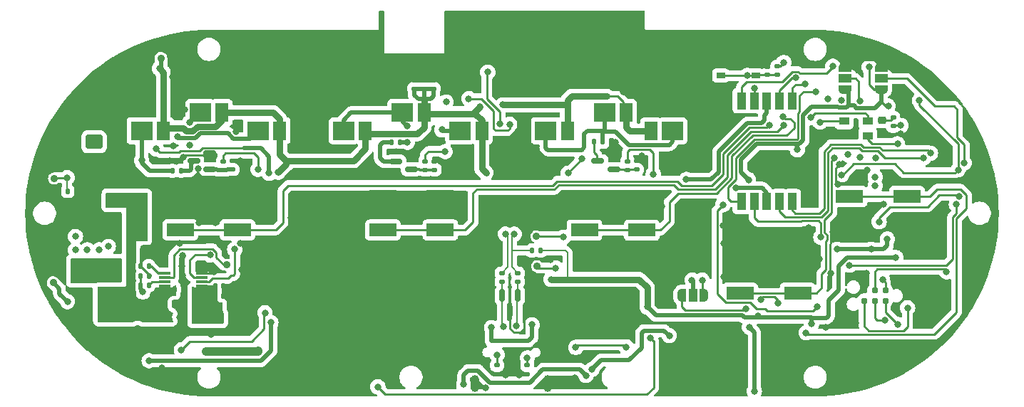
<source format=gbr>
G04 #@! TF.GenerationSoftware,KiCad,Pcbnew,7.0.2*
G04 #@! TF.CreationDate,2023-05-24T22:35:41+03:00*
G04 #@! TF.ProjectId,ALERT_RIDER_HARDWARE,414c4552-545f-4524-9944-45525f484152,rev?*
G04 #@! TF.SameCoordinates,Original*
G04 #@! TF.FileFunction,Copper,L1,Top*
G04 #@! TF.FilePolarity,Positive*
%FSLAX46Y46*%
G04 Gerber Fmt 4.6, Leading zero omitted, Abs format (unit mm)*
G04 Created by KiCad (PCBNEW 7.0.2) date 2023-05-24 22:35:41*
%MOMM*%
%LPD*%
G01*
G04 APERTURE LIST*
G04 Aperture macros list*
%AMRoundRect*
0 Rectangle with rounded corners*
0 $1 Rounding radius*
0 $2 $3 $4 $5 $6 $7 $8 $9 X,Y pos of 4 corners*
0 Add a 4 corners polygon primitive as box body*
4,1,4,$2,$3,$4,$5,$6,$7,$8,$9,$2,$3,0*
0 Add four circle primitives for the rounded corners*
1,1,$1+$1,$2,$3*
1,1,$1+$1,$4,$5*
1,1,$1+$1,$6,$7*
1,1,$1+$1,$8,$9*
0 Add four rect primitives between the rounded corners*
20,1,$1+$1,$2,$3,$4,$5,0*
20,1,$1+$1,$4,$5,$6,$7,0*
20,1,$1+$1,$6,$7,$8,$9,0*
20,1,$1+$1,$8,$9,$2,$3,0*%
%AMFreePoly0*
4,1,19,0.550000,-0.750000,0.000000,-0.750000,0.000000,-0.744911,-0.071157,-0.744911,-0.207708,-0.704816,-0.327430,-0.627875,-0.420627,-0.520320,-0.479746,-0.390866,-0.500000,-0.250000,-0.500000,0.250000,-0.479746,0.390866,-0.420627,0.520320,-0.327430,0.627875,-0.207708,0.704816,-0.071157,0.744911,0.000000,0.744911,0.000000,0.750000,0.550000,0.750000,0.550000,-0.750000,0.550000,-0.750000,
$1*%
%AMFreePoly1*
4,1,19,0.000000,0.744911,0.071157,0.744911,0.207708,0.704816,0.327430,0.627875,0.420627,0.520320,0.479746,0.390866,0.500000,0.250000,0.500000,-0.250000,0.479746,-0.390866,0.420627,-0.520320,0.327430,-0.627875,0.207708,-0.704816,0.071157,-0.744911,0.000000,-0.744911,0.000000,-0.750000,-0.550000,-0.750000,-0.550000,0.750000,0.000000,0.750000,0.000000,0.744911,0.000000,0.744911,
$1*%
G04 Aperture macros list end*
G04 #@! TA.AperFunction,SMDPad,CuDef*
%ADD10RoundRect,0.218750X0.256250X-0.218750X0.256250X0.218750X-0.256250X0.218750X-0.256250X-0.218750X0*%
G04 #@! TD*
G04 #@! TA.AperFunction,SMDPad,CuDef*
%ADD11C,0.900000*%
G04 #@! TD*
G04 #@! TA.AperFunction,SMDPad,CuDef*
%ADD12RoundRect,0.135000X0.135000X0.185000X-0.135000X0.185000X-0.135000X-0.185000X0.135000X-0.185000X0*%
G04 #@! TD*
G04 #@! TA.AperFunction,SMDPad,CuDef*
%ADD13RoundRect,0.225000X-0.225000X-0.250000X0.225000X-0.250000X0.225000X0.250000X-0.225000X0.250000X0*%
G04 #@! TD*
G04 #@! TA.AperFunction,SMDPad,CuDef*
%ADD14RoundRect,0.140000X0.170000X-0.140000X0.170000X0.140000X-0.170000X0.140000X-0.170000X-0.140000X0*%
G04 #@! TD*
G04 #@! TA.AperFunction,SMDPad,CuDef*
%ADD15RoundRect,0.135000X-0.185000X0.135000X-0.185000X-0.135000X0.185000X-0.135000X0.185000X0.135000X0*%
G04 #@! TD*
G04 #@! TA.AperFunction,SMDPad,CuDef*
%ADD16RoundRect,0.135000X0.185000X-0.135000X0.185000X0.135000X-0.185000X0.135000X-0.185000X-0.135000X0*%
G04 #@! TD*
G04 #@! TA.AperFunction,SMDPad,CuDef*
%ADD17R,3.200000X1.500000*%
G04 #@! TD*
G04 #@! TA.AperFunction,SMDPad,CuDef*
%ADD18RoundRect,0.150000X0.587500X0.150000X-0.587500X0.150000X-0.587500X-0.150000X0.587500X-0.150000X0*%
G04 #@! TD*
G04 #@! TA.AperFunction,SMDPad,CuDef*
%ADD19FreePoly0,270.000000*%
G04 #@! TD*
G04 #@! TA.AperFunction,SMDPad,CuDef*
%ADD20R,1.500000X1.000000*%
G04 #@! TD*
G04 #@! TA.AperFunction,SMDPad,CuDef*
%ADD21FreePoly1,270.000000*%
G04 #@! TD*
G04 #@! TA.AperFunction,SMDPad,CuDef*
%ADD22RoundRect,0.135000X-0.135000X-0.185000X0.135000X-0.185000X0.135000X0.185000X-0.135000X0.185000X0*%
G04 #@! TD*
G04 #@! TA.AperFunction,SMDPad,CuDef*
%ADD23RoundRect,0.150000X-0.150000X0.587500X-0.150000X-0.587500X0.150000X-0.587500X0.150000X0.587500X0*%
G04 #@! TD*
G04 #@! TA.AperFunction,SMDPad,CuDef*
%ADD24R,2.500000X2.200000*%
G04 #@! TD*
G04 #@! TA.AperFunction,SMDPad,CuDef*
%ADD25R,1.550000X2.200000*%
G04 #@! TD*
G04 #@! TA.AperFunction,SMDPad,CuDef*
%ADD26R,1.100000X2.000000*%
G04 #@! TD*
G04 #@! TA.AperFunction,SMDPad,CuDef*
%ADD27R,1.200000X0.900000*%
G04 #@! TD*
G04 #@! TA.AperFunction,SMDPad,CuDef*
%ADD28RoundRect,0.250000X-0.625000X0.375000X-0.625000X-0.375000X0.625000X-0.375000X0.625000X0.375000X0*%
G04 #@! TD*
G04 #@! TA.AperFunction,SMDPad,CuDef*
%ADD29RoundRect,0.140000X-0.140000X-0.170000X0.140000X-0.170000X0.140000X0.170000X-0.140000X0.170000X0*%
G04 #@! TD*
G04 #@! TA.AperFunction,SMDPad,CuDef*
%ADD30FreePoly0,180.000000*%
G04 #@! TD*
G04 #@! TA.AperFunction,SMDPad,CuDef*
%ADD31R,1.000000X1.500000*%
G04 #@! TD*
G04 #@! TA.AperFunction,SMDPad,CuDef*
%ADD32FreePoly1,180.000000*%
G04 #@! TD*
G04 #@! TA.AperFunction,SMDPad,CuDef*
%ADD33R,1.450000X0.300000*%
G04 #@! TD*
G04 #@! TA.AperFunction,SMDPad,CuDef*
%ADD34R,1.050000X0.650000*%
G04 #@! TD*
G04 #@! TA.AperFunction,SMDPad,CuDef*
%ADD35C,0.787000*%
G04 #@! TD*
G04 #@! TA.AperFunction,ComponentPad*
%ADD36RoundRect,0.250000X-0.750000X0.600000X-0.750000X-0.600000X0.750000X-0.600000X0.750000X0.600000X0*%
G04 #@! TD*
G04 #@! TA.AperFunction,ComponentPad*
%ADD37O,2.000000X1.700000*%
G04 #@! TD*
G04 #@! TA.AperFunction,ComponentPad*
%ADD38O,1.000000X2.000000*%
G04 #@! TD*
G04 #@! TA.AperFunction,ComponentPad*
%ADD39O,1.050000X2.100000*%
G04 #@! TD*
G04 #@! TA.AperFunction,ComponentPad*
%ADD40RoundRect,0.250000X0.750000X-0.600000X0.750000X0.600000X-0.750000X0.600000X-0.750000X-0.600000X0*%
G04 #@! TD*
G04 #@! TA.AperFunction,ViaPad*
%ADD41C,0.800000*%
G04 #@! TD*
G04 #@! TA.AperFunction,Conductor*
%ADD42C,0.254000*%
G04 #@! TD*
G04 #@! TA.AperFunction,Conductor*
%ADD43C,0.250000*%
G04 #@! TD*
G04 #@! TA.AperFunction,Conductor*
%ADD44C,0.500000*%
G04 #@! TD*
G04 #@! TA.AperFunction,Conductor*
%ADD45C,0.750000*%
G04 #@! TD*
G04 #@! TA.AperFunction,Conductor*
%ADD46C,0.200000*%
G04 #@! TD*
G04 #@! TA.AperFunction,Conductor*
%ADD47C,1.000000*%
G04 #@! TD*
G04 #@! TA.AperFunction,Conductor*
%ADD48C,0.350000*%
G04 #@! TD*
G04 APERTURE END LIST*
D10*
X152140000Y-57967500D03*
X152140000Y-56392500D03*
D11*
X111100000Y-70200000D03*
D12*
X111630000Y-71890000D03*
X110610000Y-71890000D03*
D13*
X73275000Y-78600000D03*
X74825000Y-78600000D03*
D14*
X138500000Y-50945000D03*
X138500000Y-49985000D03*
D15*
X106450000Y-85540000D03*
X106450000Y-86560000D03*
D16*
X153490000Y-57080000D03*
X153490000Y-56060000D03*
D17*
X68840000Y-65420000D03*
X75640000Y-65420000D03*
X68840000Y-69420000D03*
X75640000Y-69420000D03*
D12*
X94980000Y-58970000D03*
X93960000Y-58970000D03*
X118980000Y-58940000D03*
X117960000Y-58940000D03*
D11*
X66550000Y-49000000D03*
X53850000Y-63300000D03*
D18*
X120307500Y-62190000D03*
X120307500Y-60290000D03*
X118432500Y-61240000D03*
D11*
X61600000Y-51875000D03*
D13*
X66725000Y-78250000D03*
X68275000Y-78250000D03*
D14*
X96629000Y-52610000D03*
X96629000Y-51650000D03*
D12*
X56510000Y-64800000D03*
X55490000Y-64800000D03*
D19*
X152100000Y-50100000D03*
D20*
X152100000Y-51400000D03*
D21*
X152100000Y-52700000D03*
D17*
X148320000Y-65450000D03*
X155120000Y-65450000D03*
X148320000Y-69450000D03*
X155120000Y-69450000D03*
D22*
X67890000Y-62400000D03*
X68910000Y-62400000D03*
D15*
X99040000Y-61250000D03*
X99040000Y-62270000D03*
D14*
X98929000Y-52610000D03*
X98929000Y-51650000D03*
D11*
X74400000Y-73600000D03*
D12*
X65100000Y-73750000D03*
X64080000Y-73750000D03*
D15*
X123040000Y-61220000D03*
X123040000Y-62240000D03*
D19*
X147800000Y-50100000D03*
D20*
X147800000Y-51400000D03*
D21*
X147800000Y-52700000D03*
D23*
X108920000Y-77232500D03*
X107020000Y-77232500D03*
X107970000Y-79107500D03*
D24*
X95200000Y-55470000D03*
D25*
X97775000Y-55470000D03*
D18*
X96307500Y-62220000D03*
X96307500Y-60320000D03*
X94432500Y-61270000D03*
D11*
X53750000Y-75700000D03*
D24*
X78070000Y-57620000D03*
D25*
X80645000Y-57620000D03*
D24*
X71200000Y-55440000D03*
D25*
X73775000Y-55440000D03*
D17*
X135340000Y-72950000D03*
X142140000Y-72950000D03*
X135340000Y-76950000D03*
X142140000Y-76950000D03*
D18*
X72307500Y-62190000D03*
X72307500Y-60290000D03*
X70432500Y-61240000D03*
D24*
X127300000Y-57650000D03*
D25*
X124725000Y-57650000D03*
D24*
X88250000Y-57650000D03*
D25*
X90825000Y-57650000D03*
D12*
X65100000Y-74900000D03*
X64080000Y-74900000D03*
D24*
X119200000Y-55440000D03*
D25*
X121775000Y-55440000D03*
D15*
X139750000Y-49955000D03*
X139750000Y-50975000D03*
D26*
X141485000Y-54052500D03*
X139985000Y-54052500D03*
X138485000Y-54052500D03*
X136985000Y-54052500D03*
X135485000Y-54052500D03*
X135485000Y-66052500D03*
X136985000Y-66052500D03*
X138485000Y-66052500D03*
X139985000Y-66052500D03*
X141485000Y-66052500D03*
D15*
X121930000Y-61260000D03*
X121930000Y-62280000D03*
D27*
X147645697Y-58200000D03*
X150445697Y-58200000D03*
X150445697Y-56500000D03*
X147645697Y-56500000D03*
D28*
X61000000Y-74400000D03*
X61000000Y-77200000D03*
D15*
X75040000Y-61220000D03*
X75040000Y-62240000D03*
D29*
X72970000Y-76100000D03*
X73930000Y-76100000D03*
X72970000Y-77250000D03*
X73930000Y-77250000D03*
D15*
X110050000Y-85540000D03*
X110050000Y-86560000D03*
D11*
X53750000Y-72500000D03*
D17*
X116830000Y-65450000D03*
X123630000Y-65450000D03*
X116830000Y-69450000D03*
X123630000Y-69450000D03*
D14*
X97829000Y-52610000D03*
X97829000Y-51650000D03*
D15*
X73930000Y-61260000D03*
X73930000Y-62280000D03*
D16*
X108930000Y-75590000D03*
X108930000Y-74570000D03*
D12*
X65100000Y-76000000D03*
X64080000Y-76000000D03*
D24*
X64250000Y-57620000D03*
D25*
X66825000Y-57620000D03*
D24*
X112250000Y-57620000D03*
D25*
X114825000Y-57620000D03*
D16*
X107020000Y-75590000D03*
X107020000Y-74570000D03*
D11*
X53900000Y-60575000D03*
X111200000Y-73750000D03*
D24*
X102070000Y-57650000D03*
D25*
X104645000Y-57650000D03*
D30*
X131000000Y-77200000D03*
D31*
X129700000Y-77200000D03*
D32*
X128400000Y-77200000D03*
D33*
X71400000Y-76600000D03*
X71400000Y-76100000D03*
X71400000Y-75600000D03*
X71400000Y-75100000D03*
X71400000Y-74600000D03*
X67000000Y-74600000D03*
X67000000Y-75100000D03*
X67000000Y-75600000D03*
X67000000Y-76100000D03*
X67000000Y-76600000D03*
D34*
X133025000Y-48900000D03*
X137175000Y-48900000D03*
X133025000Y-51050000D03*
X137175000Y-51050000D03*
D17*
X92920000Y-65440000D03*
X99720000Y-65440000D03*
X92920000Y-69440000D03*
X99720000Y-69440000D03*
D15*
X97930000Y-61290000D03*
X97930000Y-62310000D03*
D35*
X152570000Y-76615000D03*
X152570000Y-77885000D03*
X151300000Y-76615000D03*
X151300000Y-77885000D03*
X150030000Y-76615000D03*
X150030000Y-77885000D03*
D36*
X57350000Y-74750000D03*
D37*
X57350000Y-77250000D03*
D38*
X112500000Y-87670000D03*
D39*
X112500000Y-83490000D03*
D38*
X103860000Y-87670000D03*
D39*
X103860000Y-83490000D03*
D40*
X58600000Y-58950000D03*
D37*
X58600000Y-56450000D03*
D41*
X69120000Y-72490000D03*
X69050000Y-73720000D03*
X69120000Y-74850000D03*
X69310000Y-78100000D03*
X69260000Y-77030000D03*
X69280000Y-76000000D03*
X75314620Y-71727500D03*
X55450000Y-77950000D03*
X136400000Y-81000000D03*
X66020000Y-79790000D03*
X62100000Y-65800000D03*
X117006115Y-86744395D03*
X102500540Y-87825674D03*
X137000000Y-88600000D03*
X107500000Y-46700000D03*
X122589500Y-46400000D03*
X119910000Y-49510000D03*
X113950000Y-46700000D03*
X111200000Y-50200000D03*
X83990000Y-46100000D03*
X148500000Y-83000000D03*
X91348424Y-46048424D03*
X121950000Y-48350000D03*
X160000000Y-77000000D03*
X127870000Y-86990000D03*
X123550000Y-45300000D03*
X156075000Y-71600000D03*
X63850000Y-83900000D03*
X87000000Y-51800000D03*
X119000000Y-48800000D03*
X135500000Y-81900000D03*
X130668750Y-54156431D03*
X130770500Y-56470000D03*
X126740000Y-51830500D03*
X120500000Y-65500000D03*
X128700000Y-81050000D03*
X127230000Y-47560000D03*
X129500000Y-57900000D03*
X112650000Y-52250000D03*
X123000000Y-73000000D03*
X117800000Y-46700000D03*
X121474064Y-52994913D03*
X163000000Y-74500000D03*
X65400000Y-55300000D03*
X125800000Y-78200000D03*
X96000000Y-68000000D03*
X103550000Y-50200000D03*
X156650000Y-57025000D03*
X109950000Y-50200000D03*
X103550000Y-47850000D03*
X73690000Y-81600000D03*
X121950000Y-47250000D03*
X139625000Y-72925000D03*
X123020000Y-71120000D03*
X100870000Y-87950000D03*
X110000000Y-60000000D03*
X92450000Y-47000000D03*
X70970500Y-62139500D03*
X111250000Y-46700000D03*
X101050000Y-47850000D03*
X151090000Y-83160000D03*
X66630000Y-85849500D03*
X91380000Y-75300000D03*
X101050000Y-49150000D03*
X75450000Y-87100000D03*
X97050000Y-50200000D03*
X116500000Y-51200000D03*
X125760000Y-53229500D03*
X162140000Y-77610000D03*
X67950000Y-51175000D03*
X52200000Y-62200000D03*
X83900000Y-53280000D03*
X54000000Y-57600000D03*
X152350000Y-66375000D03*
X111200000Y-47850000D03*
X122330000Y-76880000D03*
X70100000Y-51100000D03*
X94700000Y-50200000D03*
X75150000Y-81390000D03*
X97500000Y-59500000D03*
X132200000Y-54150000D03*
X122290000Y-81450000D03*
X84830000Y-65880000D03*
X68800000Y-79800000D03*
X92400000Y-46050000D03*
X83950000Y-48060000D03*
X116500000Y-52250000D03*
X75500000Y-57700000D03*
X119000000Y-45550000D03*
X67875000Y-87800000D03*
X107450000Y-50200000D03*
X116450000Y-49150000D03*
X75000000Y-77200000D03*
X102300000Y-47850000D03*
X123550000Y-43950000D03*
X143425037Y-69126069D03*
X116500000Y-50200000D03*
X129560000Y-56720000D03*
X105000000Y-46700000D03*
X65600000Y-87600000D03*
X117750000Y-49150000D03*
X67480000Y-71090000D03*
X119220000Y-73030000D03*
X154220000Y-82930000D03*
X51200000Y-65000000D03*
X123650000Y-60603500D03*
X151448433Y-60848500D03*
X52200000Y-72400000D03*
X112650000Y-51200000D03*
X119290000Y-78330000D03*
X89100000Y-47220000D03*
X147113873Y-61666581D03*
X117600000Y-50200000D03*
X85200000Y-76800000D03*
X101100000Y-46700000D03*
X71100000Y-68600000D03*
X120600000Y-52300000D03*
X87520000Y-69390000D03*
X95800000Y-50200000D03*
X92500000Y-48000000D03*
X120500000Y-59000000D03*
X119170000Y-71170000D03*
X119900000Y-48250000D03*
X107450000Y-49150000D03*
X67600000Y-61200000D03*
X87000000Y-53200000D03*
X133000000Y-87000000D03*
X104950000Y-47850000D03*
X108700000Y-49150000D03*
X79000000Y-51600000D03*
X89200000Y-50920000D03*
X112650000Y-43950000D03*
X81800000Y-72630000D03*
X150300000Y-74575000D03*
X106250000Y-49150000D03*
X101050000Y-50200000D03*
X148000000Y-86500000D03*
X91440000Y-49720000D03*
X94700000Y-49150000D03*
X85400000Y-80400000D03*
X98450000Y-50200000D03*
X60325000Y-83925000D03*
X94500000Y-72500000D03*
X123020000Y-48470000D03*
X123150000Y-47250000D03*
X75200000Y-76000000D03*
X92551576Y-49048424D03*
X58000000Y-82800000D03*
X139980000Y-87810000D03*
X116500000Y-45550000D03*
X107500000Y-43950000D03*
X91440000Y-48480000D03*
X117800000Y-52250000D03*
X75400000Y-51750000D03*
X112650000Y-45550000D03*
X62600000Y-86200000D03*
X134590000Y-69930000D03*
X110010000Y-65730000D03*
X133400000Y-75000000D03*
X101100000Y-43950000D03*
X104950000Y-49150000D03*
X136675000Y-61925000D03*
X112810000Y-72940000D03*
X120020000Y-51440000D03*
X133300000Y-68900000D03*
X87230000Y-85520000D03*
X156075000Y-67925000D03*
X107450000Y-47850000D03*
X88000000Y-72600000D03*
X99750000Y-50200000D03*
X107500000Y-45550000D03*
X73000000Y-68600000D03*
X112650000Y-46700000D03*
X69350498Y-55076500D03*
X53000000Y-70500000D03*
X118910000Y-51180000D03*
X84610000Y-69510000D03*
X128800000Y-66600000D03*
X126000000Y-66600000D03*
X123080000Y-49440000D03*
X101100000Y-45550000D03*
X108750000Y-43950000D03*
X145500000Y-81000000D03*
X112770000Y-69160000D03*
X89940000Y-65590000D03*
X121955161Y-51664468D03*
X82510000Y-85570000D03*
X87500000Y-62500000D03*
X91490000Y-50980000D03*
X152925000Y-86100000D03*
X108750000Y-45550000D03*
X55200000Y-68500000D03*
X113900000Y-49150000D03*
X90490000Y-50970000D03*
X68000000Y-59400000D03*
X107470000Y-86670000D03*
X97050000Y-49150000D03*
X122320000Y-78610000D03*
X164590000Y-71190000D03*
X129500000Y-59000000D03*
X147500000Y-47500000D03*
X106500000Y-60000000D03*
X133400000Y-71000000D03*
X144700000Y-72925000D03*
X72800000Y-74400000D03*
X102520000Y-65630000D03*
X91390000Y-47280000D03*
X89150000Y-48420000D03*
X71125000Y-52475000D03*
X146926500Y-64000000D03*
X132229500Y-56650000D03*
X90300000Y-46100000D03*
X123090000Y-51830500D03*
X126910000Y-53229500D03*
X129560000Y-55370000D03*
X103600000Y-43950000D03*
X76000000Y-61200000D03*
X113950000Y-45550000D03*
X98400000Y-72600000D03*
X113950000Y-52250000D03*
X119270000Y-76630000D03*
X82530000Y-58600000D03*
X116500000Y-43950000D03*
X77200000Y-51675000D03*
X93650000Y-49200000D03*
X119000000Y-46700000D03*
X103600000Y-45550000D03*
X93740000Y-80340000D03*
X112600000Y-49150000D03*
X129214956Y-53262861D03*
X98450000Y-49150000D03*
X122639500Y-45350000D03*
X109950000Y-47850000D03*
X118860000Y-50230000D03*
X112600000Y-47850000D03*
X109950000Y-49150000D03*
X115150000Y-50200000D03*
X107070000Y-65840000D03*
X124290000Y-51830500D03*
X111250000Y-43950000D03*
X112650000Y-50200000D03*
X89150000Y-49660000D03*
X96300000Y-65180000D03*
X122030000Y-50380000D03*
X109090000Y-86710000D03*
X131616157Y-53071349D03*
X93650000Y-50250000D03*
X85200000Y-72600000D03*
X95800000Y-49150000D03*
X115150000Y-51200000D03*
X115150000Y-46700000D03*
X89400000Y-80400000D03*
X115100000Y-47850000D03*
X130730000Y-55270000D03*
X157680000Y-58620000D03*
X119410000Y-52250000D03*
X158700000Y-61444500D03*
X111200000Y-49150000D03*
X102350000Y-46700000D03*
X163500000Y-61000000D03*
X117800000Y-45550000D03*
X63000000Y-51000000D03*
X51400000Y-69200000D03*
X102300000Y-50200000D03*
X164740000Y-64450000D03*
X126060000Y-73030000D03*
X130789076Y-52390794D03*
X116500000Y-46700000D03*
X61000000Y-59000000D03*
X103600000Y-46700000D03*
X154400000Y-58000000D03*
X110000000Y-45550000D03*
X95400000Y-80400000D03*
X122650000Y-44000000D03*
X119000000Y-43950000D03*
X70200000Y-53100000D03*
X90390000Y-47270000D03*
X105080000Y-88250000D03*
X113900000Y-47850000D03*
X99750000Y-49150000D03*
X113950000Y-43950000D03*
X116460000Y-72060000D03*
X65300000Y-51700000D03*
X105000000Y-43950000D03*
X69165142Y-60774494D03*
X118950000Y-47850000D03*
X112040000Y-65700000D03*
X112350000Y-80700000D03*
X106300000Y-46700000D03*
X119850000Y-47250000D03*
X146323500Y-69650000D03*
X149000000Y-80500000D03*
X111250000Y-45550000D03*
X79100000Y-53300000D03*
X129560000Y-54120000D03*
X83970000Y-62560000D03*
X113950000Y-51200000D03*
X83920000Y-51820000D03*
X72470000Y-81820000D03*
X115150000Y-45550000D03*
X69500000Y-47000000D03*
X106300000Y-45550000D03*
X119280000Y-81370000D03*
X98070000Y-75340000D03*
X153458095Y-49541905D03*
X102350000Y-72350000D03*
X125560000Y-51830500D03*
X125800000Y-76450000D03*
X90440000Y-49710000D03*
X115700000Y-87025000D03*
X126060000Y-71160000D03*
X130450000Y-47690000D03*
X115150000Y-43950000D03*
X76130000Y-74140000D03*
X105000000Y-45550000D03*
X146091970Y-74594159D03*
X102300000Y-49150000D03*
X108700000Y-50200000D03*
X63780000Y-81160000D03*
X102350000Y-45550000D03*
X123550000Y-46400000D03*
X102350000Y-70660000D03*
X140500000Y-83000000D03*
X91400000Y-72800000D03*
X68600000Y-63600000D03*
X129610319Y-51918121D03*
X141500000Y-47500000D03*
X110000000Y-43950000D03*
X92550000Y-50410000D03*
X117800000Y-51200000D03*
X108700000Y-47850000D03*
X117750000Y-47850000D03*
X117800000Y-43950000D03*
X116450000Y-47850000D03*
X102350000Y-43950000D03*
X103550000Y-49150000D03*
X154075000Y-53425000D03*
X103060000Y-75360000D03*
X93590000Y-86920000D03*
X139000000Y-48500000D03*
X90440000Y-48470000D03*
X92000000Y-62500000D03*
X115150000Y-52250000D03*
X108750000Y-46700000D03*
X128010000Y-53229500D03*
X123550000Y-53300000D03*
X124640000Y-53229500D03*
X87520000Y-65930000D03*
X87000000Y-46600000D03*
X66900000Y-63600000D03*
X68800000Y-71000000D03*
X122609938Y-53229500D03*
X115100000Y-49150000D03*
X150892500Y-69649647D03*
X102000000Y-62000000D03*
X106250000Y-47850000D03*
X106300000Y-43950000D03*
X150373433Y-62323433D03*
X87000000Y-49600000D03*
X76500000Y-48000000D03*
X113950000Y-50200000D03*
X132200000Y-55400000D03*
X128139320Y-51830500D03*
X89100000Y-46100000D03*
X82000000Y-68000000D03*
X131200000Y-81050000D03*
X70000000Y-59320994D03*
X110000000Y-46700000D03*
X76000000Y-71000000D03*
X97800000Y-53850000D03*
X124300000Y-78600000D03*
X80475000Y-62550000D03*
X104400000Y-54773500D03*
X79600000Y-80450000D03*
X105150000Y-62650000D03*
X143800000Y-80600000D03*
X153800000Y-72700000D03*
X112873500Y-75300000D03*
X137400000Y-79700000D03*
X134821631Y-64447848D03*
X66375000Y-50225000D03*
X128920000Y-63420000D03*
X107150000Y-54550000D03*
X65140000Y-84990000D03*
X152800000Y-70500000D03*
X150646868Y-50051232D03*
X150892500Y-71726500D03*
X142115260Y-59884740D03*
X140500000Y-49500000D03*
X146823500Y-71726500D03*
X152900000Y-54700000D03*
X136304000Y-63450500D03*
X152225000Y-75300000D03*
X59200000Y-71800000D03*
X71950000Y-83850000D03*
X56400000Y-70200000D03*
X75350000Y-83850000D03*
X56400000Y-71800000D03*
X60300000Y-71400000D03*
X72000000Y-78000000D03*
X73600000Y-80000000D03*
X74150000Y-83850000D03*
X73150000Y-83850000D03*
X72400000Y-80000000D03*
X72000000Y-79000000D03*
X78100000Y-83800000D03*
X57800000Y-71800000D03*
X110600000Y-80700000D03*
X105800000Y-81050000D03*
X108500000Y-69910000D03*
X151351000Y-64175000D03*
X151351000Y-63125000D03*
X107450000Y-69910000D03*
X154000000Y-59173500D03*
X155200000Y-78700000D03*
X149526500Y-60800000D03*
X143693377Y-56065500D03*
X144800000Y-56600000D03*
X64400000Y-76800000D03*
X55400000Y-63200000D03*
X154000000Y-80673500D03*
X152483178Y-80184105D03*
X68526500Y-58326500D03*
X69928506Y-56671494D03*
X64250000Y-61150000D03*
X99900000Y-57500000D03*
X95800000Y-57025500D03*
X95800000Y-59000000D03*
X110050000Y-84650000D03*
X108705000Y-80850000D03*
X92300000Y-88100000D03*
X124648308Y-82264318D03*
X78072500Y-62226500D03*
X106450000Y-84299500D03*
X125009083Y-62784500D03*
X115800000Y-83400000D03*
X121800000Y-83343561D03*
X100300000Y-60100000D03*
X148315260Y-73615260D03*
X161923500Y-61450000D03*
X161000000Y-66400000D03*
X149537010Y-54097486D03*
X130800000Y-75400000D03*
X143154000Y-81650500D03*
X105350000Y-50650000D03*
X106800000Y-56800000D03*
X113400000Y-73950000D03*
X107950000Y-56850000D03*
X114326500Y-70300000D03*
X103100000Y-53800000D03*
X116541497Y-60979965D03*
X114898786Y-62676214D03*
X148073500Y-60445439D03*
X100400000Y-54200000D03*
X154400000Y-57000000D03*
X145700000Y-53873500D03*
X129600000Y-75400000D03*
X137773880Y-77676500D03*
X139800000Y-78126500D03*
X117700000Y-86025000D03*
X126900000Y-82000000D03*
X66000000Y-59800000D03*
X79400000Y-62673500D03*
X78900688Y-79299312D03*
X68970000Y-83690000D03*
X140372886Y-55981613D03*
X140496034Y-56973500D03*
X138761000Y-56988500D03*
X146472500Y-60900000D03*
X156600000Y-54000000D03*
X136150000Y-51050000D03*
X161197000Y-62278251D03*
X159826500Y-74400000D03*
X147380500Y-62862966D03*
X144286286Y-52965500D03*
X72400000Y-72400000D03*
X136985000Y-52526500D03*
X141900000Y-51332500D03*
X143000000Y-52026500D03*
X157100000Y-60873500D03*
X157923268Y-60306725D03*
X146334740Y-49934740D03*
X151818560Y-68454013D03*
X161286286Y-65413714D03*
X144900000Y-70300000D03*
X136000000Y-78800000D03*
X144500000Y-78600000D03*
X133275000Y-66425000D03*
X147351500Y-54000000D03*
X107200000Y-80910500D03*
D42*
X74825000Y-81065000D02*
X74825000Y-78600000D01*
X75150000Y-81390000D02*
X74825000Y-81065000D01*
D43*
X67290000Y-71280000D02*
X67480000Y-71090000D01*
X64450000Y-71280000D02*
X67290000Y-71280000D01*
X64080000Y-71650000D02*
X64450000Y-71280000D01*
X64080000Y-73750000D02*
X64080000Y-71650000D01*
D44*
X61600000Y-77200000D02*
X61000000Y-77200000D01*
X62640000Y-76160000D02*
X61600000Y-77200000D01*
X63800000Y-66000000D02*
X63800000Y-69000000D01*
X62640000Y-70160000D02*
X62640000Y-76160000D01*
X63600000Y-65800000D02*
X63800000Y-66000000D01*
X62100000Y-65800000D02*
X63600000Y-65800000D01*
X63800000Y-69000000D02*
X62640000Y-70160000D01*
D42*
X74030000Y-73600000D02*
X74400000Y-73600000D01*
X73127000Y-72697000D02*
X74030000Y-73600000D01*
X72098866Y-71673000D02*
X72701134Y-71673000D01*
X72044866Y-71727000D02*
X72098866Y-71673000D01*
X72701134Y-71673000D02*
X73127000Y-72098866D01*
X73127000Y-72098866D02*
X73127000Y-72697000D01*
X68783000Y-71727000D02*
X72044866Y-71727000D01*
X68090000Y-74267948D02*
X68090000Y-72420000D01*
X68090000Y-72420000D02*
X68783000Y-71727000D01*
D43*
X68090000Y-75035000D02*
X68090000Y-74267948D01*
X68025000Y-75100000D02*
X68090000Y-75035000D01*
X67000000Y-75100000D02*
X68025000Y-75100000D01*
X75314620Y-74695380D02*
X75314620Y-71727500D01*
X75160000Y-74850000D02*
X75314620Y-74695380D01*
X74860000Y-74850000D02*
X75160000Y-74850000D01*
X74510000Y-75200000D02*
X74860000Y-74850000D01*
X72680000Y-75200000D02*
X74510000Y-75200000D01*
X72280000Y-75600000D02*
X72680000Y-75200000D01*
X71400000Y-75600000D02*
X72280000Y-75600000D01*
D45*
X66000000Y-78600000D02*
X66020000Y-78620000D01*
D44*
X102500540Y-86649460D02*
X102980000Y-86170000D01*
X111900000Y-86000000D02*
X116261720Y-86000000D01*
X110320000Y-87580000D02*
X111900000Y-86000000D01*
X104203503Y-86170000D02*
X105613503Y-87580000D01*
X116261720Y-86000000D02*
X117006115Y-86744395D01*
X54500000Y-77000000D02*
X55450000Y-77950000D01*
X53750000Y-75700000D02*
X54500000Y-76450000D01*
X102500540Y-87825674D02*
X102500540Y-86649460D01*
X137000000Y-81600000D02*
X137000000Y-88600000D01*
X105613503Y-87580000D02*
X110320000Y-87580000D01*
X102980000Y-86170000D02*
X104203503Y-86170000D01*
D45*
X66020000Y-78620000D02*
X66020000Y-79790000D01*
X66725000Y-78250000D02*
X66350000Y-78250000D01*
D42*
X67000000Y-76100000D02*
X67000000Y-76600000D01*
D44*
X54500000Y-76450000D02*
X54500000Y-77000000D01*
X136400000Y-81000000D02*
X137000000Y-81600000D01*
D45*
X66350000Y-78250000D02*
X66000000Y-78600000D01*
D42*
X107990000Y-81183000D02*
X108444500Y-81637500D01*
X150692853Y-69450000D02*
X150250000Y-69450000D01*
D44*
X120307500Y-60290000D02*
X120307500Y-59192500D01*
D42*
X148450000Y-49206000D02*
X147800000Y-49856000D01*
X150892500Y-69649647D02*
X150692853Y-69450000D01*
X146075000Y-71000000D02*
X146104000Y-71000000D01*
X150373433Y-62323433D02*
X149626567Y-62323433D01*
X152100000Y-49525000D02*
X151781000Y-49206000D01*
X108444500Y-81637500D02*
X109212500Y-81637500D01*
X154367500Y-57967500D02*
X154400000Y-58000000D01*
X65100000Y-74900000D02*
X65100000Y-74770000D01*
X75100000Y-76100000D02*
X75200000Y-76000000D01*
X72071000Y-60526500D02*
X72307500Y-60290000D01*
X148320000Y-69450000D02*
X150250000Y-69450000D01*
X73930000Y-77250000D02*
X74950000Y-77250000D01*
X146104000Y-69869500D02*
X146323500Y-69650000D01*
D44*
X96629000Y-51650000D02*
X98929000Y-51650000D01*
D42*
X149626567Y-62323433D02*
X148827000Y-63123000D01*
X109212500Y-81637500D02*
X109670000Y-81180000D01*
X151781000Y-49206000D02*
X148450000Y-49206000D01*
X146654000Y-62126454D02*
X147113873Y-61666581D01*
X109930000Y-79530000D02*
X111670000Y-79530000D01*
X146817600Y-63891100D02*
X146654000Y-63727500D01*
X72600000Y-74600000D02*
X72800000Y-74400000D01*
X74950000Y-77250000D02*
X75000000Y-77200000D01*
X111670000Y-79530000D02*
X112350000Y-80210000D01*
X147800000Y-49856000D02*
X147800000Y-50100000D01*
X148320000Y-69450000D02*
X146523500Y-69450000D01*
D44*
X123650000Y-60610000D02*
X123040000Y-61220000D01*
D42*
X146523500Y-69450000D02*
X146323500Y-69650000D01*
D44*
X123650000Y-60603500D02*
X123650000Y-60610000D01*
D42*
X148054266Y-63891100D02*
X146817600Y-63891100D01*
X71400000Y-74600000D02*
X72600000Y-74600000D01*
X145954000Y-71121000D02*
X146075000Y-71000000D01*
X148822366Y-63123000D02*
X148054266Y-63891100D01*
X152100000Y-50100000D02*
X152900000Y-50100000D01*
X152100000Y-50100000D02*
X152100000Y-49525000D01*
X152140000Y-57967500D02*
X154367500Y-57967500D01*
X69165142Y-60774494D02*
X69413136Y-60526500D01*
X145954000Y-74456189D02*
X145954000Y-71121000D01*
X73930000Y-76100000D02*
X75100000Y-76100000D01*
X112350000Y-80210000D02*
X112350000Y-80700000D01*
X150250000Y-69450000D02*
X155120000Y-69450000D01*
X146654000Y-63727500D02*
X146654000Y-62126454D01*
X107970000Y-81183000D02*
X107990000Y-81183000D01*
X146104000Y-71000000D02*
X146104000Y-69869500D01*
X65100000Y-74770000D02*
X64080000Y-73750000D01*
X69413136Y-60526500D02*
X72071000Y-60526500D01*
X152900000Y-50100000D02*
X153458095Y-49541905D01*
X107970000Y-79107500D02*
X107970000Y-81183000D01*
X109670000Y-81180000D02*
X109670000Y-79790000D01*
X148827000Y-63123000D02*
X148822366Y-63123000D01*
D44*
X120307500Y-59192500D02*
X120500000Y-59000000D01*
D42*
X146091970Y-74594159D02*
X145954000Y-74456189D01*
X109670000Y-79790000D02*
X109930000Y-79530000D01*
D44*
X97829000Y-52610000D02*
X97829000Y-53821000D01*
D45*
X67148859Y-57296141D02*
X66825000Y-57620000D01*
D44*
X145800000Y-79675000D02*
X145575000Y-79900000D01*
D45*
X115350000Y-53500000D02*
X114825000Y-54025000D01*
D44*
X153800000Y-72700000D02*
X148000000Y-72700000D01*
X147000000Y-73700000D02*
X147000000Y-76600000D01*
X138485000Y-55515000D02*
X138177000Y-55823000D01*
D45*
X104645000Y-56395000D02*
X103850000Y-55600000D01*
X114825000Y-54025000D02*
X114825000Y-54375000D01*
X81400000Y-61625000D02*
X80475000Y-62550000D01*
X114850000Y-75300000D02*
X123300000Y-75300000D01*
X124725000Y-57650000D02*
X122200000Y-57650000D01*
X103850000Y-55600000D02*
X103100000Y-55600000D01*
D44*
X98600000Y-53850000D02*
X97800000Y-53850000D01*
X138800000Y-79800000D02*
X135797918Y-79800000D01*
D45*
X73025000Y-57115000D02*
X70863859Y-57115000D01*
D44*
X96629000Y-52610000D02*
X96629000Y-53379000D01*
X78400000Y-85000000D02*
X79600000Y-83800000D01*
D43*
X121460000Y-54180000D02*
X121460000Y-55125000D01*
D44*
X97100000Y-53850000D02*
X97800000Y-53850000D01*
D43*
X120780000Y-53500000D02*
X121460000Y-54180000D01*
D45*
X123300000Y-75300000D02*
X124300000Y-76300000D01*
D44*
X66550000Y-50050000D02*
X66375000Y-50225000D01*
D45*
X112873500Y-75300000D02*
X114020000Y-75300000D01*
X91175000Y-58000000D02*
X97000000Y-58000000D01*
X69174294Y-57296141D02*
X67148859Y-57296141D01*
D44*
X98929000Y-52610000D02*
X98929000Y-53521000D01*
X97829000Y-53821000D02*
X97800000Y-53850000D01*
X147000000Y-76600000D02*
X145800000Y-77800000D01*
X131888998Y-63420000D02*
X132748000Y-62560998D01*
D45*
X66375000Y-50225000D02*
X66825000Y-50675000D01*
D44*
X133668029Y-59218030D02*
X132748000Y-60138059D01*
D45*
X119500000Y-53500000D02*
X115350000Y-53500000D01*
X114825000Y-54375000D02*
X114650000Y-54550000D01*
X73775000Y-55440000D02*
X79840000Y-55440000D01*
X103100000Y-55600000D02*
X97905000Y-55600000D01*
X81400000Y-61200000D02*
X81400000Y-61625000D01*
X114650000Y-54550000D02*
X107150000Y-54550000D01*
D44*
X138485000Y-64985000D02*
X138485000Y-66052500D01*
D45*
X81400000Y-61200000D02*
X89400000Y-61200000D01*
D44*
X145800000Y-77800000D02*
X145800000Y-79675000D01*
D45*
X114020000Y-75300000D02*
X114850000Y-75300000D01*
X73775000Y-56365000D02*
X73025000Y-57115000D01*
X97775000Y-57225000D02*
X97775000Y-55470000D01*
D44*
X125300000Y-79600000D02*
X124300000Y-78600000D01*
X138177000Y-55823000D02*
X138177000Y-56370418D01*
D45*
X121775000Y-57225000D02*
X121775000Y-55440000D01*
D44*
X79600000Y-83800000D02*
X79600000Y-80450000D01*
D45*
X122200000Y-57650000D02*
X121775000Y-57225000D01*
D44*
X137500000Y-79800000D02*
X137400000Y-79700000D01*
X96629000Y-52610000D02*
X97829000Y-52610000D01*
X137250000Y-56684000D02*
X136202059Y-56684000D01*
X132748000Y-62560998D02*
X132748000Y-60616063D01*
D45*
X114825000Y-57620000D02*
X114825000Y-54375000D01*
D44*
X66550000Y-49000000D02*
X66550000Y-50050000D01*
D45*
X105150000Y-62650000D02*
X104645000Y-62145000D01*
X79840000Y-55440000D02*
X80645000Y-56245000D01*
D44*
X145575000Y-79900000D02*
X143900000Y-79900000D01*
X136202059Y-56684000D02*
X134668029Y-58218030D01*
D45*
X103100000Y-55600000D02*
X103573500Y-55600000D01*
X80645000Y-56245000D02*
X80645000Y-57620000D01*
X89400000Y-61200000D02*
X90825000Y-59775000D01*
X97000000Y-58000000D02*
X97775000Y-57225000D01*
D44*
X134821631Y-64447848D02*
X137947848Y-64447848D01*
X143800000Y-79800000D02*
X143800000Y-80600000D01*
X148000000Y-72700000D02*
X147000000Y-73700000D01*
D45*
X73775000Y-55440000D02*
X73775000Y-56365000D01*
X70332365Y-57646494D02*
X69524647Y-57646494D01*
D44*
X65150000Y-85000000D02*
X78400000Y-85000000D01*
X138177000Y-56370418D02*
X137863418Y-56684000D01*
X98929000Y-52610000D02*
X97829000Y-52610000D01*
D46*
X114850000Y-72160000D02*
X114850000Y-75300000D01*
D45*
X97905000Y-55600000D02*
X97775000Y-55470000D01*
D44*
X65140000Y-84990000D02*
X65150000Y-85000000D01*
D46*
X111630000Y-71890000D02*
X114580000Y-71890000D01*
D45*
X66825000Y-50675000D02*
X66825000Y-57620000D01*
X104645000Y-57650000D02*
X104645000Y-56395000D01*
X97775000Y-55470000D02*
X97775000Y-53875000D01*
X97775000Y-53875000D02*
X97800000Y-53850000D01*
D44*
X137947848Y-64447848D02*
X138485000Y-64985000D01*
X143900000Y-79900000D02*
X143800000Y-79800000D01*
D45*
X104645000Y-62145000D02*
X104645000Y-57650000D01*
D44*
X143800000Y-79800000D02*
X138800000Y-79800000D01*
D43*
X119500000Y-53500000D02*
X120780000Y-53500000D01*
D45*
X70863859Y-57115000D02*
X70332365Y-57646494D01*
X80645000Y-57620000D02*
X80645000Y-60445000D01*
D44*
X96629000Y-53379000D02*
X97100000Y-53850000D01*
D45*
X90825000Y-59775000D02*
X90825000Y-57650000D01*
D44*
X132748000Y-60138059D02*
X132748000Y-60616063D01*
D45*
X90825000Y-57650000D02*
X91175000Y-58000000D01*
D44*
X98929000Y-53521000D02*
X98600000Y-53850000D01*
X135797918Y-79800000D02*
X135597918Y-79600000D01*
X134668029Y-58218030D02*
X133668029Y-59218030D01*
X138485000Y-54052500D02*
X138485000Y-55515000D01*
X128920000Y-63420000D02*
X131888998Y-63420000D01*
D45*
X103573500Y-55600000D02*
X104400000Y-54773500D01*
D44*
X138800000Y-79800000D02*
X137500000Y-79800000D01*
X135597918Y-79600000D02*
X125300000Y-79600000D01*
D45*
X80645000Y-60445000D02*
X81400000Y-61200000D01*
D46*
X114580000Y-71890000D02*
X114850000Y-72160000D01*
D43*
X121460000Y-55125000D02*
X121775000Y-55440000D01*
D45*
X124300000Y-76300000D02*
X124300000Y-78600000D01*
D44*
X137863418Y-56684000D02*
X137250000Y-56684000D01*
D45*
X69524647Y-57646494D02*
X69174294Y-57296141D01*
D44*
X148201500Y-53101500D02*
X147800000Y-52700000D01*
X146999418Y-54850000D02*
X147953000Y-54850000D01*
D42*
X150646868Y-50051232D02*
X150646868Y-52121868D01*
D44*
X141830520Y-59200000D02*
X142366002Y-59200000D01*
D42*
X152570000Y-75645000D02*
X152225000Y-75300000D01*
D44*
X137244219Y-59200000D02*
X141830520Y-59200000D01*
X146949418Y-54800000D02*
X146999418Y-54850000D01*
D42*
X151225000Y-52700000D02*
X152100000Y-52700000D01*
X139750000Y-49955000D02*
X140045000Y-49955000D01*
X152900000Y-54700000D02*
X152600000Y-54700000D01*
D44*
X147953000Y-54850000D02*
X148201500Y-54601500D01*
X136304000Y-63450500D02*
X135381000Y-62527500D01*
X152100000Y-54200000D02*
X151352514Y-54947486D01*
X142115260Y-59884740D02*
X142115260Y-59484740D01*
X149052514Y-54947486D02*
X149052514Y-54815072D01*
X142366002Y-59200000D02*
X142800000Y-58766002D01*
X135381000Y-61063219D02*
X137244219Y-59200000D01*
X151352514Y-54947486D02*
X149052514Y-54947486D01*
X148838942Y-54601500D02*
X148201500Y-54601500D01*
D42*
X140045000Y-49955000D02*
X140500000Y-49500000D01*
D44*
X148201500Y-54601500D02*
X148201500Y-53101500D01*
X142800000Y-58766002D02*
X142800000Y-55757502D01*
X152800000Y-70500000D02*
X152800000Y-71300000D01*
X141830520Y-59200000D02*
X141600000Y-59200000D01*
D42*
X152600000Y-54700000D02*
X152100000Y-54200000D01*
X152570000Y-76615000D02*
X152570000Y-75645000D01*
D44*
X152800000Y-71300000D02*
X152373500Y-71726500D01*
D42*
X150646868Y-52121868D02*
X151225000Y-52700000D01*
D44*
X142115260Y-59484740D02*
X141830520Y-59200000D01*
X149052514Y-54815072D02*
X148838942Y-54601500D01*
X135381000Y-62527500D02*
X135381000Y-61063219D01*
X152373500Y-71726500D02*
X146823500Y-71726500D01*
X143757502Y-54800000D02*
X146949418Y-54800000D01*
X152100000Y-54200000D02*
X152100000Y-52700000D01*
X142800000Y-55757502D02*
X143757502Y-54800000D01*
D42*
X72675000Y-78000000D02*
X73275000Y-78600000D01*
D44*
X72970000Y-76100000D02*
X72970000Y-78295000D01*
X72970000Y-78295000D02*
X73275000Y-78600000D01*
D42*
X71400000Y-76600000D02*
X72320000Y-76600000D01*
D47*
X78050000Y-83850000D02*
X78100000Y-83800000D01*
X73150000Y-83850000D02*
X74150000Y-83850000D01*
X74150000Y-83850000D02*
X75350000Y-83850000D01*
D42*
X72400000Y-79475000D02*
X73275000Y-78600000D01*
X73600000Y-78925000D02*
X73275000Y-78600000D01*
X73600000Y-80000000D02*
X73600000Y-78925000D01*
X71400000Y-76100000D02*
X72970000Y-76100000D01*
X72320000Y-76600000D02*
X72970000Y-77250000D01*
X72400000Y-78600000D02*
X72000000Y-79000000D01*
D47*
X75350000Y-83850000D02*
X78050000Y-83850000D01*
D42*
X73275000Y-78600000D02*
X72400000Y-78600000D01*
X72000000Y-78000000D02*
X72675000Y-78000000D01*
X72400000Y-80000000D02*
X72400000Y-79475000D01*
D47*
X71950000Y-83850000D02*
X73150000Y-83850000D01*
D44*
X105770000Y-82640000D02*
X105770000Y-81080000D01*
X110600000Y-80700000D02*
X110600000Y-82220000D01*
X110180000Y-82640000D02*
X105770000Y-82640000D01*
X110600000Y-82220000D02*
X110180000Y-82640000D01*
X105770000Y-81080000D02*
X105800000Y-81050000D01*
D46*
X108200001Y-73840001D02*
X108200001Y-71860000D01*
X108200001Y-70209999D02*
X108500000Y-69910000D01*
X108930000Y-74570000D02*
X108200001Y-73840001D01*
X110610000Y-71890000D02*
X108230001Y-71890000D01*
X108200001Y-71860000D02*
X108200001Y-70209999D01*
X108230001Y-71890000D02*
X108200001Y-71860000D01*
X107749999Y-73840001D02*
X107749999Y-70209999D01*
X107020000Y-74570000D02*
X107749999Y-73840001D01*
X107749999Y-70209999D02*
X107450000Y-69910000D01*
D42*
X150030000Y-80830000D02*
X150600000Y-81400000D01*
X154700000Y-81400000D02*
X155200000Y-80900000D01*
X150600000Y-81400000D02*
X154700000Y-81400000D01*
X150030000Y-77885000D02*
X150030000Y-80830000D01*
X155200000Y-80900000D02*
X155200000Y-78700000D01*
X154000000Y-59173500D02*
X153972500Y-59146000D01*
X150445697Y-58645697D02*
X150445697Y-58200000D01*
X150946000Y-59146000D02*
X150445697Y-58645697D01*
X153972500Y-59146000D02*
X150946000Y-59146000D01*
X150174183Y-55524486D02*
X150445697Y-55796000D01*
X144234391Y-55524486D02*
X150174183Y-55524486D01*
X150445697Y-55796000D02*
X150445697Y-56500000D01*
X143693377Y-56065500D02*
X144234391Y-55524486D01*
X144800000Y-56600000D02*
X144900000Y-56500000D01*
X144900000Y-56500000D02*
X147645697Y-56500000D01*
D46*
X55400000Y-63200000D02*
X55400000Y-64710000D01*
X55400000Y-64710000D02*
X55490000Y-64800000D01*
D42*
X53950000Y-63200000D02*
X53850000Y-63300000D01*
X64080000Y-76000000D02*
X64080000Y-74900000D01*
D44*
X64080000Y-76000000D02*
X64080000Y-76480000D01*
X64080000Y-76480000D02*
X64400000Y-76800000D01*
D42*
X55400000Y-63200000D02*
X53950000Y-63200000D01*
X152570000Y-79243500D02*
X152570000Y-77885000D01*
X154000000Y-80673500D02*
X152570000Y-79243500D01*
X151559105Y-80184105D02*
X151300000Y-79925000D01*
X152483178Y-80184105D02*
X151559105Y-80184105D01*
X151300000Y-79925000D02*
X151300000Y-77885000D01*
X152140000Y-56392500D02*
X153157500Y-56392500D01*
X153157500Y-56392500D02*
X153490000Y-56060000D01*
D44*
X64250000Y-61150000D02*
X64250000Y-59750000D01*
X70674091Y-58471494D02*
X71205585Y-57940000D01*
X65200000Y-62400000D02*
X67890000Y-62400000D01*
X77140000Y-58550000D02*
X78070000Y-57620000D01*
X64250000Y-61450000D02*
X65200000Y-62400000D01*
X69968506Y-56671494D02*
X71200000Y-55440000D01*
X68671494Y-58471494D02*
X70674091Y-58471494D01*
X74537918Y-57940000D02*
X75147918Y-58550000D01*
X75147918Y-58550000D02*
X77140000Y-58550000D01*
X64250000Y-59750000D02*
X64250000Y-61450000D01*
X68526500Y-58326500D02*
X68671494Y-58471494D01*
X69928506Y-56671494D02*
X69968506Y-56671494D01*
X71205585Y-57940000D02*
X74537918Y-57940000D01*
X64250000Y-59750000D02*
X64250000Y-57620000D01*
X119200000Y-55440000D02*
X119200000Y-57540000D01*
X118980000Y-57720000D02*
X120520000Y-57720000D01*
X118880000Y-57620000D02*
X119280000Y-57620000D01*
X126900000Y-59300000D02*
X127300000Y-58900000D01*
X112250000Y-59650000D02*
X112500000Y-59900000D01*
X116800000Y-58000000D02*
X117180000Y-57620000D01*
X112500000Y-59900000D02*
X116500000Y-59900000D01*
X118980000Y-58940000D02*
X118980000Y-57720000D01*
X127300000Y-58900000D02*
X127300000Y-57650000D01*
X117180000Y-57620000D02*
X118880000Y-57620000D01*
X122100000Y-59300000D02*
X126900000Y-59300000D01*
X116500000Y-59900000D02*
X116800000Y-59600000D01*
X120520000Y-57720000D02*
X122100000Y-59300000D01*
X118980000Y-57720000D02*
X118880000Y-57620000D01*
X119200000Y-57540000D02*
X119280000Y-57620000D01*
X116800000Y-59600000D02*
X116800000Y-58000000D01*
X112250000Y-57620000D02*
X112250000Y-59650000D01*
X95725500Y-57025500D02*
X95200000Y-56500000D01*
X95800000Y-57025500D02*
X95725500Y-57025500D01*
X94980000Y-58970000D02*
X95770000Y-58970000D01*
X102070000Y-57650000D02*
X100050000Y-57650000D01*
X88250000Y-56350000D02*
X89130000Y-55470000D01*
X88250000Y-57650000D02*
X88250000Y-56350000D01*
X95200000Y-56500000D02*
X95200000Y-55470000D01*
X95770000Y-58970000D02*
X95800000Y-59000000D01*
X89130000Y-55470000D02*
X95200000Y-55470000D01*
X100050000Y-57650000D02*
X99900000Y-57500000D01*
D42*
X110050000Y-84650000D02*
X110050000Y-85540000D01*
D46*
X108920000Y-77232500D02*
X109127500Y-77025000D01*
X108920000Y-77232500D02*
X108850000Y-77302500D01*
X108850000Y-80705000D02*
X108705000Y-80850000D01*
X108850000Y-77302500D02*
X108850000Y-80705000D01*
X108930000Y-75590000D02*
X108930000Y-77222500D01*
X108930000Y-77222500D02*
X108920000Y-77232500D01*
D42*
X73930000Y-60570000D02*
X74200000Y-60300000D01*
X93197000Y-88997000D02*
X92300000Y-88100000D01*
X125050000Y-82900000D02*
X125050000Y-82600000D01*
X74200000Y-60300000D02*
X77600000Y-60300000D01*
X125050000Y-82900000D02*
X125050000Y-88200000D01*
X125050000Y-88200000D02*
X124253000Y-88997000D01*
X124253000Y-88997000D02*
X93197000Y-88997000D01*
X77600000Y-60300000D02*
X78072500Y-60772500D01*
X125050000Y-82900000D02*
X125050000Y-82666010D01*
X78072500Y-60772500D02*
X78072500Y-62226500D01*
X125050000Y-82666010D02*
X124648308Y-82264318D01*
X73930000Y-61260000D02*
X73930000Y-60570000D01*
X106450000Y-84299500D02*
X106450000Y-85540000D01*
X122173000Y-59877000D02*
X121930000Y-60120000D01*
X124577000Y-59877000D02*
X122173000Y-59877000D01*
X125000000Y-60300000D02*
X124577000Y-59877000D01*
X121930000Y-60120000D02*
X121930000Y-61260000D01*
X125000000Y-62775417D02*
X125000000Y-60300000D01*
X125009083Y-62784500D02*
X125000000Y-62775417D01*
X100300000Y-60100000D02*
X98300000Y-60100000D01*
X98300000Y-60100000D02*
X97930000Y-60470000D01*
X116100000Y-83100000D02*
X115800000Y-83400000D01*
X97930000Y-60470000D02*
X97930000Y-61290000D01*
X121556439Y-83100000D02*
X116100000Y-83100000D01*
X121800000Y-83343561D02*
X121556439Y-83100000D01*
X161000000Y-66400000D02*
X161000000Y-67457948D01*
X161923500Y-61450000D02*
X161923500Y-59270000D01*
X161000000Y-67457948D02*
X160546000Y-67911948D01*
X161100000Y-58446500D02*
X161100000Y-55100000D01*
X161923500Y-59270000D02*
X161100000Y-58446500D01*
X160546000Y-72854000D02*
X159784740Y-73615260D01*
X161100000Y-55100000D02*
X160700000Y-54700000D01*
X158400000Y-54700000D02*
X155100000Y-51400000D01*
X155100000Y-51400000D02*
X152100000Y-51400000D01*
X159784740Y-73615260D02*
X148315260Y-73615260D01*
X160700000Y-54700000D02*
X158400000Y-54700000D01*
X160546000Y-67911948D02*
X160546000Y-72854000D01*
X149400000Y-53960476D02*
X149400000Y-51800000D01*
X149537010Y-54097486D02*
X149400000Y-53960476D01*
X149400000Y-51800000D02*
X149000000Y-51400000D01*
X149000000Y-51400000D02*
X147800000Y-51400000D01*
X162200000Y-65300000D02*
X162200000Y-66900000D01*
X143357500Y-81854000D02*
X143154000Y-81650500D01*
X161000000Y-68100000D02*
X161000000Y-79200000D01*
X161473000Y-64573000D02*
X162200000Y-65300000D01*
X148320000Y-65450000D02*
X155120000Y-65450000D01*
X158346000Y-81854000D02*
X143357500Y-81854000D01*
X162200000Y-66900000D02*
X161000000Y-68100000D01*
X155120000Y-65450000D02*
X157850000Y-65450000D01*
X161000000Y-79200000D02*
X158346000Y-81854000D01*
X158727000Y-64573000D02*
X161473000Y-64573000D01*
X130800000Y-77000000D02*
X131000000Y-77200000D01*
X130800000Y-75400000D02*
X130800000Y-77000000D01*
X157850000Y-65450000D02*
X158727000Y-64573000D01*
X113400000Y-73950000D02*
X111400000Y-73950000D01*
X105250000Y-53800000D02*
X105250000Y-50750000D01*
X106800000Y-56800000D02*
X106800000Y-55350000D01*
X105250000Y-50750000D02*
X105350000Y-50650000D01*
X106800000Y-55350000D02*
X105250000Y-53800000D01*
X111400000Y-73950000D02*
X111200000Y-73750000D01*
X114226500Y-70200000D02*
X114326500Y-70300000D01*
X104607948Y-53800000D02*
X106050000Y-55242052D01*
X106050000Y-57350000D02*
X106300000Y-57600000D01*
X107700000Y-57600000D02*
X107950000Y-57350000D01*
X106050000Y-55242052D02*
X106050000Y-57350000D01*
X107950000Y-57350000D02*
X107950000Y-56850000D01*
X111100000Y-70200000D02*
X114226500Y-70200000D01*
X103100000Y-53800000D02*
X104607948Y-53800000D01*
X106300000Y-57600000D02*
X107700000Y-57600000D01*
D44*
X74400000Y-62300000D02*
X73950000Y-62300000D01*
X75040000Y-62240000D02*
X74460000Y-62240000D01*
X73910000Y-62300000D02*
X73930000Y-62280000D01*
X73950000Y-62300000D02*
X73930000Y-62280000D01*
X73300000Y-62300000D02*
X73910000Y-62300000D01*
X74460000Y-62240000D02*
X74400000Y-62300000D01*
X72307500Y-62190000D02*
X73190000Y-62190000D01*
X73190000Y-62190000D02*
X73300000Y-62300000D01*
X70432500Y-61240000D02*
X70120500Y-61552000D01*
X70120500Y-61552000D02*
X70120500Y-62200000D01*
X70120500Y-62200000D02*
X69920500Y-62400000D01*
X69920500Y-62400000D02*
X68910000Y-62400000D01*
D42*
X123040000Y-62240000D02*
X121970000Y-62240000D01*
X121490000Y-62190000D02*
X121600000Y-62300000D01*
X121910000Y-62300000D02*
X121930000Y-62280000D01*
X120307500Y-62190000D02*
X121490000Y-62190000D01*
X121600000Y-62300000D02*
X121910000Y-62300000D01*
X121970000Y-62240000D02*
X121930000Y-62280000D01*
X118000000Y-60200000D02*
X118300000Y-60500000D01*
X118300000Y-61107500D02*
X118432500Y-61240000D01*
X118000000Y-58980000D02*
X118000000Y-60200000D01*
X118300000Y-60500000D02*
X118300000Y-61107500D01*
X117960000Y-58940000D02*
X118000000Y-58980000D01*
D48*
X97930000Y-62310000D02*
X97310000Y-62310000D01*
X97310000Y-62310000D02*
X97220000Y-62220000D01*
X99040000Y-62270000D02*
X97970000Y-62270000D01*
X96307500Y-62220000D02*
X97220000Y-62220000D01*
X97970000Y-62270000D02*
X97930000Y-62310000D01*
D44*
X94432500Y-61270000D02*
X92970000Y-61270000D01*
X92970000Y-61270000D02*
X92600000Y-60900000D01*
X92600000Y-59300000D02*
X92930000Y-58970000D01*
X92600000Y-60900000D02*
X92600000Y-59300000D01*
X92930000Y-58970000D02*
X93960000Y-58970000D01*
D42*
X114898786Y-62622676D02*
X116541497Y-60979965D01*
X114898786Y-62676214D02*
X114898786Y-62622676D01*
X154400000Y-57000000D02*
X153570000Y-57000000D01*
X153570000Y-57000000D02*
X153490000Y-57080000D01*
X66200000Y-74600000D02*
X67000000Y-74600000D01*
X65350000Y-73750000D02*
X66200000Y-74600000D01*
X65100000Y-73750000D02*
X65350000Y-73750000D01*
X67000000Y-75600000D02*
X65500000Y-75600000D01*
X65500000Y-75600000D02*
X65100000Y-76000000D01*
D44*
X129700000Y-77200000D02*
X129700000Y-75500000D01*
X129700000Y-75500000D02*
X129600000Y-75400000D01*
D42*
X76363000Y-59663000D02*
X76400000Y-59700000D01*
X71522420Y-59663000D02*
X76363000Y-59663000D01*
X139800000Y-78126500D02*
X139800000Y-77800000D01*
X68711502Y-60200000D02*
X68863508Y-60047994D01*
X139800000Y-77800000D02*
X139404000Y-77404000D01*
X139400000Y-77404000D02*
X138046380Y-77404000D01*
D44*
X78400000Y-59700000D02*
X79400000Y-60700000D01*
D42*
X71137426Y-60047994D02*
X71522420Y-59663000D01*
D44*
X122150000Y-84900000D02*
X123600000Y-83450000D01*
X123600000Y-81700000D02*
X123900000Y-81400000D01*
X126300000Y-81400000D02*
X126900000Y-82000000D01*
D42*
X68863508Y-60047994D02*
X71137426Y-60047994D01*
D44*
X117700000Y-86025000D02*
X118825000Y-84900000D01*
D42*
X139404000Y-77404000D02*
X139400000Y-77404000D01*
X66400000Y-60200000D02*
X68711502Y-60200000D01*
D44*
X123900000Y-81400000D02*
X126300000Y-81400000D01*
X118825000Y-84900000D02*
X122150000Y-84900000D01*
X76400000Y-59700000D02*
X78400000Y-59700000D01*
X123600000Y-83450000D02*
X123600000Y-81700000D01*
D42*
X138046380Y-77404000D02*
X137773880Y-77676500D01*
D44*
X79400000Y-60700000D02*
X79400000Y-62673500D01*
D42*
X66000000Y-59800000D02*
X66400000Y-60200000D01*
X69960000Y-82700000D02*
X77300000Y-82700000D01*
X78800000Y-81200000D02*
X78800000Y-79400000D01*
X78800000Y-79400000D02*
X78900688Y-79299312D01*
X77300000Y-82700000D02*
X78800000Y-81200000D01*
X68970000Y-83690000D02*
X69960000Y-82700000D01*
X141717516Y-56663064D02*
X141717516Y-57265332D01*
X132546000Y-65054000D02*
X127946000Y-65054000D01*
X136817165Y-58169000D02*
X134350000Y-60636165D01*
X134350000Y-63250000D02*
X132546000Y-65054000D01*
X126900000Y-66100000D02*
X126900000Y-68400000D01*
X126900000Y-68400000D02*
X125850000Y-69450000D01*
X141291650Y-56237198D02*
X140628471Y-56237198D01*
X116830000Y-69450000D02*
X123630000Y-69450000D01*
X127946000Y-65054000D02*
X126900000Y-66100000D01*
X125850000Y-69450000D02*
X123630000Y-69450000D01*
X140813848Y-58169000D02*
X136817165Y-58169000D01*
X140628471Y-56237198D02*
X140372886Y-55981613D01*
X141291650Y-56237198D02*
X141717516Y-56663064D01*
X141717516Y-57265332D02*
X140813848Y-58169000D01*
X134350000Y-60636165D02*
X134350000Y-63250000D01*
X133779000Y-63163052D02*
X132342052Y-64600000D01*
X103600000Y-68500000D02*
X102660000Y-69440000D01*
X139754534Y-57715000D02*
X136629113Y-57715000D01*
X127429000Y-64079000D02*
X113788052Y-64079000D01*
X113788052Y-64079000D02*
X113267052Y-64600000D01*
X136629113Y-57715000D02*
X133779000Y-60565113D01*
X113267052Y-64600000D02*
X104050000Y-64600000D01*
X133779000Y-60565113D02*
X133779000Y-63163052D01*
X92920000Y-69440000D02*
X99720000Y-69440000D01*
X104050000Y-64600000D02*
X103600000Y-65050000D01*
X132342052Y-64600000D02*
X127950000Y-64600000D01*
X103600000Y-65050000D02*
X103600000Y-68500000D01*
X102660000Y-69440000D02*
X99720000Y-69440000D01*
X127950000Y-64600000D02*
X127429000Y-64079000D01*
X140496034Y-56973500D02*
X139754534Y-57715000D01*
X68840000Y-69420000D02*
X75640000Y-69420000D01*
X133325000Y-60377061D02*
X136441061Y-57261000D01*
X81653500Y-64146500D02*
X113078500Y-64146500D01*
X80180000Y-69420000D02*
X81050000Y-68550000D01*
X81050000Y-64750000D02*
X81653500Y-64146500D01*
X128403500Y-64146500D02*
X131978500Y-64146500D01*
X138488500Y-57261000D02*
X138761000Y-56988500D01*
X127882000Y-63625000D02*
X128403500Y-64146500D01*
X81050000Y-68550000D02*
X81050000Y-64750000D01*
X133325000Y-62800000D02*
X133325000Y-60377061D01*
X136441061Y-57261000D02*
X138488500Y-57261000D01*
X131978500Y-64146500D02*
X133325000Y-62800000D01*
X75640000Y-69420000D02*
X80180000Y-69420000D01*
X113600000Y-63625000D02*
X127882000Y-63625000D01*
X113078500Y-64146500D02*
X113600000Y-63625000D01*
X145627000Y-70601134D02*
X145500000Y-70728134D01*
X146200000Y-67400000D02*
X145354000Y-68246000D01*
X145354000Y-69725866D02*
X145627000Y-69998866D01*
X145354000Y-68246000D02*
X145354000Y-69725866D01*
X135340000Y-76950000D02*
X142140000Y-76950000D01*
X145000000Y-74657995D02*
X145000000Y-76300000D01*
X146472500Y-60900000D02*
X146200000Y-61172500D01*
X145627000Y-69998866D02*
X145627000Y-70601134D01*
X145500000Y-74157995D02*
X145000000Y-74657995D01*
X145500000Y-70728134D02*
X145500000Y-74157995D01*
X145000000Y-76300000D02*
X144350000Y-76950000D01*
X144350000Y-76950000D02*
X142140000Y-76950000D01*
X146200000Y-61172500D02*
X146200000Y-67400000D01*
X154750000Y-62625000D02*
X153700000Y-61575000D01*
X136150000Y-51050000D02*
X137175000Y-51050000D01*
X148825000Y-61575000D02*
X147537034Y-62862966D01*
X153700000Y-61575000D02*
X148825000Y-61575000D01*
X159826500Y-74400000D02*
X159526500Y-74100000D01*
X151300000Y-74400000D02*
X151300000Y-76615000D01*
X156600000Y-54588552D02*
X156600000Y-54000000D01*
X159526500Y-74100000D02*
X151600000Y-74100000D01*
X161197000Y-59185552D02*
X156600000Y-54588552D01*
X161197000Y-62278251D02*
X160850251Y-62625000D01*
X151600000Y-74100000D02*
X151300000Y-74400000D01*
X138500000Y-50945000D02*
X137280000Y-50945000D01*
X133025000Y-51050000D02*
X136150000Y-51050000D01*
X147537034Y-62862966D02*
X147380500Y-62862966D01*
X161197000Y-62278251D02*
X161197000Y-59185552D01*
X138530000Y-50975000D02*
X138500000Y-50945000D01*
X160850251Y-62625000D02*
X154750000Y-62625000D01*
X139750000Y-50975000D02*
X138530000Y-50975000D01*
X137280000Y-50945000D02*
X137175000Y-51050000D01*
X142171516Y-58578484D02*
X142171516Y-55569984D01*
X134804000Y-63438052D02*
X134804000Y-60824217D01*
X134804000Y-60824217D02*
X137005217Y-58623000D01*
X133900000Y-65700000D02*
X133900000Y-64342052D01*
X142362000Y-53438000D02*
X142834500Y-52965500D01*
X142171516Y-55569984D02*
X142362000Y-55379500D01*
X135485000Y-66052500D02*
X134252500Y-66052500D01*
X142362000Y-55379500D02*
X142362000Y-53438000D01*
X133900000Y-64342052D02*
X134804000Y-63438052D01*
X134252500Y-66052500D02*
X133900000Y-65700000D01*
X142127000Y-58623000D02*
X142171516Y-58578484D01*
X137005217Y-58623000D02*
X142127000Y-58623000D01*
X142834500Y-52965500D02*
X144286286Y-52965500D01*
X70000000Y-73000000D02*
X70000000Y-74600000D01*
X70600000Y-72400000D02*
X70000000Y-73000000D01*
X70000000Y-74600000D02*
X70500000Y-75100000D01*
X70500000Y-75100000D02*
X71400000Y-75100000D01*
X72400000Y-72400000D02*
X70600000Y-72400000D01*
X136985000Y-54052500D02*
X136985000Y-52526500D01*
X141467500Y-51332500D02*
X141900000Y-51332500D01*
X139985000Y-54052500D02*
X139985000Y-52815000D01*
X139985000Y-52815000D02*
X141467500Y-51332500D01*
X142300000Y-52100000D02*
X142926500Y-52100000D01*
X142300000Y-52100000D02*
X142900000Y-52100000D01*
X141485000Y-52515000D02*
X141900000Y-52100000D01*
X141900000Y-52100000D02*
X142300000Y-52100000D01*
X141485000Y-54052500D02*
X141485000Y-52515000D01*
X142900000Y-52100000D02*
X143000000Y-52000000D01*
X142926500Y-52100000D02*
X143000000Y-52026500D01*
X146281561Y-59718439D02*
X149473073Y-59718439D01*
X140700000Y-67900000D02*
X145000000Y-67900000D01*
X145000000Y-67900000D02*
X145746000Y-67154000D01*
X139985000Y-67185000D02*
X140700000Y-67900000D01*
X139985000Y-66052500D02*
X139985000Y-67185000D01*
X149473073Y-59718439D02*
X149808633Y-60054000D01*
X145746000Y-67154000D02*
X145746000Y-60254000D01*
X151682067Y-60054000D02*
X152501567Y-60873500D01*
X149808633Y-60054000D02*
X151682067Y-60054000D01*
X145746000Y-60254000D02*
X146281561Y-59718439D01*
X152501567Y-60873500D02*
X157100000Y-60873500D01*
X141485000Y-66052500D02*
X141485000Y-67085000D01*
X149661125Y-59264439D02*
X149996686Y-59600000D01*
X146093509Y-59264439D02*
X149661125Y-59264439D01*
X144754000Y-67446000D02*
X145292000Y-66908000D01*
X151870119Y-59600000D02*
X152216119Y-59946000D01*
X141485000Y-67085000D02*
X141846000Y-67446000D01*
X145292000Y-66908000D02*
X145292000Y-60065948D01*
X157562543Y-59946000D02*
X157923268Y-60306725D01*
X149996686Y-59600000D02*
X151870119Y-59600000D01*
X145292000Y-60065948D02*
X146093509Y-59264439D01*
X141846000Y-67446000D02*
X144754000Y-67446000D01*
X152216119Y-59946000D02*
X157562543Y-59946000D01*
X161172072Y-65299500D02*
X161286286Y-65413714D01*
X158975500Y-65299500D02*
X161172072Y-65299500D01*
X153125000Y-66675000D02*
X157600000Y-66675000D01*
X151818560Y-68454013D02*
X151818560Y-67981440D01*
X146334740Y-50063695D02*
X145598435Y-50800000D01*
X140300000Y-51800000D02*
X136100000Y-51800000D01*
X151818560Y-67981440D02*
X153125000Y-66675000D01*
X135485000Y-52415000D02*
X135485000Y-54052500D01*
X157600000Y-66675000D02*
X158975500Y-65299500D01*
X141494500Y-50605500D02*
X140300000Y-51800000D01*
X142201134Y-50605500D02*
X141494500Y-50605500D01*
X146334740Y-49934740D02*
X146334740Y-50063695D01*
X142395634Y-50800000D02*
X142201134Y-50605500D01*
X136100000Y-51800000D02*
X135485000Y-52415000D01*
X145598435Y-50800000D02*
X142395634Y-50800000D01*
X142575000Y-68400000D02*
X137400000Y-68400000D01*
X142621000Y-68354000D02*
X142575000Y-68400000D01*
X144900000Y-68654000D02*
X144600000Y-68354000D01*
X136985000Y-67985000D02*
X136985000Y-66052500D01*
X137400000Y-68400000D02*
X136985000Y-67985000D01*
X144600000Y-68354000D02*
X142621000Y-68354000D01*
X144900000Y-70300000D02*
X144900000Y-68654000D01*
X135800000Y-79000000D02*
X136000000Y-78800000D01*
X128400000Y-77200000D02*
X128400000Y-78600000D01*
X128800000Y-79000000D02*
X135800000Y-79000000D01*
X128400000Y-78600000D02*
X128800000Y-79000000D01*
X144000000Y-79100000D02*
X138575000Y-79100000D01*
X136477000Y-78027000D02*
X133600000Y-78027000D01*
X144500000Y-78600000D02*
X144000000Y-79100000D01*
X133600000Y-78027000D02*
X132573000Y-77000000D01*
X138575000Y-79100000D02*
X138325000Y-78850000D01*
X132573000Y-67127000D02*
X133275000Y-66425000D01*
X137300000Y-78850000D02*
X136477000Y-78027000D01*
X138325000Y-78850000D02*
X137300000Y-78850000D01*
X132573000Y-77000000D02*
X132573000Y-67127000D01*
D46*
X107200000Y-80910500D02*
X107020000Y-80730500D01*
X107020000Y-77232500D02*
X107020000Y-75590000D01*
X107020000Y-80730500D02*
X107020000Y-77232500D01*
G04 #@! TA.AperFunction,Conductor*
G36*
X61824539Y-72819685D02*
G01*
X61870294Y-72872489D01*
X61881500Y-72924000D01*
X61881500Y-75562500D01*
X61861815Y-75629539D01*
X61809011Y-75675294D01*
X61757500Y-75686500D01*
X59124000Y-75686500D01*
X59120706Y-75686854D01*
X59120690Y-75686855D01*
X59018153Y-75697880D01*
X59018150Y-75697880D01*
X59014843Y-75698236D01*
X59011608Y-75698939D01*
X59011594Y-75698942D01*
X58966576Y-75708736D01*
X58966571Y-75708737D01*
X58963332Y-75709442D01*
X58960192Y-75710486D01*
X58960174Y-75710492D01*
X58859174Y-75744108D01*
X58802837Y-75780315D01*
X58735797Y-75800000D01*
X55924000Y-75800000D01*
X55856961Y-75780315D01*
X55811206Y-75727511D01*
X55800000Y-75676000D01*
X55800000Y-72924000D01*
X55819685Y-72856961D01*
X55872489Y-72811206D01*
X55924000Y-72800000D01*
X61757500Y-72800000D01*
X61824539Y-72819685D01*
G37*
G04 #@! TD.AperFunction*
G04 #@! TA.AperFunction,Conductor*
G36*
X64942121Y-65020002D02*
G01*
X64988614Y-65073658D01*
X65000000Y-65126000D01*
X65000000Y-70674000D01*
X64979998Y-70742121D01*
X64926342Y-70788614D01*
X64874000Y-70800000D01*
X63600000Y-70800000D01*
X63600000Y-73244137D01*
X63579998Y-73312258D01*
X63575381Y-73318956D01*
X63548465Y-73355426D01*
X63504310Y-73481614D01*
X63504310Y-73481617D01*
X63501500Y-73511583D01*
X63501500Y-73514535D01*
X63501500Y-73514536D01*
X63501500Y-73985479D01*
X63501500Y-73985500D01*
X63501501Y-73988416D01*
X63504310Y-74018383D01*
X63539634Y-74119335D01*
X63548466Y-74144575D01*
X63575379Y-74181040D01*
X63599736Y-74247728D01*
X63599999Y-74255860D01*
X63600000Y-74394136D01*
X63579998Y-74462257D01*
X63575381Y-74468956D01*
X63548465Y-74505426D01*
X63504310Y-74631614D01*
X63504310Y-74631617D01*
X63501500Y-74661583D01*
X63501500Y-74664535D01*
X63501500Y-74664536D01*
X63501500Y-75135479D01*
X63501500Y-75135500D01*
X63501501Y-75138416D01*
X63504310Y-75168383D01*
X63516492Y-75203196D01*
X63548466Y-75294575D01*
X63575379Y-75331040D01*
X63599736Y-75397728D01*
X63599999Y-75405860D01*
X63600000Y-75494136D01*
X63579999Y-75562257D01*
X63575381Y-75568956D01*
X63548465Y-75605426D01*
X63504310Y-75731614D01*
X63504310Y-75731617D01*
X63501500Y-75761583D01*
X63501500Y-75764535D01*
X63501500Y-75764536D01*
X63501500Y-76235479D01*
X63501500Y-76235500D01*
X63501501Y-76238416D01*
X63501775Y-76241338D01*
X63504310Y-76268382D01*
X63514429Y-76297300D01*
X63521500Y-76338916D01*
X63521500Y-76468297D01*
X63521427Y-76472598D01*
X63519205Y-76537654D01*
X63529070Y-76578140D01*
X63531478Y-76590809D01*
X63537154Y-76632098D01*
X63544398Y-76648777D01*
X63551246Y-76669140D01*
X63555553Y-76686815D01*
X63575977Y-76723138D01*
X63581716Y-76734692D01*
X63598319Y-76772915D01*
X63600000Y-76774981D01*
X63600000Y-78600000D01*
X60000000Y-78600000D01*
X60000000Y-76800000D01*
X62400000Y-76800000D01*
X62400000Y-66800000D01*
X60126000Y-66800000D01*
X60057879Y-66779998D01*
X60011386Y-66726342D01*
X60000000Y-66674000D01*
X60000000Y-65126000D01*
X60020002Y-65057879D01*
X60073658Y-65011386D01*
X60126000Y-65000000D01*
X64874000Y-65000000D01*
X64942121Y-65020002D01*
G37*
G04 #@! TD.AperFunction*
G04 #@! TA.AperFunction,Conductor*
G36*
X68340098Y-76013207D02*
G01*
X68373583Y-76074530D01*
X68375736Y-76087916D01*
X68386458Y-76189928D01*
X68386459Y-76189931D01*
X68393931Y-76212928D01*
X68400000Y-76251245D01*
X68400000Y-76717201D01*
X68393931Y-76755519D01*
X68366458Y-76840070D01*
X68346496Y-77030000D01*
X68356958Y-77129539D01*
X68344388Y-77198269D01*
X68296656Y-77249292D01*
X68233637Y-77266500D01*
X68001128Y-77266500D01*
X67998014Y-77266818D01*
X67997997Y-77266819D01*
X67900663Y-77276763D01*
X67737900Y-77330697D01*
X67591957Y-77420716D01*
X67470716Y-77541957D01*
X67380697Y-77687900D01*
X67326763Y-77850663D01*
X67316819Y-77947997D01*
X67316818Y-77948014D01*
X67316500Y-77951128D01*
X67316500Y-78548872D01*
X67316818Y-78551986D01*
X67316819Y-78552002D01*
X67326763Y-78649336D01*
X67380697Y-78812099D01*
X67470716Y-78958042D01*
X67591957Y-79079283D01*
X67591959Y-79079284D01*
X67591960Y-79079285D01*
X67737899Y-79169302D01*
X67863642Y-79210968D01*
X67910022Y-79226337D01*
X67967467Y-79266109D01*
X67994290Y-79330625D01*
X67981975Y-79399401D01*
X67978406Y-79406041D01*
X67965473Y-79428442D01*
X67906458Y-79610070D01*
X67886496Y-79800000D01*
X67906458Y-79989929D01*
X67965471Y-80171553D01*
X67989978Y-80213999D01*
X68006451Y-80281899D01*
X67983599Y-80347927D01*
X67928678Y-80391117D01*
X67882591Y-80400000D01*
X64319873Y-80400000D01*
X64252834Y-80380315D01*
X64246987Y-80376318D01*
X64236751Y-80368881D01*
X64062285Y-80291204D01*
X63875489Y-80251500D01*
X63875487Y-80251500D01*
X63684513Y-80251500D01*
X63684511Y-80251500D01*
X63497714Y-80291204D01*
X63323248Y-80368881D01*
X63313013Y-80376318D01*
X63247207Y-80399798D01*
X63240127Y-80400000D01*
X59124000Y-80400000D01*
X59056961Y-80380315D01*
X59011206Y-80327511D01*
X59000000Y-80276000D01*
X59000000Y-76324000D01*
X59019685Y-76256961D01*
X59072489Y-76211206D01*
X59124000Y-76200000D01*
X62400000Y-76200000D01*
X63301500Y-76200000D01*
X63301500Y-76247565D01*
X63301500Y-76247590D01*
X63301501Y-76249988D01*
X63301689Y-76252381D01*
X63301690Y-76252399D01*
X63304371Y-76286467D01*
X63316576Y-76328475D01*
X63321500Y-76363070D01*
X63321500Y-76415706D01*
X63320191Y-76433676D01*
X63316659Y-76457789D01*
X63321028Y-76507725D01*
X63321500Y-76518532D01*
X63321500Y-76524180D01*
X63321916Y-76527739D01*
X63321917Y-76527756D01*
X63325139Y-76555321D01*
X63325505Y-76558905D01*
X63332214Y-76635582D01*
X63336523Y-76655017D01*
X63336920Y-76656109D01*
X63336921Y-76656113D01*
X63351987Y-76697506D01*
X63362855Y-76727367D01*
X63364037Y-76730771D01*
X63388251Y-76803843D01*
X63396922Y-76821754D01*
X63397564Y-76822731D01*
X63397565Y-76822732D01*
X63408970Y-76840072D01*
X63439245Y-76886103D01*
X63441178Y-76889138D01*
X63480970Y-76953651D01*
X63480972Y-76953653D01*
X63481592Y-76954658D01*
X63495846Y-76972163D01*
X63496262Y-76972796D01*
X63510568Y-77002579D01*
X63565472Y-77171556D01*
X63660957Y-77336941D01*
X63660960Y-77336944D01*
X63788747Y-77478866D01*
X63943247Y-77591118D01*
X63943248Y-77591118D01*
X64117714Y-77668795D01*
X64304511Y-77708500D01*
X64304513Y-77708500D01*
X64495489Y-77708500D01*
X64682285Y-77668795D01*
X64682286Y-77668794D01*
X64682288Y-77668794D01*
X64856752Y-77591118D01*
X65011253Y-77478866D01*
X65139040Y-77336944D01*
X65185071Y-77257217D01*
X65234527Y-77171556D01*
X65248179Y-77129539D01*
X65293542Y-76989928D01*
X65301292Y-76916183D01*
X65327875Y-76851572D01*
X65385172Y-76811587D01*
X65389973Y-76810083D01*
X65492596Y-76780269D01*
X65632541Y-76697506D01*
X65747506Y-76582541D01*
X65830269Y-76442596D01*
X65850908Y-76371556D01*
X65864462Y-76324905D01*
X65902068Y-76266019D01*
X65965541Y-76236813D01*
X65983538Y-76235500D01*
X66099218Y-76235500D01*
X66142553Y-76243319D01*
X66163804Y-76251245D01*
X66165799Y-76251989D01*
X66226362Y-76258500D01*
X66229672Y-76258500D01*
X67770328Y-76258500D01*
X67773638Y-76258500D01*
X67834201Y-76251989D01*
X67834203Y-76251988D01*
X67834205Y-76251988D01*
X67912124Y-76222924D01*
X67971204Y-76200889D01*
X68088261Y-76113261D01*
X68153152Y-76026576D01*
X68209083Y-75984707D01*
X68278774Y-75979723D01*
X68340098Y-76013207D01*
G37*
G04 #@! TD.AperFunction*
G04 #@! TA.AperFunction,Conductor*
G36*
X73084539Y-75853185D02*
G01*
X73130294Y-75905989D01*
X73141500Y-75957500D01*
X73141500Y-76335484D01*
X73141690Y-76337905D01*
X73141691Y-76337916D01*
X73144394Y-76372257D01*
X73190105Y-76529596D01*
X73238767Y-76611879D01*
X73255950Y-76679603D01*
X73238767Y-76738121D01*
X73190105Y-76820403D01*
X73144394Y-76977742D01*
X73144394Y-76977746D01*
X73141500Y-77014516D01*
X73141500Y-77485484D01*
X73141690Y-77487905D01*
X73141691Y-77487916D01*
X73144394Y-77522257D01*
X73190105Y-77679596D01*
X73273512Y-77820630D01*
X73389369Y-77936487D01*
X73530403Y-78019894D01*
X73687742Y-78065605D01*
X73687746Y-78065606D01*
X73724516Y-78068500D01*
X73752952Y-78068500D01*
X73819991Y-78088185D01*
X73865746Y-78140989D01*
X73876310Y-78205102D01*
X73866819Y-78297995D01*
X73866817Y-78298016D01*
X73866500Y-78301128D01*
X73866500Y-78898872D01*
X73866818Y-78901986D01*
X73866819Y-78902002D01*
X73876763Y-78999336D01*
X73917274Y-79121589D01*
X73930698Y-79162101D01*
X73981538Y-79244526D01*
X74000000Y-79309621D01*
X74000000Y-80476000D01*
X73980315Y-80543039D01*
X73927511Y-80588794D01*
X73876000Y-80600000D01*
X70324000Y-80600000D01*
X70256961Y-80580315D01*
X70211206Y-80527511D01*
X70200000Y-80476000D01*
X70200000Y-78320467D01*
X70202774Y-78302951D01*
X70202179Y-78302889D01*
X70203540Y-78289931D01*
X70203542Y-78289928D01*
X70223504Y-78100000D01*
X70203542Y-77910072D01*
X70202180Y-77897111D01*
X70202774Y-77897048D01*
X70200000Y-77879530D01*
X70200000Y-76277334D01*
X70219685Y-76210295D01*
X70272489Y-76164540D01*
X70341647Y-76154596D01*
X70398310Y-76178067D01*
X70408931Y-76186018D01*
X70428796Y-76200889D01*
X70565794Y-76251988D01*
X70565797Y-76251988D01*
X70565799Y-76251989D01*
X70626362Y-76258500D01*
X70629672Y-76258500D01*
X72170328Y-76258500D01*
X72173638Y-76258500D01*
X72234201Y-76251989D01*
X72262807Y-76241318D01*
X72306143Y-76233500D01*
X72315958Y-76233500D01*
X72319856Y-76233500D01*
X72323724Y-76233011D01*
X72323947Y-76232983D01*
X72335608Y-76232064D01*
X72379889Y-76230673D01*
X72399498Y-76224975D01*
X72418531Y-76221033D01*
X72438797Y-76218474D01*
X72480006Y-76202157D01*
X72491037Y-76198380D01*
X72533593Y-76186018D01*
X72551160Y-76175628D01*
X72568632Y-76167068D01*
X72587617Y-76159552D01*
X72623475Y-76133498D01*
X72633223Y-76127096D01*
X72671362Y-76104542D01*
X72685800Y-76090103D01*
X72700588Y-76077472D01*
X72717107Y-76065472D01*
X72745359Y-76031319D01*
X72753193Y-76022709D01*
X72906086Y-75869817D01*
X72967409Y-75836334D01*
X72993766Y-75833500D01*
X73017500Y-75833500D01*
X73084539Y-75853185D01*
G37*
G04 #@! TD.AperFunction*
G04 #@! TA.AperFunction,Conductor*
G36*
X93017121Y-43345002D02*
G01*
X93063614Y-43398658D01*
X93074999Y-43450999D01*
X93075000Y-48425000D01*
X100225000Y-48425000D01*
X100225000Y-48056977D01*
X142859500Y-48056977D01*
X142897020Y-48281823D01*
X142916528Y-48338648D01*
X142971036Y-48497425D01*
X143063021Y-48667399D01*
X143079531Y-48697906D01*
X143219543Y-48877794D01*
X143219544Y-48877794D01*
X143387257Y-49032185D01*
X143578087Y-49156860D01*
X143578089Y-49156861D01*
X143578091Y-49156862D01*
X143786845Y-49248430D01*
X144007824Y-49304390D01*
X144235000Y-49323214D01*
X144462176Y-49304390D01*
X144683155Y-49248430D01*
X144891909Y-49156862D01*
X145082745Y-49032183D01*
X145250456Y-48877794D01*
X145390469Y-48697906D01*
X145498963Y-48497426D01*
X145572980Y-48281823D01*
X145610500Y-48056977D01*
X145610500Y-47943000D01*
X145610500Y-47903118D01*
X145610500Y-47829023D01*
X145572980Y-47604177D01*
X145498963Y-47388574D01*
X145390469Y-47188094D01*
X145250456Y-47008206D01*
X145120685Y-46888743D01*
X145082742Y-46853814D01*
X144891912Y-46729139D01*
X144683150Y-46637568D01*
X144462180Y-46581611D01*
X144462179Y-46581610D01*
X144462176Y-46581610D01*
X144235000Y-46562786D01*
X144007824Y-46581610D01*
X144007820Y-46581610D01*
X144007819Y-46581611D01*
X143786849Y-46637568D01*
X143578087Y-46729139D01*
X143387257Y-46853814D01*
X143219544Y-47008205D01*
X143079530Y-47188095D01*
X142971036Y-47388574D01*
X142908727Y-47570075D01*
X142897020Y-47604177D01*
X142859500Y-47829023D01*
X142859500Y-47903118D01*
X142859500Y-47943000D01*
X142859500Y-48056977D01*
X100225000Y-48056977D01*
X100225000Y-43451000D01*
X100245002Y-43382879D01*
X100298658Y-43336386D01*
X100351000Y-43325000D01*
X123883500Y-43325000D01*
X123951621Y-43345002D01*
X123998114Y-43398658D01*
X124009500Y-43450999D01*
X124009500Y-45397237D01*
X124009500Y-45488763D01*
X124013395Y-45496851D01*
X124022713Y-45523481D01*
X124024710Y-45532231D01*
X124030304Y-45539245D01*
X124045317Y-45563136D01*
X124049212Y-45571224D01*
X124056231Y-45576822D01*
X124076180Y-45596771D01*
X124081776Y-45603788D01*
X124089856Y-45607679D01*
X124089858Y-45607680D01*
X124113749Y-45622692D01*
X124120769Y-45628290D01*
X124129518Y-45630286D01*
X124156143Y-45639602D01*
X124164237Y-45643500D01*
X124187410Y-45643500D01*
X144195118Y-45643500D01*
X144233645Y-45643500D01*
X144236318Y-45643527D01*
X145157531Y-45663085D01*
X145162856Y-45663311D01*
X146081076Y-45721864D01*
X146086384Y-45722316D01*
X147001292Y-45819785D01*
X147006522Y-45820454D01*
X147916488Y-45956670D01*
X147921759Y-45957574D01*
X148373418Y-46044925D01*
X148825082Y-46132278D01*
X148830302Y-46133403D01*
X149725414Y-46346291D01*
X149730561Y-46347632D01*
X150615818Y-46598314D01*
X150620922Y-46599877D01*
X151494760Y-46887912D01*
X151499757Y-46889677D01*
X152360624Y-47214554D01*
X152365532Y-47216527D01*
X153194087Y-47570075D01*
X153211776Y-47577623D01*
X153216645Y-47579823D01*
X154046821Y-47976518D01*
X154051561Y-47978908D01*
X154820786Y-48387447D01*
X154864128Y-48410466D01*
X154868797Y-48413074D01*
X155662346Y-48878747D01*
X155666895Y-48881548D01*
X156439924Y-49380454D01*
X156444335Y-49383435D01*
X157195533Y-49914728D01*
X157199803Y-49917885D01*
X157927771Y-50480578D01*
X157931925Y-50483933D01*
X158635338Y-51076998D01*
X158639349Y-51080529D01*
X159022730Y-51432665D01*
X159316957Y-51702914D01*
X159320818Y-51706615D01*
X159971384Y-52357181D01*
X159975085Y-52361042D01*
X160415419Y-52840446D01*
X160597467Y-53038646D01*
X160601000Y-53042660D01*
X161033062Y-53555113D01*
X161194060Y-53746066D01*
X161197419Y-53750226D01*
X161744792Y-54458375D01*
X161760102Y-54478181D01*
X161763276Y-54482474D01*
X162136778Y-55010569D01*
X162294557Y-55233654D01*
X162297552Y-55238086D01*
X162796447Y-56011098D01*
X162799252Y-56015653D01*
X163264925Y-56809202D01*
X163267533Y-56813871D01*
X163699082Y-57626420D01*
X163701490Y-57631196D01*
X164098173Y-58461349D01*
X164100376Y-58466223D01*
X164381857Y-59125886D01*
X164460651Y-59310543D01*
X164461461Y-59312440D01*
X164463454Y-59317400D01*
X164785488Y-60170733D01*
X164788311Y-60178212D01*
X164790093Y-60183256D01*
X165078122Y-61057079D01*
X165079688Y-61062193D01*
X165330363Y-61947424D01*
X165331711Y-61952600D01*
X165544595Y-62847693D01*
X165545722Y-62852922D01*
X165720425Y-63756240D01*
X165721329Y-63761511D01*
X165857539Y-64671436D01*
X165858218Y-64676742D01*
X165955682Y-65591604D01*
X165956136Y-65596934D01*
X166014687Y-66515133D01*
X166014914Y-66520477D01*
X166034443Y-67440326D01*
X166034443Y-67445674D01*
X166014914Y-68365522D01*
X166014687Y-68370866D01*
X165956136Y-69289065D01*
X165955682Y-69294395D01*
X165858218Y-70209257D01*
X165857539Y-70214563D01*
X165721329Y-71124488D01*
X165720425Y-71129759D01*
X165545722Y-72033077D01*
X165544595Y-72038306D01*
X165331711Y-72933399D01*
X165330363Y-72938575D01*
X165079688Y-73823806D01*
X165078122Y-73828920D01*
X164790093Y-74702743D01*
X164788311Y-74707787D01*
X164463456Y-75568596D01*
X164461461Y-75573559D01*
X164100376Y-76419776D01*
X164098173Y-76424650D01*
X163701490Y-77254803D01*
X163699082Y-77259579D01*
X163267533Y-78072128D01*
X163264925Y-78076797D01*
X162799252Y-78870346D01*
X162796447Y-78874901D01*
X162297552Y-79647913D01*
X162294557Y-79652345D01*
X161763282Y-80403518D01*
X161760102Y-80407818D01*
X161197421Y-81135771D01*
X161194060Y-81139933D01*
X160601001Y-81843338D01*
X160597467Y-81847353D01*
X159975085Y-82524957D01*
X159971384Y-82528818D01*
X159320818Y-83179384D01*
X159316957Y-83183085D01*
X158639353Y-83805467D01*
X158635338Y-83809001D01*
X157931933Y-84402060D01*
X157927771Y-84405421D01*
X157199818Y-84968102D01*
X157195518Y-84971282D01*
X156444345Y-85502557D01*
X156439913Y-85505552D01*
X155666901Y-86004447D01*
X155662346Y-86007252D01*
X154868797Y-86472925D01*
X154864128Y-86475533D01*
X154051579Y-86907082D01*
X154046803Y-86909490D01*
X153216650Y-87306173D01*
X153211776Y-87308376D01*
X152365559Y-87669461D01*
X152360596Y-87671456D01*
X151499787Y-87996311D01*
X151494743Y-87998093D01*
X150620920Y-88286122D01*
X150615806Y-88287688D01*
X149730575Y-88538363D01*
X149725399Y-88539711D01*
X148830306Y-88752595D01*
X148825077Y-88753722D01*
X147921759Y-88928425D01*
X147916488Y-88929329D01*
X147006563Y-89065539D01*
X147001257Y-89066218D01*
X146086395Y-89163682D01*
X146081065Y-89164136D01*
X145162866Y-89222687D01*
X145157522Y-89222914D01*
X144236319Y-89242472D01*
X144233645Y-89242500D01*
X137896336Y-89242500D01*
X137828215Y-89222498D01*
X137781722Y-89168842D01*
X137771618Y-89098568D01*
X137787217Y-89053500D01*
X137834527Y-88971556D01*
X137860663Y-88891118D01*
X137893542Y-88789928D01*
X137913504Y-88600000D01*
X137893542Y-88410072D01*
X137851127Y-88279532D01*
X137834527Y-88228443D01*
X137775381Y-88125999D01*
X137758500Y-88062999D01*
X137758500Y-87056977D01*
X142859500Y-87056977D01*
X142897020Y-87281823D01*
X142906310Y-87308883D01*
X142971036Y-87497425D01*
X143043906Y-87632076D01*
X143079531Y-87697906D01*
X143219543Y-87877793D01*
X143219544Y-87877794D01*
X143387257Y-88032185D01*
X143578087Y-88156860D01*
X143578089Y-88156861D01*
X143578091Y-88156862D01*
X143786845Y-88248430D01*
X144007824Y-88304390D01*
X144235000Y-88323214D01*
X144462176Y-88304390D01*
X144683155Y-88248430D01*
X144891909Y-88156862D01*
X145082745Y-88032183D01*
X145250456Y-87877794D01*
X145390469Y-87697906D01*
X145498963Y-87497426D01*
X145572980Y-87281823D01*
X145610500Y-87056977D01*
X145610500Y-86943000D01*
X145610500Y-86903118D01*
X145610500Y-86829023D01*
X145572980Y-86604177D01*
X145498963Y-86388574D01*
X145390469Y-86188094D01*
X145250456Y-86008206D01*
X145207324Y-85968500D01*
X145082742Y-85853814D01*
X144891912Y-85729139D01*
X144732694Y-85659300D01*
X144683155Y-85637570D01*
X144683153Y-85637569D01*
X144683150Y-85637568D01*
X144462180Y-85581611D01*
X144462179Y-85581610D01*
X144462176Y-85581610D01*
X144235000Y-85562786D01*
X144007824Y-85581610D01*
X144007820Y-85581610D01*
X144007819Y-85581611D01*
X143786849Y-85637568D01*
X143578087Y-85729139D01*
X143387257Y-85853814D01*
X143219544Y-86008205D01*
X143079530Y-86188095D01*
X142971036Y-86388574D01*
X142911465Y-86562100D01*
X142897020Y-86604177D01*
X142859500Y-86829023D01*
X142859500Y-86903118D01*
X142859500Y-86943000D01*
X142859500Y-87056977D01*
X137758500Y-87056977D01*
X137758500Y-81664435D01*
X137759831Y-81646172D01*
X137760571Y-81641118D01*
X137763341Y-81622211D01*
X137758979Y-81572351D01*
X137758500Y-81561371D01*
X137758500Y-81559487D01*
X137758500Y-81555820D01*
X137754862Y-81524705D01*
X137754492Y-81521078D01*
X137749131Y-81459794D01*
X137747887Y-81445573D01*
X137747886Y-81445571D01*
X137747770Y-81444241D01*
X137743539Y-81425151D01*
X137743079Y-81423887D01*
X137717130Y-81352593D01*
X137715973Y-81349263D01*
X137692114Y-81277262D01*
X137692113Y-81277261D01*
X137691693Y-81275992D01*
X137683170Y-81258386D01*
X137682435Y-81257268D01*
X137640756Y-81193900D01*
X137638812Y-81190846D01*
X137598330Y-81125213D01*
X137585964Y-81110034D01*
X137529825Y-81057069D01*
X137527197Y-81054516D01*
X137320126Y-80847445D01*
X137289387Y-80797285D01*
X137281638Y-80773435D01*
X137279612Y-80702467D01*
X137316275Y-80641670D01*
X137379988Y-80610345D01*
X137401472Y-80608500D01*
X137495485Y-80608500D01*
X137495487Y-80608500D01*
X137682288Y-80568794D01*
X137682291Y-80568792D01*
X137695241Y-80566040D01*
X137695304Y-80566340D01*
X137732190Y-80558500D01*
X138711344Y-80558500D01*
X142768683Y-80558500D01*
X142836804Y-80578502D01*
X142883297Y-80632158D01*
X142893994Y-80671338D01*
X142894511Y-80676260D01*
X142881734Y-80746097D01*
X142833229Y-80797941D01*
X142820450Y-80804528D01*
X142697248Y-80859381D01*
X142542747Y-80971633D01*
X142414958Y-81113557D01*
X142319472Y-81278943D01*
X142260458Y-81460570D01*
X142240496Y-81650499D01*
X142260458Y-81840429D01*
X142319472Y-82022056D01*
X142414958Y-82187442D01*
X142504370Y-82286744D01*
X142542747Y-82329366D01*
X142697248Y-82441618D01*
X142871712Y-82519294D01*
X143058513Y-82559000D01*
X143058515Y-82559000D01*
X143249485Y-82559000D01*
X143249487Y-82559000D01*
X143436288Y-82519294D01*
X143478741Y-82500392D01*
X143529988Y-82489500D01*
X158261931Y-82489500D01*
X158282769Y-82491800D01*
X158285716Y-82491707D01*
X158285719Y-82491708D01*
X158354012Y-82489561D01*
X158357969Y-82489500D01*
X158382027Y-82489500D01*
X158385983Y-82489500D01*
X158389995Y-82488992D01*
X158390004Y-82488992D01*
X158401848Y-82488058D01*
X158446205Y-82486665D01*
X158465744Y-82480987D01*
X158485102Y-82476978D01*
X158505299Y-82474427D01*
X158546555Y-82458092D01*
X158557765Y-82454253D01*
X158600393Y-82441869D01*
X158617907Y-82431510D01*
X158635667Y-82422810D01*
X158654586Y-82415320D01*
X158654586Y-82415319D01*
X158654588Y-82415319D01*
X158690499Y-82389227D01*
X158700399Y-82382724D01*
X158738598Y-82360134D01*
X158752991Y-82345740D01*
X158768013Y-82332910D01*
X158784487Y-82320942D01*
X158812786Y-82286733D01*
X158820756Y-82277975D01*
X161389918Y-79708813D01*
X161406281Y-79695705D01*
X161408300Y-79693554D01*
X161408303Y-79693553D01*
X161455103Y-79643714D01*
X161457795Y-79640936D01*
X161477639Y-79621094D01*
X161480124Y-79617889D01*
X161487838Y-79608855D01*
X161518217Y-79576506D01*
X161528019Y-79558674D01*
X161538875Y-79542149D01*
X161551349Y-79526068D01*
X161551348Y-79526068D01*
X161551350Y-79526067D01*
X161568976Y-79485333D01*
X161574190Y-79474689D01*
X161595569Y-79435803D01*
X161600629Y-79416089D01*
X161607033Y-79397386D01*
X161615117Y-79378708D01*
X161622057Y-79334883D01*
X161624462Y-79323265D01*
X161635500Y-79280282D01*
X161635500Y-79259934D01*
X161637051Y-79240223D01*
X161637570Y-79236944D01*
X161640235Y-79220121D01*
X161636059Y-79175944D01*
X161635500Y-79164086D01*
X161635500Y-68415422D01*
X161655502Y-68347301D01*
X161672400Y-68326331D01*
X162208262Y-67790468D01*
X162270573Y-67756445D01*
X162341388Y-67761509D01*
X162398224Y-67804056D01*
X162416529Y-67838652D01*
X162449950Y-67936002D01*
X162471037Y-67997426D01*
X162579531Y-68197906D01*
X162695810Y-68347301D01*
X162719544Y-68377794D01*
X162887257Y-68532185D01*
X163078087Y-68656860D01*
X163078089Y-68656861D01*
X163078091Y-68656862D01*
X163286845Y-68748430D01*
X163507824Y-68804390D01*
X163735000Y-68823214D01*
X163962176Y-68804390D01*
X164183155Y-68748430D01*
X164391909Y-68656862D01*
X164540263Y-68559938D01*
X164582742Y-68532185D01*
X164582742Y-68532184D01*
X164582745Y-68532183D01*
X164750456Y-68377794D01*
X164890469Y-68197906D01*
X164998963Y-67997426D01*
X165072980Y-67781823D01*
X165110500Y-67556977D01*
X165110500Y-67443000D01*
X165110500Y-67403118D01*
X165110500Y-67403117D01*
X165110500Y-67329023D01*
X165072980Y-67104177D01*
X164998963Y-66888574D01*
X164890469Y-66688094D01*
X164750456Y-66508206D01*
X164629797Y-66397131D01*
X164582742Y-66353814D01*
X164391912Y-66229139D01*
X164183150Y-66137568D01*
X163962180Y-66081611D01*
X163962179Y-66081610D01*
X163962176Y-66081610D01*
X163735000Y-66062786D01*
X163734999Y-66062786D01*
X163706842Y-66065119D01*
X163507824Y-66081610D01*
X163507820Y-66081610D01*
X163507819Y-66081611D01*
X163286849Y-66137568D01*
X163078087Y-66229139D01*
X163030415Y-66260285D01*
X162962446Y-66280798D01*
X162894177Y-66261309D01*
X162847283Y-66208004D01*
X162835500Y-66154802D01*
X162835500Y-65384068D01*
X162837800Y-65363233D01*
X162837707Y-65360283D01*
X162837708Y-65360281D01*
X162835562Y-65291987D01*
X162835500Y-65288030D01*
X162835500Y-65263974D01*
X162835500Y-65260017D01*
X162834991Y-65255993D01*
X162834058Y-65244146D01*
X162832665Y-65199795D01*
X162826987Y-65180251D01*
X162822977Y-65160889D01*
X162820427Y-65140701D01*
X162804092Y-65099443D01*
X162800248Y-65088216D01*
X162799579Y-65085912D01*
X162787869Y-65045607D01*
X162777504Y-65028082D01*
X162768815Y-65010346D01*
X162761319Y-64991412D01*
X162735239Y-64955516D01*
X162728723Y-64945596D01*
X162706135Y-64907402D01*
X162706134Y-64907401D01*
X162691740Y-64893007D01*
X162678904Y-64877977D01*
X162666943Y-64861514D01*
X162659864Y-64855658D01*
X162632748Y-64833225D01*
X162623969Y-64825236D01*
X161981816Y-64183083D01*
X161968705Y-64166717D01*
X161916734Y-64117914D01*
X161913891Y-64115158D01*
X161896900Y-64098167D01*
X161894094Y-64095361D01*
X161890877Y-64092865D01*
X161881859Y-64085164D01*
X161849506Y-64054783D01*
X161849503Y-64054781D01*
X161831672Y-64044978D01*
X161815154Y-64034128D01*
X161799067Y-64021650D01*
X161758336Y-64004024D01*
X161747678Y-63998802D01*
X161708802Y-63977430D01*
X161689086Y-63972368D01*
X161670380Y-63965963D01*
X161651709Y-63957883D01*
X161607873Y-63950940D01*
X161596250Y-63948532D01*
X161553284Y-63937500D01*
X161553282Y-63937500D01*
X161532934Y-63937500D01*
X161513224Y-63935949D01*
X161493121Y-63932765D01*
X161493120Y-63932765D01*
X161448944Y-63936941D01*
X161437086Y-63937500D01*
X158811069Y-63937500D01*
X158790231Y-63935199D01*
X158719002Y-63937438D01*
X158715044Y-63937500D01*
X158687017Y-63937500D01*
X158683097Y-63937994D01*
X158683079Y-63937996D01*
X158682947Y-63938013D01*
X158671143Y-63938941D01*
X158626795Y-63940335D01*
X158607254Y-63946013D01*
X158587894Y-63950022D01*
X158567703Y-63952572D01*
X158526443Y-63968908D01*
X158515216Y-63972751D01*
X158472606Y-63985130D01*
X158455085Y-63995492D01*
X158437341Y-64004185D01*
X158418412Y-64011680D01*
X158382520Y-64037757D01*
X158372603Y-64044271D01*
X158334401Y-64066865D01*
X158320003Y-64081262D01*
X158304978Y-64094094D01*
X158288513Y-64106057D01*
X158260225Y-64140250D01*
X158252239Y-64149026D01*
X157623672Y-64777595D01*
X157561359Y-64811620D01*
X157534576Y-64814500D01*
X157354500Y-64814500D01*
X157286379Y-64794498D01*
X157239886Y-64740842D01*
X157228500Y-64688500D01*
X157228500Y-64654730D01*
X157228500Y-64654729D01*
X157228500Y-64651362D01*
X157221989Y-64590799D01*
X157170889Y-64453796D01*
X157170888Y-64453794D01*
X157083261Y-64336738D01*
X156966205Y-64249111D01*
X156897702Y-64223560D01*
X156829201Y-64198011D01*
X156768638Y-64191500D01*
X153471362Y-64191500D01*
X153468013Y-64191859D01*
X153468013Y-64191860D01*
X153410799Y-64198011D01*
X153273794Y-64249111D01*
X153156738Y-64336738D01*
X153069111Y-64453794D01*
X153026532Y-64567954D01*
X153018011Y-64590799D01*
X153011500Y-64651362D01*
X153011500Y-64654730D01*
X153011500Y-64688500D01*
X152991498Y-64756621D01*
X152937842Y-64803114D01*
X152885500Y-64814500D01*
X152249068Y-64814500D01*
X152180947Y-64794498D01*
X152134454Y-64740842D01*
X152124350Y-64670568D01*
X152139949Y-64625500D01*
X152185527Y-64546556D01*
X152186263Y-64544290D01*
X152244542Y-64364928D01*
X152264504Y-64175000D01*
X152244542Y-63985072D01*
X152204176Y-63860839D01*
X152185528Y-63803446D01*
X152165021Y-63767927D01*
X152133307Y-63712997D01*
X152116570Y-63644005D01*
X152133308Y-63587000D01*
X152185527Y-63496556D01*
X152244542Y-63314928D01*
X152264504Y-63125000D01*
X152244542Y-62935072D01*
X152205591Y-62815193D01*
X152185527Y-62753443D01*
X152090041Y-62588057D01*
X151962252Y-62446133D01*
X151951658Y-62438436D01*
X151908304Y-62382213D01*
X151902229Y-62311477D01*
X151935361Y-62248686D01*
X151997181Y-62213774D01*
X152025719Y-62210500D01*
X153384578Y-62210500D01*
X153452699Y-62230502D01*
X153473673Y-62247405D01*
X154241183Y-63014915D01*
X154254300Y-63031287D01*
X154306281Y-63080100D01*
X154309123Y-63082855D01*
X154328906Y-63102638D01*
X154332031Y-63105062D01*
X154332032Y-63105063D01*
X154332121Y-63105132D01*
X154341141Y-63112836D01*
X154373494Y-63143217D01*
X154391335Y-63153025D01*
X154407853Y-63163876D01*
X154423933Y-63176349D01*
X154464658Y-63193972D01*
X154475303Y-63199187D01*
X154514197Y-63220569D01*
X154533918Y-63225632D01*
X154552609Y-63232032D01*
X154571292Y-63240117D01*
X154615114Y-63247057D01*
X154626741Y-63249465D01*
X154669717Y-63260500D01*
X154669718Y-63260500D01*
X154690066Y-63260500D01*
X154709775Y-63262050D01*
X154729879Y-63265235D01*
X154774055Y-63261059D01*
X154785914Y-63260500D01*
X160766182Y-63260500D01*
X160787020Y-63262800D01*
X160789967Y-63262707D01*
X160789970Y-63262708D01*
X160858263Y-63260561D01*
X160862220Y-63260500D01*
X160886278Y-63260500D01*
X160890234Y-63260500D01*
X160894246Y-63259992D01*
X160894255Y-63259992D01*
X160906099Y-63259058D01*
X160950456Y-63257665D01*
X160969995Y-63251987D01*
X160989353Y-63247978D01*
X161009550Y-63245427D01*
X161050806Y-63229092D01*
X161062016Y-63225253D01*
X161104644Y-63212869D01*
X161119132Y-63204300D01*
X161183276Y-63186751D01*
X161292485Y-63186751D01*
X161292487Y-63186751D01*
X161479288Y-63147045D01*
X161653752Y-63069369D01*
X161808253Y-62957117D01*
X161936040Y-62815195D01*
X162031527Y-62649807D01*
X162090542Y-62468179D01*
X162094399Y-62431479D01*
X162121411Y-62365823D01*
X162179632Y-62325192D01*
X162193504Y-62321404D01*
X162205788Y-62318794D01*
X162380252Y-62241118D01*
X162534753Y-62128866D01*
X162662540Y-61986944D01*
X162758027Y-61821556D01*
X162817042Y-61639928D01*
X162837004Y-61450000D01*
X162817042Y-61260072D01*
X162761786Y-61090012D01*
X162758027Y-61078443D01*
X162662541Y-60913057D01*
X162591364Y-60834007D01*
X162560647Y-60769999D01*
X162559000Y-60749696D01*
X162559000Y-59354073D01*
X162561301Y-59333226D01*
X162561208Y-59330283D01*
X162561209Y-59330281D01*
X162559062Y-59261968D01*
X162559000Y-59258010D01*
X162559000Y-59233982D01*
X162559000Y-59233981D01*
X162559000Y-59230017D01*
X162558490Y-59225986D01*
X162557558Y-59214149D01*
X162557161Y-59201506D01*
X162556165Y-59169795D01*
X162550487Y-59150251D01*
X162546477Y-59130889D01*
X162545845Y-59125886D01*
X162543927Y-59110701D01*
X162527592Y-59069443D01*
X162523748Y-59058216D01*
X162523248Y-59056495D01*
X162511369Y-59015607D01*
X162501004Y-58998082D01*
X162492315Y-58980346D01*
X162484819Y-58961412D01*
X162458735Y-58925510D01*
X162452219Y-58915590D01*
X162429635Y-58877403D01*
X162422587Y-58870355D01*
X162415243Y-58863011D01*
X162402407Y-58847982D01*
X162401990Y-58847408D01*
X162390442Y-58831513D01*
X162375041Y-58818772D01*
X162356249Y-58803226D01*
X162347469Y-58795237D01*
X161772404Y-58220171D01*
X161738379Y-58157859D01*
X161735500Y-58131076D01*
X161735500Y-55184068D01*
X161737800Y-55163233D01*
X161737707Y-55160283D01*
X161737708Y-55160281D01*
X161735562Y-55092000D01*
X161735500Y-55088042D01*
X161735500Y-55063973D01*
X161735500Y-55060017D01*
X161734989Y-55055978D01*
X161734057Y-55044136D01*
X161732664Y-54999795D01*
X161726983Y-54980241D01*
X161722979Y-54960907D01*
X161720427Y-54940701D01*
X161704083Y-54899422D01*
X161700249Y-54888223D01*
X161687868Y-54845607D01*
X161677508Y-54828090D01*
X161668811Y-54810336D01*
X161661319Y-54791412D01*
X161635237Y-54755513D01*
X161628721Y-54745592D01*
X161606136Y-54707404D01*
X161606135Y-54707403D01*
X161606134Y-54707401D01*
X161591740Y-54693007D01*
X161578904Y-54677977D01*
X161566943Y-54661514D01*
X161532748Y-54633225D01*
X161523969Y-54625236D01*
X161208816Y-54310083D01*
X161195705Y-54293717D01*
X161143734Y-54244914D01*
X161140891Y-54242158D01*
X161123900Y-54225167D01*
X161121094Y-54222361D01*
X161117877Y-54219865D01*
X161108859Y-54212164D01*
X161076506Y-54181783D01*
X161076503Y-54181781D01*
X161058672Y-54171978D01*
X161042154Y-54161128D01*
X161026067Y-54148650D01*
X160985336Y-54131024D01*
X160974678Y-54125802D01*
X160935802Y-54104430D01*
X160916086Y-54099368D01*
X160897380Y-54092963D01*
X160878709Y-54084883D01*
X160834873Y-54077940D01*
X160823250Y-54075532D01*
X160780284Y-54064500D01*
X160780282Y-54064500D01*
X160759934Y-54064500D01*
X160740224Y-54062949D01*
X160720121Y-54059765D01*
X160720120Y-54059765D01*
X160675944Y-54063941D01*
X160664086Y-54064500D01*
X158715422Y-54064500D01*
X158647301Y-54044498D01*
X158626327Y-54027595D01*
X157125232Y-52526500D01*
X155608816Y-51010083D01*
X155595705Y-50993717D01*
X155543734Y-50944914D01*
X155540891Y-50942158D01*
X155523900Y-50925167D01*
X155521094Y-50922361D01*
X155517877Y-50919865D01*
X155508859Y-50912164D01*
X155476506Y-50881783D01*
X155476503Y-50881781D01*
X155458672Y-50871978D01*
X155442154Y-50861128D01*
X155426067Y-50848650D01*
X155398780Y-50836842D01*
X155385336Y-50831024D01*
X155374678Y-50825802D01*
X155335802Y-50804430D01*
X155316086Y-50799368D01*
X155297380Y-50792963D01*
X155278709Y-50784883D01*
X155234873Y-50777940D01*
X155223250Y-50775532D01*
X155180284Y-50764500D01*
X155180282Y-50764500D01*
X155159934Y-50764500D01*
X155140224Y-50762949D01*
X155120121Y-50759765D01*
X155120120Y-50759765D01*
X155075944Y-50763941D01*
X155064086Y-50764500D01*
X153429663Y-50764500D01*
X153361542Y-50744498D01*
X153315049Y-50690842D01*
X153311607Y-50682532D01*
X153305897Y-50667224D01*
X153300889Y-50653796D01*
X153298836Y-50651053D01*
X153213261Y-50536738D01*
X153096205Y-50449111D01*
X153004559Y-50414929D01*
X152959201Y-50398011D01*
X152898638Y-50391500D01*
X152895269Y-50391500D01*
X151664545Y-50391500D01*
X151596424Y-50371498D01*
X151549931Y-50317842D01*
X151539235Y-50252329D01*
X151540408Y-50241165D01*
X151540410Y-50241160D01*
X151560372Y-50051232D01*
X151540410Y-49861304D01*
X151502559Y-49744812D01*
X151481395Y-49679675D01*
X151385909Y-49514289D01*
X151258120Y-49372365D01*
X151103621Y-49260115D01*
X151103620Y-49260114D01*
X150929156Y-49182438D01*
X150742355Y-49142732D01*
X150551381Y-49142732D01*
X150426846Y-49169202D01*
X150364579Y-49182438D01*
X150304745Y-49209078D01*
X150199642Y-49255873D01*
X150190114Y-49260115D01*
X150035615Y-49372365D01*
X149907826Y-49514289D01*
X149812340Y-49679675D01*
X149753326Y-49861302D01*
X149733364Y-50051231D01*
X149753326Y-50241161D01*
X149812340Y-50422787D01*
X149851318Y-50490298D01*
X149907828Y-50588176D01*
X149979004Y-50667224D01*
X150009721Y-50731232D01*
X150011368Y-50751535D01*
X150011368Y-51208445D01*
X149991366Y-51276566D01*
X149937710Y-51323059D01*
X149867436Y-51333163D01*
X149802856Y-51303669D01*
X149796273Y-51297540D01*
X149508816Y-51010083D01*
X149495705Y-50993717D01*
X149443734Y-50944914D01*
X149440891Y-50942158D01*
X149423900Y-50925167D01*
X149421094Y-50922361D01*
X149417877Y-50919865D01*
X149408859Y-50912164D01*
X149376506Y-50881783D01*
X149376503Y-50881781D01*
X149358672Y-50871978D01*
X149342154Y-50861128D01*
X149326067Y-50848650D01*
X149298780Y-50836842D01*
X149285336Y-50831024D01*
X149274678Y-50825802D01*
X149235802Y-50804430D01*
X149216086Y-50799368D01*
X149197380Y-50792963D01*
X149178709Y-50784883D01*
X149134873Y-50777940D01*
X149123250Y-50775532D01*
X149101872Y-50770043D01*
X149040866Y-50733729D01*
X149015151Y-50692034D01*
X149010562Y-50679730D01*
X149000889Y-50653796D01*
X148967316Y-50608948D01*
X148913261Y-50536738D01*
X148796205Y-50449111D01*
X148704559Y-50414929D01*
X148659201Y-50398011D01*
X148598638Y-50391500D01*
X148595269Y-50391500D01*
X147315007Y-50391500D01*
X147246886Y-50371498D01*
X147200393Y-50317842D01*
X147190289Y-50247568D01*
X147195174Y-50226564D01*
X147216275Y-50161620D01*
X147228282Y-50124668D01*
X147248244Y-49934740D01*
X147228282Y-49744812D01*
X147169267Y-49563184D01*
X147169267Y-49563183D01*
X147073781Y-49397797D01*
X146945992Y-49255873D01*
X146840696Y-49179371D01*
X146791492Y-49143622D01*
X146617028Y-49065946D01*
X146430227Y-49026240D01*
X146239253Y-49026240D01*
X146114718Y-49052710D01*
X146052451Y-49065946D01*
X145877986Y-49143623D01*
X145723487Y-49255873D01*
X145595698Y-49397797D01*
X145500212Y-49563183D01*
X145441198Y-49744810D01*
X145421236Y-49934740D01*
X145428623Y-50005027D01*
X145415850Y-50074866D01*
X145392411Y-50107290D01*
X145372109Y-50127593D01*
X145309797Y-50161620D01*
X145283011Y-50164500D01*
X142711021Y-50164500D01*
X142642900Y-50144498D01*
X142627690Y-50133009D01*
X142625033Y-50130666D01*
X142622228Y-50127861D01*
X142619011Y-50125365D01*
X142609993Y-50117664D01*
X142577640Y-50087283D01*
X142577637Y-50087281D01*
X142559806Y-50077478D01*
X142543288Y-50066628D01*
X142527201Y-50054150D01*
X142486470Y-50036524D01*
X142475812Y-50031302D01*
X142436936Y-50009930D01*
X142417220Y-50004868D01*
X142398514Y-49998463D01*
X142379843Y-49990383D01*
X142336007Y-49983440D01*
X142324384Y-49981032D01*
X142281418Y-49970000D01*
X142281416Y-49970000D01*
X142261068Y-49970000D01*
X142241358Y-49968449D01*
X142221255Y-49965265D01*
X142221254Y-49965265D01*
X142177078Y-49969441D01*
X142165220Y-49970000D01*
X141578569Y-49970000D01*
X141557730Y-49967699D01*
X141492368Y-49969753D01*
X141486487Y-49969938D01*
X141482531Y-49970000D01*
X141475965Y-49970000D01*
X141407844Y-49949998D01*
X141361351Y-49896342D01*
X141351247Y-49826068D01*
X141356132Y-49805064D01*
X141375709Y-49744812D01*
X141393542Y-49689928D01*
X141413504Y-49500000D01*
X141393542Y-49310072D01*
X141350142Y-49176501D01*
X141334527Y-49128443D01*
X141239041Y-48963057D01*
X141111252Y-48821133D01*
X140956753Y-48708883D01*
X140956752Y-48708882D01*
X140782288Y-48631206D01*
X140595487Y-48591500D01*
X140404513Y-48591500D01*
X140279978Y-48617970D01*
X140217711Y-48631206D01*
X140043246Y-48708883D01*
X139888747Y-48821133D01*
X139760958Y-48963057D01*
X139674100Y-49113500D01*
X139622717Y-49162493D01*
X139564983Y-49176500D01*
X139502484Y-49176500D01*
X139502458Y-49176500D01*
X139500012Y-49176501D01*
X139497565Y-49176693D01*
X139497552Y-49176694D01*
X139463533Y-49179371D01*
X139307405Y-49224730D01*
X139167455Y-49307496D01*
X139052496Y-49422455D01*
X138969730Y-49562405D01*
X138924371Y-49718532D01*
X138922303Y-49744812D01*
X138921500Y-49755011D01*
X138921500Y-49757479D01*
X138921500Y-49757480D01*
X138921500Y-50034937D01*
X138901498Y-50103058D01*
X138847842Y-50149551D01*
X138785270Y-50158547D01*
X138785124Y-50160407D01*
X138737940Y-50156693D01*
X138737932Y-50156692D01*
X138735484Y-50156500D01*
X138264516Y-50156500D01*
X138262068Y-50156692D01*
X138262059Y-50156693D01*
X138227744Y-50159394D01*
X138070402Y-50205106D01*
X138002604Y-50245201D01*
X137933788Y-50262659D01*
X137894435Y-50254802D01*
X137887805Y-50252329D01*
X137809201Y-50223011D01*
X137748638Y-50216500D01*
X136601362Y-50216500D01*
X136598020Y-50216859D01*
X136598006Y-50216860D01*
X136562752Y-50220650D01*
X136498038Y-50210479D01*
X136432291Y-50181207D01*
X136432289Y-50181206D01*
X136432288Y-50181206D01*
X136245487Y-50141500D01*
X136054513Y-50141500D01*
X135946561Y-50164446D01*
X135867711Y-50181206D01*
X135693246Y-50258883D01*
X135538747Y-50371133D01*
X135537237Y-50372811D01*
X135531986Y-50376045D01*
X135528033Y-50378918D01*
X135527813Y-50378616D01*
X135476790Y-50410050D01*
X135443601Y-50414500D01*
X134015828Y-50414500D01*
X133947707Y-50394498D01*
X133914960Y-50364009D01*
X133913261Y-50361739D01*
X133890481Y-50344686D01*
X133796203Y-50274110D01*
X133710300Y-50242070D01*
X133659201Y-50223011D01*
X133598638Y-50216500D01*
X132451362Y-50216500D01*
X132448013Y-50216859D01*
X132448013Y-50216860D01*
X132390799Y-50223011D01*
X132253794Y-50274111D01*
X132136738Y-50361738D01*
X132049111Y-50478794D01*
X132027499Y-50536739D01*
X131998011Y-50615799D01*
X131991500Y-50676362D01*
X131991500Y-51423638D01*
X131998011Y-51484201D01*
X132023561Y-51552702D01*
X132049111Y-51621205D01*
X132136738Y-51738261D01*
X132253794Y-51825888D01*
X132253795Y-51825888D01*
X132253796Y-51825889D01*
X132390799Y-51876989D01*
X132451362Y-51883500D01*
X132454731Y-51883500D01*
X133595269Y-51883500D01*
X133598638Y-51883500D01*
X133659201Y-51876989D01*
X133796204Y-51825889D01*
X133913261Y-51738261D01*
X133914960Y-51735991D01*
X133971794Y-51693445D01*
X134015828Y-51685500D01*
X135011575Y-51685500D01*
X135079696Y-51705502D01*
X135126189Y-51759158D01*
X135136293Y-51829432D01*
X135106799Y-51894012D01*
X135100662Y-51900603D01*
X135095068Y-51906196D01*
X135078710Y-51919302D01*
X135029928Y-51971249D01*
X135027179Y-51974086D01*
X135010158Y-51991107D01*
X135010144Y-51991122D01*
X135007361Y-51993906D01*
X135004946Y-51997018D01*
X135004923Y-51997045D01*
X135004841Y-51997152D01*
X134997156Y-52006148D01*
X134966781Y-52038496D01*
X134956974Y-52056333D01*
X134946125Y-52072849D01*
X134933649Y-52088933D01*
X134916022Y-52129664D01*
X134910804Y-52140316D01*
X134889430Y-52179197D01*
X134884370Y-52198906D01*
X134877967Y-52217608D01*
X134869883Y-52236289D01*
X134862941Y-52280119D01*
X134860534Y-52291740D01*
X134849500Y-52334717D01*
X134849500Y-52355065D01*
X134847949Y-52374775D01*
X134844764Y-52394878D01*
X134848941Y-52439054D01*
X134849500Y-52450912D01*
X134849500Y-52454187D01*
X134829498Y-52522308D01*
X134775842Y-52568801D01*
X134767533Y-52572242D01*
X134688796Y-52601609D01*
X134571738Y-52689238D01*
X134484111Y-52806294D01*
X134436646Y-52933554D01*
X134433011Y-52943299D01*
X134426500Y-53003862D01*
X134426500Y-55101138D01*
X134433011Y-55161701D01*
X134436166Y-55170159D01*
X134484111Y-55298705D01*
X134571738Y-55415761D01*
X134688794Y-55503388D01*
X134688795Y-55503388D01*
X134688796Y-55503389D01*
X134825799Y-55554489D01*
X134886362Y-55561000D01*
X134889731Y-55561000D01*
X136080269Y-55561000D01*
X136083638Y-55561000D01*
X136144201Y-55554489D01*
X136190970Y-55537044D01*
X136261781Y-55531979D01*
X136279015Y-55537039D01*
X136325799Y-55554489D01*
X136386362Y-55561000D01*
X137300230Y-55561000D01*
X137368351Y-55581002D01*
X137414844Y-55634658D01*
X137424948Y-55704932D01*
X137422834Y-55716056D01*
X137418192Y-55735642D01*
X137416202Y-55755116D01*
X137417387Y-55795837D01*
X137399374Y-55864510D01*
X137347092Y-55912543D01*
X137291440Y-55925500D01*
X136266500Y-55925500D01*
X136248239Y-55924170D01*
X136224270Y-55920659D01*
X136174412Y-55925021D01*
X136163431Y-55925500D01*
X136157879Y-55925500D01*
X136154241Y-55925925D01*
X136154226Y-55925926D01*
X136126770Y-55929135D01*
X136123129Y-55929507D01*
X136046319Y-55936227D01*
X136027182Y-55940470D01*
X135954693Y-55966853D01*
X135951235Y-55968055D01*
X135878059Y-55992303D01*
X135860431Y-56000838D01*
X135795977Y-56043229D01*
X135792890Y-56045196D01*
X135727277Y-56085667D01*
X135712091Y-56098038D01*
X135659146Y-56154156D01*
X135656593Y-56156783D01*
X134134849Y-57678526D01*
X134134845Y-57678532D01*
X133134844Y-58678532D01*
X132257221Y-59556155D01*
X132243373Y-59568123D01*
X132223944Y-59582588D01*
X132223942Y-59582589D01*
X132223942Y-59582590D01*
X132196524Y-59615265D01*
X132191773Y-59620927D01*
X132184360Y-59629017D01*
X132183017Y-59630360D01*
X132183011Y-59630366D01*
X132180420Y-59632958D01*
X132178149Y-59635829D01*
X132178140Y-59635840D01*
X132160997Y-59657519D01*
X132158688Y-59660353D01*
X132109119Y-59719428D01*
X132098589Y-59735958D01*
X132065995Y-59805853D01*
X132064401Y-59809146D01*
X132029795Y-59878056D01*
X132023363Y-59896559D01*
X132007759Y-59972123D01*
X132006967Y-59975696D01*
X131989192Y-60050699D01*
X131987202Y-60070175D01*
X131989446Y-60147315D01*
X131989499Y-60150978D01*
X131989500Y-60527406D01*
X131989500Y-62194626D01*
X131969498Y-62262747D01*
X131952595Y-62283720D01*
X131611720Y-62624596D01*
X131549410Y-62658620D01*
X131522627Y-62661500D01*
X129462586Y-62661500D01*
X129394465Y-62641498D01*
X129388551Y-62637454D01*
X129376752Y-62628882D01*
X129202288Y-62551206D01*
X129015487Y-62511500D01*
X128824513Y-62511500D01*
X128699979Y-62537970D01*
X128637711Y-62551206D01*
X128523363Y-62602117D01*
X128463352Y-62628836D01*
X128463246Y-62628883D01*
X128308745Y-62741135D01*
X128180960Y-62883054D01*
X128147093Y-62941713D01*
X128095709Y-62990705D01*
X128025995Y-63004140D01*
X128018278Y-63003162D01*
X128016888Y-63002942D01*
X128005250Y-63000532D01*
X127962284Y-62989500D01*
X127962282Y-62989500D01*
X127941934Y-62989500D01*
X127922224Y-62987949D01*
X127902121Y-62984765D01*
X127902120Y-62984765D01*
X127857944Y-62988941D01*
X127846086Y-62989500D01*
X126040978Y-62989500D01*
X125972857Y-62969498D01*
X125926364Y-62915842D01*
X125915668Y-62850330D01*
X125915668Y-62850329D01*
X125922587Y-62784500D01*
X125902625Y-62594572D01*
X125869809Y-62493577D01*
X125843610Y-62412943D01*
X125748122Y-62247554D01*
X125667864Y-62158418D01*
X125637146Y-62094411D01*
X125635500Y-62074108D01*
X125635500Y-60384068D01*
X125637800Y-60363233D01*
X125637707Y-60360283D01*
X125637708Y-60360281D01*
X125635562Y-60292000D01*
X125635500Y-60288042D01*
X125635500Y-60263973D01*
X125635500Y-60260017D01*
X125634989Y-60255978D01*
X125634057Y-60244135D01*
X125633993Y-60242113D01*
X125633207Y-60217098D01*
X125632308Y-60188456D01*
X125650162Y-60119741D01*
X125702331Y-60071586D01*
X125758246Y-60058500D01*
X126835559Y-60058500D01*
X126853820Y-60059830D01*
X126877789Y-60063341D01*
X126924253Y-60059275D01*
X126927647Y-60058979D01*
X126938628Y-60058500D01*
X126940513Y-60058500D01*
X126944180Y-60058500D01*
X126975301Y-60054861D01*
X126978896Y-60054494D01*
X127054426Y-60047887D01*
X127054430Y-60047885D01*
X127055751Y-60047770D01*
X127074856Y-60043535D01*
X127076106Y-60043079D01*
X127076113Y-60043079D01*
X127147400Y-60017132D01*
X127150769Y-60015961D01*
X127222738Y-59992114D01*
X127222739Y-59992112D01*
X127224007Y-59991693D01*
X127241613Y-59983169D01*
X127242725Y-59982437D01*
X127242732Y-59982435D01*
X127306138Y-59940730D01*
X127309161Y-59938806D01*
X127373651Y-59899030D01*
X127373652Y-59899028D01*
X127374788Y-59898328D01*
X127389959Y-59885970D01*
X127390871Y-59885002D01*
X127390874Y-59885001D01*
X127442929Y-59829824D01*
X127445448Y-59827231D01*
X127790777Y-59481902D01*
X127804624Y-59469936D01*
X127824058Y-59455469D01*
X127831930Y-59446087D01*
X127856221Y-59417138D01*
X127863660Y-59409020D01*
X127867580Y-59405101D01*
X127887070Y-59380450D01*
X127889234Y-59377794D01*
X127938032Y-59319640D01*
X127938033Y-59319636D01*
X127947501Y-59308354D01*
X127950109Y-59310543D01*
X127982301Y-59276056D01*
X128046456Y-59258500D01*
X128595269Y-59258500D01*
X128598638Y-59258500D01*
X128659201Y-59251989D01*
X128796204Y-59200889D01*
X128913261Y-59113261D01*
X129000889Y-58996204D01*
X129051989Y-58859201D01*
X129058500Y-58798638D01*
X129058500Y-56501362D01*
X129051989Y-56440799D01*
X129000889Y-56303796D01*
X128998001Y-56299938D01*
X128913261Y-56186738D01*
X128796205Y-56099111D01*
X128722171Y-56071498D01*
X128659201Y-56048011D01*
X128598638Y-56041500D01*
X126001362Y-56041500D01*
X125998013Y-56041859D01*
X125998013Y-56041860D01*
X125940799Y-56048011D01*
X125819031Y-56093428D01*
X125748215Y-56098492D01*
X125730972Y-56093429D01*
X125609201Y-56048011D01*
X125548638Y-56041500D01*
X123901362Y-56041500D01*
X123898013Y-56041859D01*
X123898013Y-56041860D01*
X123840799Y-56048011D01*
X123703794Y-56099111D01*
X123586738Y-56186738D01*
X123499111Y-56303794D01*
X123458820Y-56411820D01*
X123448011Y-56440799D01*
X123441500Y-56501362D01*
X123441500Y-56504730D01*
X123441500Y-56640500D01*
X123421498Y-56708621D01*
X123367842Y-56755114D01*
X123315500Y-56766500D01*
X123179650Y-56766500D01*
X123111529Y-56746498D01*
X123065036Y-56692842D01*
X123054372Y-56627031D01*
X123058500Y-56588638D01*
X123058500Y-54291362D01*
X123051989Y-54230799D01*
X123000889Y-54093796D01*
X123000888Y-54093794D01*
X122913261Y-53976738D01*
X122796205Y-53889111D01*
X122698452Y-53852651D01*
X122659201Y-53838011D01*
X122598638Y-53831500D01*
X122595269Y-53831500D01*
X122059596Y-53831500D01*
X121991475Y-53811498D01*
X121970503Y-53794598D01*
X121962510Y-53786605D01*
X121950214Y-53774309D01*
X121937376Y-53759277D01*
X121925473Y-53742893D01*
X121891406Y-53714711D01*
X121882626Y-53706721D01*
X121287244Y-53111339D01*
X121274171Y-53095021D01*
X121231102Y-53054577D01*
X121222348Y-53046356D01*
X121219506Y-53043601D01*
X121202574Y-53026669D01*
X121199770Y-53023865D01*
X121196575Y-53021386D01*
X121187554Y-53013682D01*
X121182443Y-53008883D01*
X121155321Y-52983414D01*
X121155320Y-52983413D01*
X121137567Y-52973653D01*
X121121041Y-52962797D01*
X121105041Y-52950386D01*
X121064466Y-52932828D01*
X121053804Y-52927604D01*
X121015063Y-52906305D01*
X121001313Y-52902775D01*
X120995437Y-52901266D01*
X120976731Y-52894862D01*
X120958145Y-52886819D01*
X120914475Y-52879902D01*
X120902853Y-52877495D01*
X120860030Y-52866500D01*
X120860029Y-52866500D01*
X120839776Y-52866500D01*
X120820066Y-52864949D01*
X120800057Y-52861779D01*
X120756039Y-52865941D01*
X120744181Y-52866500D01*
X120165164Y-52866500D01*
X120097043Y-52846498D01*
X120080859Y-52834141D01*
X120022169Y-52781296D01*
X120022167Y-52781294D01*
X119861331Y-52688435D01*
X119684703Y-52631046D01*
X119549574Y-52616843D01*
X119549564Y-52616842D01*
X119546306Y-52616500D01*
X119543016Y-52616500D01*
X115429455Y-52616500D01*
X115409746Y-52614949D01*
X115402739Y-52613839D01*
X115396493Y-52612850D01*
X115396492Y-52612850D01*
X115330149Y-52616327D01*
X115323555Y-52616500D01*
X115303694Y-52616500D01*
X115300435Y-52616842D01*
X115300424Y-52616843D01*
X115283933Y-52618576D01*
X115277368Y-52619092D01*
X115211031Y-52622569D01*
X115198066Y-52626043D01*
X115178637Y-52629643D01*
X115165297Y-52631045D01*
X115102125Y-52651571D01*
X115095812Y-52653441D01*
X115074730Y-52659091D01*
X115031631Y-52670639D01*
X115019680Y-52676728D01*
X115001432Y-52684287D01*
X114988668Y-52688435D01*
X114931130Y-52721654D01*
X114925337Y-52724800D01*
X114866160Y-52754953D01*
X114855735Y-52763395D01*
X114839449Y-52774588D01*
X114827829Y-52781297D01*
X114778475Y-52825734D01*
X114773469Y-52830010D01*
X114760582Y-52840446D01*
X114760556Y-52840469D01*
X114758014Y-52842528D01*
X114755699Y-52844842D01*
X114755681Y-52844859D01*
X114743952Y-52856588D01*
X114739174Y-52861121D01*
X114689814Y-52905565D01*
X114681925Y-52916423D01*
X114669088Y-52931452D01*
X114256449Y-53344091D01*
X114241420Y-53356929D01*
X114230563Y-53364817D01*
X114186122Y-53414174D01*
X114181586Y-53418955D01*
X114169858Y-53430683D01*
X114169850Y-53430691D01*
X114167528Y-53433014D01*
X114165469Y-53435556D01*
X114165446Y-53435582D01*
X114155010Y-53448469D01*
X114150734Y-53453475D01*
X114106297Y-53502829D01*
X114099588Y-53514449D01*
X114088395Y-53530735D01*
X114079952Y-53541161D01*
X114051142Y-53597704D01*
X114002393Y-53649319D01*
X113938876Y-53666500D01*
X107376347Y-53666500D01*
X107350150Y-53663747D01*
X107346899Y-53663056D01*
X107245487Y-53641500D01*
X107054513Y-53641500D01*
X106953101Y-53663056D01*
X106867711Y-53681206D01*
X106729160Y-53742893D01*
X106717425Y-53748118D01*
X106693246Y-53758883D01*
X106538747Y-53871133D01*
X106476507Y-53940258D01*
X106416061Y-53977497D01*
X106345077Y-53976145D01*
X106293776Y-53945042D01*
X105922405Y-53573671D01*
X105888379Y-53511359D01*
X105885500Y-53484576D01*
X105885500Y-51448103D01*
X105905502Y-51379982D01*
X105937437Y-51346168D01*
X105961253Y-51328866D01*
X106089040Y-51186944D01*
X106184527Y-51021556D01*
X106243542Y-50839928D01*
X106263504Y-50650000D01*
X106243542Y-50460072D01*
X106206051Y-50344686D01*
X106184527Y-50278443D01*
X106089041Y-50113057D01*
X106015428Y-50031302D01*
X105961253Y-49971134D01*
X105959692Y-49970000D01*
X105824196Y-49871556D01*
X105806752Y-49858882D01*
X105632288Y-49781206D01*
X105445487Y-49741500D01*
X105254513Y-49741500D01*
X105129978Y-49767970D01*
X105067711Y-49781206D01*
X104893246Y-49858883D01*
X104738747Y-49971133D01*
X104610958Y-50113057D01*
X104515472Y-50278443D01*
X104456458Y-50460070D01*
X104436496Y-50650000D01*
X104456458Y-50839929D01*
X104515471Y-51021553D01*
X104515473Y-51021556D01*
X104597619Y-51163838D01*
X104614500Y-51226836D01*
X104614500Y-53038500D01*
X104594498Y-53106621D01*
X104540842Y-53153114D01*
X104488500Y-53164500D01*
X103806399Y-53164500D01*
X103738278Y-53144498D01*
X103712763Y-53122811D01*
X103711252Y-53121133D01*
X103631697Y-53063333D01*
X103556752Y-53008882D01*
X103382288Y-52931206D01*
X103195487Y-52891500D01*
X103004513Y-52891500D01*
X102887260Y-52916423D01*
X102817711Y-52931206D01*
X102700450Y-52983414D01*
X102646959Y-53007230D01*
X102643246Y-53008883D01*
X102488747Y-53121133D01*
X102360958Y-53263057D01*
X102265472Y-53428443D01*
X102206458Y-53610070D01*
X102186496Y-53800000D01*
X102206458Y-53989929D01*
X102265472Y-54171556D01*
X102360958Y-54336942D01*
X102488747Y-54478866D01*
X102502095Y-54488564D01*
X102545449Y-54544786D01*
X102551524Y-54615522D01*
X102518393Y-54678314D01*
X102456573Y-54713225D01*
X102428034Y-54716500D01*
X101360856Y-54716500D01*
X101292735Y-54696498D01*
X101246242Y-54642842D01*
X101236138Y-54572568D01*
X101241023Y-54551564D01*
X101251483Y-54519372D01*
X101293542Y-54389928D01*
X101313504Y-54200000D01*
X101293542Y-54010072D01*
X101254038Y-53888492D01*
X101234527Y-53828443D01*
X101139041Y-53663057D01*
X101011252Y-53521133D01*
X100893501Y-53435582D01*
X100856752Y-53408882D01*
X100682288Y-53331206D01*
X100495487Y-53291500D01*
X100304513Y-53291500D01*
X100196030Y-53314559D01*
X100117711Y-53331206D01*
X100020633Y-53374428D01*
X99948300Y-53406633D01*
X99943246Y-53408883D01*
X99887561Y-53449341D01*
X99820693Y-53473200D01*
X99751541Y-53457119D01*
X99702061Y-53406205D01*
X99687500Y-53347405D01*
X99687500Y-53063333D01*
X99697756Y-53025842D01*
X99694453Y-53024883D01*
X99706501Y-52983413D01*
X99744606Y-52852254D01*
X99747500Y-52815484D01*
X99747500Y-52404516D01*
X99744606Y-52367746D01*
X99698894Y-52210403D01*
X99615488Y-52069371D01*
X99615486Y-52069369D01*
X99615485Y-52069367D01*
X99499632Y-51953514D01*
X99497048Y-51951986D01*
X99358597Y-51870106D01*
X99358596Y-51870105D01*
X99358595Y-51870105D01*
X99201255Y-51824394D01*
X99166940Y-51821693D01*
X99166932Y-51821692D01*
X99164484Y-51821500D01*
X98693516Y-51821500D01*
X98691068Y-51821692D01*
X98691059Y-51821693D01*
X98656744Y-51824394D01*
X98580666Y-51846497D01*
X98545513Y-51851500D01*
X98212487Y-51851500D01*
X98177334Y-51846497D01*
X98101255Y-51824394D01*
X98066940Y-51821693D01*
X98066932Y-51821692D01*
X98064484Y-51821500D01*
X97593516Y-51821500D01*
X97591068Y-51821692D01*
X97591059Y-51821693D01*
X97556744Y-51824394D01*
X97480666Y-51846497D01*
X97445513Y-51851500D01*
X97012487Y-51851500D01*
X96977334Y-51846497D01*
X96901255Y-51824394D01*
X96866940Y-51821693D01*
X96866932Y-51821692D01*
X96864484Y-51821500D01*
X96393516Y-51821500D01*
X96391068Y-51821692D01*
X96391059Y-51821693D01*
X96356744Y-51824394D01*
X96199404Y-51870105D01*
X96058367Y-51953514D01*
X95942514Y-52069367D01*
X95859105Y-52210404D01*
X95813394Y-52367744D01*
X95811259Y-52394878D01*
X95810500Y-52404516D01*
X95810500Y-52815484D01*
X95810692Y-52817932D01*
X95810693Y-52817940D01*
X95813394Y-52852255D01*
X95863547Y-53024883D01*
X95860243Y-53025842D01*
X95870500Y-53063333D01*
X95870500Y-53314559D01*
X95869170Y-53332820D01*
X95865658Y-53356790D01*
X95869624Y-53402107D01*
X95869982Y-53406205D01*
X95870020Y-53406633D01*
X95870500Y-53417616D01*
X95870500Y-53423180D01*
X95870924Y-53426815D01*
X95870926Y-53426834D01*
X95874135Y-53454291D01*
X95874507Y-53457932D01*
X95881228Y-53534744D01*
X95885469Y-53553873D01*
X95911846Y-53626342D01*
X95913034Y-53629758D01*
X95931440Y-53685302D01*
X95934941Y-53695867D01*
X95937381Y-53766822D01*
X95901073Y-53827832D01*
X95837544Y-53859527D01*
X95815336Y-53861500D01*
X93901362Y-53861500D01*
X93898013Y-53861859D01*
X93898013Y-53861860D01*
X93840799Y-53868011D01*
X93703794Y-53919111D01*
X93586738Y-54006738D01*
X93499111Y-54123794D01*
X93456307Y-54238556D01*
X93448011Y-54260799D01*
X93441500Y-54321362D01*
X93441500Y-54324730D01*
X93441500Y-54585500D01*
X93421498Y-54653621D01*
X93367842Y-54700114D01*
X93315500Y-54711500D01*
X89194442Y-54711500D01*
X89176182Y-54710170D01*
X89152212Y-54706659D01*
X89152211Y-54706659D01*
X89143696Y-54707404D01*
X89102353Y-54711021D01*
X89091372Y-54711500D01*
X89085820Y-54711500D01*
X89082182Y-54711925D01*
X89082167Y-54711926D01*
X89054711Y-54715135D01*
X89051070Y-54715507D01*
X88974260Y-54722227D01*
X88955123Y-54726470D01*
X88882634Y-54752853D01*
X88879176Y-54754055D01*
X88806000Y-54778303D01*
X88788372Y-54786838D01*
X88723918Y-54829229D01*
X88720831Y-54831196D01*
X88655218Y-54871667D01*
X88640032Y-54884038D01*
X88587087Y-54940156D01*
X88584534Y-54942783D01*
X87759225Y-55768092D01*
X87745377Y-55780061D01*
X87725944Y-55794529D01*
X87725942Y-55794530D01*
X87725942Y-55794531D01*
X87701606Y-55823533D01*
X87693773Y-55832868D01*
X87686360Y-55840958D01*
X87685017Y-55842301D01*
X87685011Y-55842307D01*
X87682420Y-55844899D01*
X87680149Y-55847770D01*
X87680140Y-55847781D01*
X87662997Y-55869460D01*
X87660688Y-55872294D01*
X87611119Y-55931369D01*
X87600591Y-55947895D01*
X87590866Y-55968752D01*
X87543947Y-56022036D01*
X87476672Y-56041500D01*
X86951362Y-56041500D01*
X86948013Y-56041859D01*
X86948013Y-56041860D01*
X86890799Y-56048011D01*
X86753794Y-56099111D01*
X86636738Y-56186738D01*
X86549111Y-56303794D01*
X86508820Y-56411820D01*
X86498011Y-56440799D01*
X86491500Y-56501362D01*
X86491500Y-58798638D01*
X86498011Y-58859201D01*
X86504800Y-58877402D01*
X86549111Y-58996205D01*
X86636738Y-59113261D01*
X86753794Y-59200888D01*
X86753795Y-59200888D01*
X86753796Y-59200889D01*
X86890799Y-59251989D01*
X86951362Y-59258500D01*
X86954731Y-59258500D01*
X89545269Y-59258500D01*
X89548638Y-59258500D01*
X89609201Y-59251989D01*
X89730967Y-59206571D01*
X89801781Y-59201506D01*
X89819025Y-59206569D01*
X89859533Y-59221678D01*
X89916368Y-59264224D01*
X89941179Y-59330744D01*
X89941500Y-59339733D01*
X89941500Y-59356850D01*
X89921498Y-59424971D01*
X89904596Y-59445945D01*
X89070947Y-60279595D01*
X89008634Y-60313620D01*
X88981851Y-60316500D01*
X81818149Y-60316500D01*
X81750028Y-60296498D01*
X81729053Y-60279595D01*
X81565404Y-60115945D01*
X81531379Y-60053633D01*
X81528500Y-60026850D01*
X81528500Y-59309733D01*
X81548502Y-59241612D01*
X81602158Y-59195119D01*
X81610461Y-59191679D01*
X81666204Y-59170889D01*
X81783261Y-59083261D01*
X81870889Y-58966204D01*
X81921989Y-58829201D01*
X81928500Y-58768638D01*
X81928500Y-56471362D01*
X81921989Y-56410799D01*
X81870889Y-56273796D01*
X81862747Y-56262919D01*
X81783261Y-56156738D01*
X81666206Y-56069111D01*
X81556336Y-56028132D01*
X81499501Y-55985585D01*
X81478662Y-55942686D01*
X81478068Y-55940470D01*
X81474362Y-55926637D01*
X81471316Y-55920659D01*
X81468273Y-55914686D01*
X81460706Y-55896418D01*
X81456563Y-55883666D01*
X81423344Y-55826130D01*
X81420196Y-55820332D01*
X81390049Y-55761165D01*
X81390047Y-55761161D01*
X81381601Y-55750732D01*
X81370413Y-55734452D01*
X81363704Y-55722831D01*
X81343099Y-55699947D01*
X81319253Y-55673463D01*
X81314969Y-55668446D01*
X81304556Y-55655587D01*
X81304543Y-55655572D01*
X81302472Y-55653015D01*
X81288435Y-55638978D01*
X81283912Y-55634213D01*
X81239434Y-55584815D01*
X81239433Y-55584814D01*
X81239432Y-55584813D01*
X81228580Y-55576929D01*
X81213545Y-55564088D01*
X80520908Y-54871450D01*
X80508067Y-54856415D01*
X80500185Y-54845566D01*
X80482041Y-54829229D01*
X80450796Y-54801096D01*
X80446030Y-54796572D01*
X80434322Y-54784864D01*
X80431986Y-54782528D01*
X80429430Y-54780458D01*
X80429421Y-54780450D01*
X80416548Y-54770026D01*
X80411535Y-54765744D01*
X80362168Y-54721295D01*
X80350550Y-54714587D01*
X80334259Y-54703391D01*
X80323839Y-54694953D01*
X80323837Y-54694952D01*
X80323836Y-54694951D01*
X80264649Y-54664793D01*
X80258853Y-54661646D01*
X80201333Y-54628437D01*
X80201332Y-54628436D01*
X80201331Y-54628436D01*
X80188572Y-54624290D01*
X80170314Y-54616727D01*
X80158362Y-54610637D01*
X80094189Y-54593442D01*
X80087881Y-54591574D01*
X80024702Y-54571046D01*
X80024699Y-54571045D01*
X80011363Y-54569643D01*
X79991935Y-54566043D01*
X79978969Y-54562569D01*
X79912632Y-54559092D01*
X79906066Y-54558576D01*
X79889574Y-54556843D01*
X79889565Y-54556842D01*
X79886306Y-54556500D01*
X79883015Y-54556500D01*
X79866445Y-54556500D01*
X79859851Y-54556327D01*
X79793507Y-54552850D01*
X79780254Y-54554949D01*
X79760545Y-54556500D01*
X75184500Y-54556500D01*
X75116379Y-54536498D01*
X75069886Y-54482842D01*
X75058500Y-54430500D01*
X75058500Y-54294730D01*
X75058500Y-54294729D01*
X75058500Y-54291362D01*
X75051989Y-54230799D01*
X75000889Y-54093796D01*
X75000888Y-54093794D01*
X74913261Y-53976738D01*
X74796205Y-53889111D01*
X74698452Y-53852651D01*
X74659201Y-53838011D01*
X74598638Y-53831500D01*
X72951362Y-53831500D01*
X72948013Y-53831859D01*
X72948013Y-53831860D01*
X72890799Y-53838011D01*
X72769032Y-53883428D01*
X72698217Y-53888492D01*
X72680968Y-53883428D01*
X72616887Y-53859527D01*
X72559201Y-53838011D01*
X72498638Y-53831500D01*
X69901362Y-53831500D01*
X69898013Y-53831859D01*
X69898013Y-53831860D01*
X69840799Y-53838011D01*
X69703794Y-53889111D01*
X69586738Y-53976738D01*
X69499111Y-54093794D01*
X69455920Y-54209595D01*
X69448011Y-54230799D01*
X69441500Y-54291362D01*
X69441500Y-54294729D01*
X69441500Y-54294730D01*
X69441500Y-55838155D01*
X69421498Y-55906276D01*
X69389563Y-55940090D01*
X69317253Y-55992627D01*
X69189464Y-56134551D01*
X69093978Y-56299937D01*
X69085648Y-56325577D01*
X69045575Y-56384183D01*
X68980178Y-56411820D01*
X68965815Y-56412641D01*
X68190159Y-56412641D01*
X68122038Y-56392639D01*
X68075545Y-56338983D01*
X68072103Y-56330673D01*
X68071000Y-56327716D01*
X68050889Y-56273796D01*
X68042747Y-56262919D01*
X67963261Y-56156738D01*
X67846206Y-56069111D01*
X67790467Y-56048322D01*
X67733632Y-56005775D01*
X67708821Y-55939254D01*
X67708500Y-55930266D01*
X67708500Y-50754455D01*
X67710051Y-50734746D01*
X67710607Y-50731232D01*
X67712150Y-50721493D01*
X67708672Y-50655148D01*
X67708500Y-50648555D01*
X67708500Y-50631995D01*
X67708500Y-50628694D01*
X67706423Y-50608942D01*
X67705906Y-50602367D01*
X67702430Y-50536029D01*
X67698955Y-50523063D01*
X67695355Y-50503629D01*
X67693954Y-50490298D01*
X67673427Y-50427124D01*
X67671553Y-50420797D01*
X67664506Y-50394498D01*
X67654362Y-50356637D01*
X67648273Y-50344686D01*
X67640706Y-50326418D01*
X67636563Y-50313666D01*
X67603344Y-50256130D01*
X67600196Y-50250332D01*
X67570048Y-50191162D01*
X67561986Y-50181207D01*
X67561606Y-50180738D01*
X67550410Y-50164446D01*
X67543705Y-50152833D01*
X67543704Y-50152831D01*
X67499252Y-50103462D01*
X67494971Y-50098448D01*
X67484554Y-50085585D01*
X67484553Y-50085584D01*
X67482472Y-50083014D01*
X67468426Y-50068968D01*
X67463903Y-50064203D01*
X67419434Y-50014815D01*
X67408579Y-50006928D01*
X67393546Y-49994088D01*
X67345404Y-49945945D01*
X67311379Y-49883632D01*
X67308500Y-49856850D01*
X67308500Y-48959489D01*
X67308500Y-48959488D01*
X67308500Y-48955820D01*
X67293079Y-48823887D01*
X67232435Y-48657268D01*
X67135001Y-48509126D01*
X67006029Y-48387447D01*
X67006026Y-48387445D01*
X66852474Y-48298791D01*
X66682608Y-48247937D01*
X66505597Y-48237628D01*
X66330979Y-48268418D01*
X66330976Y-48268419D01*
X66330977Y-48268419D01*
X66168170Y-48338646D01*
X66025941Y-48444531D01*
X65911967Y-48580361D01*
X65832392Y-48738809D01*
X65791499Y-48911346D01*
X65791499Y-49466945D01*
X65771497Y-49535066D01*
X65759135Y-49551255D01*
X65635960Y-49688054D01*
X65540472Y-49853443D01*
X65481458Y-50035070D01*
X65461953Y-50220650D01*
X65461496Y-50225000D01*
X65464368Y-50252329D01*
X65481458Y-50414929D01*
X65540472Y-50596556D01*
X65635958Y-50761942D01*
X65735035Y-50871978D01*
X65763747Y-50903866D01*
X65889561Y-50995275D01*
X65932915Y-51051497D01*
X65941500Y-51097211D01*
X65941499Y-55930266D01*
X65921497Y-55998387D01*
X65867841Y-56044880D01*
X65859532Y-56048321D01*
X65819032Y-56063427D01*
X65748217Y-56068493D01*
X65730972Y-56063429D01*
X65609201Y-56018011D01*
X65548638Y-56011500D01*
X62951362Y-56011500D01*
X62948013Y-56011859D01*
X62948013Y-56011860D01*
X62890799Y-56018011D01*
X62753794Y-56069111D01*
X62636738Y-56156738D01*
X62549111Y-56273794D01*
X62508984Y-56381379D01*
X62498011Y-56410799D01*
X62491500Y-56471362D01*
X62491500Y-58768638D01*
X62498011Y-58829201D01*
X62514988Y-58874717D01*
X62549111Y-58966205D01*
X62636738Y-59083261D01*
X62753794Y-59170888D01*
X62753795Y-59170888D01*
X62753796Y-59170889D01*
X62890799Y-59221989D01*
X62951362Y-59228500D01*
X63365500Y-59228500D01*
X63433621Y-59248502D01*
X63480114Y-59302158D01*
X63491500Y-59354500D01*
X63491500Y-59661344D01*
X63491499Y-60612999D01*
X63474619Y-60675998D01*
X63415472Y-60778445D01*
X63356458Y-60960070D01*
X63336496Y-61150000D01*
X63356458Y-61339929D01*
X63415472Y-61521555D01*
X63498069Y-61664616D01*
X63510960Y-61686944D01*
X63522563Y-61699831D01*
X63548530Y-61744505D01*
X63558304Y-61774000D01*
X63566838Y-61791627D01*
X63609232Y-61856084D01*
X63611171Y-61859127D01*
X63647919Y-61918704D01*
X63651674Y-61924792D01*
X63664038Y-61939967D01*
X63664998Y-61940873D01*
X63664999Y-61940874D01*
X63677353Y-61952529D01*
X63720155Y-61992911D01*
X63722784Y-61995465D01*
X64618092Y-62890773D01*
X64630060Y-62904620D01*
X64639651Y-62917503D01*
X64644531Y-62924058D01*
X64682870Y-62956228D01*
X64690974Y-62963655D01*
X64694900Y-62967581D01*
X64700508Y-62972015D01*
X64719455Y-62986997D01*
X64722296Y-62989311D01*
X64747910Y-63010803D01*
X64779286Y-63037131D01*
X64781377Y-63038885D01*
X64797890Y-63049405D01*
X64799094Y-63049966D01*
X64799095Y-63049967D01*
X64866591Y-63081441D01*
X64867786Y-63081998D01*
X64871078Y-63083591D01*
X64938812Y-63117609D01*
X64938814Y-63117609D01*
X64940008Y-63118209D01*
X64958490Y-63124633D01*
X64959791Y-63124901D01*
X64959794Y-63124903D01*
X65034078Y-63140241D01*
X65037630Y-63141029D01*
X65111344Y-63158500D01*
X65111346Y-63158500D01*
X65112641Y-63158807D01*
X65132114Y-63160797D01*
X65133439Y-63160758D01*
X65133442Y-63160759D01*
X65207477Y-63158604D01*
X65209259Y-63158553D01*
X65212923Y-63158500D01*
X67426125Y-63158500D01*
X67490265Y-63176047D01*
X67497404Y-63180269D01*
X67653534Y-63225629D01*
X67690011Y-63228500D01*
X68089988Y-63228499D01*
X68126466Y-63225629D01*
X68282596Y-63180269D01*
X68335861Y-63148767D01*
X68404676Y-63131308D01*
X68464138Y-63148767D01*
X68481114Y-63158807D01*
X68517403Y-63180269D01*
X68564556Y-63193968D01*
X68673534Y-63225629D01*
X68710011Y-63228500D01*
X69109988Y-63228499D01*
X69146466Y-63225629D01*
X69302596Y-63180269D01*
X69309734Y-63176047D01*
X69373875Y-63158500D01*
X69856059Y-63158500D01*
X69874320Y-63159830D01*
X69898289Y-63163341D01*
X69944753Y-63159275D01*
X69948147Y-63158979D01*
X69959128Y-63158500D01*
X69961013Y-63158500D01*
X69964680Y-63158500D01*
X69995801Y-63154861D01*
X69999396Y-63154494D01*
X70074926Y-63147887D01*
X70074930Y-63147885D01*
X70076251Y-63147770D01*
X70095356Y-63143535D01*
X70096606Y-63143079D01*
X70096613Y-63143079D01*
X70167900Y-63117132D01*
X70171269Y-63115961D01*
X70243238Y-63092114D01*
X70243239Y-63092112D01*
X70244507Y-63091693D01*
X70262113Y-63083169D01*
X70263225Y-63082437D01*
X70263232Y-63082435D01*
X70326638Y-63040730D01*
X70329661Y-63038806D01*
X70394151Y-62999030D01*
X70394152Y-62999028D01*
X70395288Y-62998328D01*
X70410459Y-62985970D01*
X70411371Y-62985002D01*
X70411374Y-62985001D01*
X70463429Y-62929824D01*
X70465948Y-62927231D01*
X70611277Y-62781902D01*
X70625124Y-62769936D01*
X70644558Y-62755469D01*
X70646258Y-62753443D01*
X70676721Y-62717138D01*
X70684160Y-62709020D01*
X70688081Y-62705100D01*
X70707512Y-62680523D01*
X70709786Y-62677731D01*
X70758532Y-62619640D01*
X70758533Y-62619636D01*
X70759390Y-62618616D01*
X70769902Y-62602117D01*
X70776458Y-62588057D01*
X70802536Y-62532131D01*
X70804044Y-62529015D01*
X70838109Y-62461188D01*
X70838110Y-62461183D01*
X70840639Y-62456148D01*
X70889087Y-62404251D01*
X70957902Y-62386785D01*
X71025235Y-62409296D01*
X71069709Y-62464637D01*
X71074233Y-62477546D01*
X71110423Y-62602117D01*
X71110855Y-62603601D01*
X71191120Y-62739322D01*
X71195549Y-62746810D01*
X71313189Y-62864450D01*
X71313191Y-62864451D01*
X71313193Y-62864453D01*
X71456399Y-62949145D01*
X71616169Y-62995562D01*
X71653498Y-62998500D01*
X71655967Y-62998500D01*
X72959012Y-62998500D01*
X72961502Y-62998500D01*
X72963990Y-62998304D01*
X72965263Y-62998254D01*
X73026764Y-63011558D01*
X73038812Y-63017609D01*
X73038816Y-63017609D01*
X73040003Y-63018206D01*
X73058493Y-63024633D01*
X73059790Y-63024900D01*
X73059793Y-63024902D01*
X73134066Y-63040237D01*
X73137530Y-63041004D01*
X73211344Y-63058500D01*
X73211347Y-63058500D01*
X73212642Y-63058807D01*
X73232111Y-63060796D01*
X73233438Y-63060757D01*
X73233442Y-63060758D01*
X73307697Y-63058597D01*
X73309224Y-63058553D01*
X73312888Y-63058500D01*
X73680011Y-63058500D01*
X73845559Y-63058500D01*
X73863819Y-63059830D01*
X73868715Y-63060547D01*
X73887789Y-63063341D01*
X73930553Y-63059599D01*
X73937827Y-63059175D01*
X73954687Y-63058684D01*
X73959228Y-63058553D01*
X73962886Y-63058500D01*
X74335559Y-63058500D01*
X74353820Y-63059830D01*
X74377789Y-63063341D01*
X74424253Y-63059275D01*
X74427647Y-63058979D01*
X74438628Y-63058500D01*
X74440513Y-63058500D01*
X74444180Y-63058500D01*
X74475301Y-63054861D01*
X74478896Y-63054494D01*
X74554426Y-63047887D01*
X74554430Y-63047885D01*
X74555751Y-63047770D01*
X74574859Y-63043534D01*
X74576107Y-63043079D01*
X74576113Y-63043079D01*
X74647347Y-63017151D01*
X74650778Y-63015959D01*
X74662129Y-63012197D01*
X74733083Y-63009752D01*
X74736904Y-63010797D01*
X74753534Y-63015629D01*
X74790011Y-63018500D01*
X75289988Y-63018499D01*
X75326466Y-63015629D01*
X75482596Y-62970269D01*
X75622541Y-62887506D01*
X75737506Y-62772541D01*
X75820269Y-62632596D01*
X75865629Y-62476466D01*
X75868500Y-62439989D01*
X75868499Y-62040012D01*
X75865629Y-62003534D01*
X75820269Y-61847404D01*
X75737506Y-61707459D01*
X75737504Y-61707457D01*
X75737503Y-61707455D01*
X75622544Y-61592496D01*
X75619960Y-61590968D01*
X75482596Y-61509731D01*
X75482595Y-61509730D01*
X75482594Y-61509730D01*
X75326467Y-61464371D01*
X75292444Y-61461693D01*
X75292438Y-61461692D01*
X75289989Y-61461500D01*
X75287520Y-61461500D01*
X74884499Y-61461500D01*
X74816378Y-61441498D01*
X74769885Y-61387842D01*
X74758499Y-61335503D01*
X74758499Y-61061499D01*
X74778501Y-60993379D01*
X74832157Y-60946886D01*
X74884499Y-60935500D01*
X77284578Y-60935500D01*
X77352699Y-60955502D01*
X77373673Y-60972405D01*
X77400095Y-60998827D01*
X77434121Y-61061139D01*
X77437000Y-61087922D01*
X77437000Y-61526196D01*
X77416998Y-61594317D01*
X77404636Y-61610507D01*
X77333458Y-61689557D01*
X77237972Y-61854943D01*
X77178958Y-62036570D01*
X77158996Y-62226500D01*
X77178958Y-62416429D01*
X77237972Y-62598056D01*
X77333458Y-62763442D01*
X77411692Y-62850330D01*
X77461247Y-62905366D01*
X77615748Y-63017618D01*
X77790212Y-63095294D01*
X77977013Y-63135000D01*
X77977015Y-63135000D01*
X78167985Y-63135000D01*
X78167987Y-63135000D01*
X78354788Y-63095294D01*
X78441822Y-63056543D01*
X78512188Y-63047110D01*
X78576485Y-63077216D01*
X78602189Y-63108651D01*
X78660958Y-63210442D01*
X78778617Y-63341116D01*
X78788747Y-63352366D01*
X78943248Y-63464618D01*
X79117712Y-63542294D01*
X79304513Y-63582000D01*
X79304515Y-63582000D01*
X79495485Y-63582000D01*
X79495487Y-63582000D01*
X79682288Y-63542294D01*
X79856752Y-63464618D01*
X79964660Y-63386217D01*
X80031524Y-63362361D01*
X80089963Y-63373047D01*
X80192712Y-63418794D01*
X80379513Y-63458500D01*
X80379515Y-63458500D01*
X80570485Y-63458500D01*
X80570487Y-63458500D01*
X80757288Y-63418794D01*
X80931752Y-63341118D01*
X81086253Y-63228866D01*
X81214040Y-63086944D01*
X81241983Y-63038543D01*
X81262000Y-63012456D01*
X81968547Y-62305908D01*
X81983580Y-62293070D01*
X81994434Y-62285185D01*
X82038905Y-62235793D01*
X82043410Y-62231045D01*
X82057472Y-62216985D01*
X82069967Y-62201552D01*
X82074252Y-62196537D01*
X82118704Y-62147169D01*
X82119090Y-62146502D01*
X82120615Y-62145047D01*
X82127569Y-62137325D01*
X82128157Y-62137855D01*
X82170471Y-62097508D01*
X82228210Y-62083500D01*
X89320545Y-62083500D01*
X89340254Y-62085051D01*
X89341524Y-62085252D01*
X89353507Y-62087150D01*
X89416752Y-62083835D01*
X89419851Y-62083673D01*
X89426445Y-62083500D01*
X89443004Y-62083500D01*
X89446306Y-62083500D01*
X89466065Y-62081422D01*
X89472622Y-62080906D01*
X89538971Y-62077430D01*
X89551926Y-62073958D01*
X89571366Y-62070355D01*
X89578410Y-62069615D01*
X89584704Y-62068954D01*
X89647879Y-62048426D01*
X89654193Y-62046555D01*
X89718363Y-62029362D01*
X89730310Y-62023274D01*
X89748568Y-62015710D01*
X89761331Y-62011564D01*
X89818875Y-61978339D01*
X89824631Y-61975214D01*
X89883839Y-61945047D01*
X89894259Y-61936608D01*
X89910550Y-61925411D01*
X89922169Y-61918704D01*
X89971559Y-61874232D01*
X89976515Y-61869998D01*
X89991986Y-61857472D01*
X90006055Y-61843401D01*
X90010803Y-61838896D01*
X90060185Y-61794434D01*
X90068070Y-61783579D01*
X90080906Y-61768550D01*
X91393550Y-60455906D01*
X91408580Y-60443069D01*
X91419434Y-60435185D01*
X91463896Y-60385803D01*
X91468401Y-60381055D01*
X91482472Y-60366986D01*
X91494998Y-60351515D01*
X91499232Y-60346559D01*
X91543704Y-60297169D01*
X91550411Y-60285550D01*
X91561608Y-60269259D01*
X91570047Y-60258839D01*
X91600214Y-60199631D01*
X91603342Y-60193870D01*
X91606386Y-60188598D01*
X91657773Y-60139610D01*
X91727488Y-60126180D01*
X91793397Y-60152572D01*
X91834574Y-60210408D01*
X91841500Y-60251608D01*
X91841500Y-60835559D01*
X91840170Y-60853820D01*
X91836658Y-60877790D01*
X91841020Y-60927633D01*
X91841500Y-60938616D01*
X91841500Y-60944180D01*
X91841924Y-60947815D01*
X91841926Y-60947834D01*
X91845135Y-60975291D01*
X91845507Y-60978932D01*
X91852228Y-61055744D01*
X91856469Y-61074873D01*
X91882846Y-61147342D01*
X91884049Y-61150804D01*
X91908304Y-61224000D01*
X91916837Y-61241627D01*
X91959232Y-61306084D01*
X91961171Y-61309127D01*
X91999227Y-61370825D01*
X92001674Y-61374792D01*
X92014038Y-61389967D01*
X92014998Y-61390873D01*
X92014999Y-61390874D01*
X92056036Y-61429590D01*
X92070155Y-61442911D01*
X92072784Y-61445465D01*
X92388092Y-61760773D01*
X92400060Y-61774620D01*
X92412721Y-61791627D01*
X92414531Y-61794058D01*
X92452870Y-61826228D01*
X92460974Y-61833655D01*
X92464899Y-61837580D01*
X92486858Y-61854943D01*
X92489453Y-61856995D01*
X92492292Y-61859308D01*
X92551382Y-61908890D01*
X92567889Y-61919406D01*
X92622876Y-61945046D01*
X92636630Y-61951460D01*
X92637806Y-61952008D01*
X92641043Y-61953574D01*
X92708812Y-61987609D01*
X92708814Y-61987609D01*
X92710014Y-61988212D01*
X92728488Y-61994633D01*
X92729792Y-61994902D01*
X92729794Y-61994903D01*
X92804044Y-62010234D01*
X92807587Y-62011019D01*
X92881344Y-62028500D01*
X92881346Y-62028500D01*
X92882641Y-62028807D01*
X92902112Y-62030796D01*
X92903439Y-62030757D01*
X92903442Y-62030758D01*
X92979239Y-62028552D01*
X92982903Y-62028500D01*
X93561246Y-62028500D01*
X93596399Y-62033503D01*
X93627313Y-62042484D01*
X93741169Y-62075562D01*
X93778498Y-62078500D01*
X94935500Y-62078500D01*
X95003621Y-62098502D01*
X95050114Y-62152158D01*
X95061500Y-62204500D01*
X95061500Y-62436502D01*
X95061692Y-62438950D01*
X95061693Y-62438958D01*
X95064438Y-62473832D01*
X95109471Y-62628839D01*
X95110855Y-62633601D01*
X95194126Y-62774405D01*
X95195549Y-62776810D01*
X95313189Y-62894450D01*
X95313191Y-62894451D01*
X95313193Y-62894453D01*
X95456399Y-62979145D01*
X95616169Y-63025562D01*
X95653498Y-63028500D01*
X95655967Y-63028500D01*
X96959033Y-63028500D01*
X96961502Y-63028500D01*
X96998831Y-63025562D01*
X97131441Y-62987034D01*
X97181780Y-62982951D01*
X97203330Y-62985567D01*
X97210843Y-62986710D01*
X97268428Y-62997264D01*
X97326851Y-62993730D01*
X97334459Y-62993500D01*
X97373853Y-62993500D01*
X97437992Y-63011047D01*
X97486553Y-63039766D01*
X97487404Y-63040269D01*
X97643534Y-63085629D01*
X97680011Y-63088500D01*
X98179988Y-63088499D01*
X98216466Y-63085629D01*
X98372596Y-63040269D01*
X98454680Y-62991724D01*
X98523495Y-62974265D01*
X98582955Y-62991724D01*
X98597404Y-63000269D01*
X98753534Y-63045629D01*
X98790011Y-63048500D01*
X99289988Y-63048499D01*
X99326466Y-63045629D01*
X99482596Y-63000269D01*
X99622541Y-62917506D01*
X99737506Y-62802541D01*
X99820269Y-62662596D01*
X99865629Y-62506466D01*
X99868500Y-62469989D01*
X99868499Y-62070012D01*
X99865629Y-62033534D01*
X99820269Y-61877404D01*
X99737506Y-61737459D01*
X99737504Y-61737457D01*
X99737503Y-61737455D01*
X99622544Y-61622496D01*
X99620856Y-61621498D01*
X99482596Y-61539731D01*
X99482595Y-61539730D01*
X99482594Y-61539730D01*
X99326467Y-61494371D01*
X99292444Y-61491693D01*
X99292438Y-61491692D01*
X99289989Y-61491500D01*
X99287520Y-61491500D01*
X98884499Y-61491500D01*
X98816378Y-61471498D01*
X98769885Y-61417842D01*
X98758499Y-61365503D01*
X98758499Y-61090012D01*
X98755629Y-61053534D01*
X98714816Y-60913056D01*
X98710051Y-60896653D01*
X98710254Y-60825656D01*
X98748808Y-60766040D01*
X98813473Y-60736732D01*
X98831048Y-60735500D01*
X99593601Y-60735500D01*
X99661722Y-60755502D01*
X99687237Y-60777189D01*
X99688747Y-60778866D01*
X99843248Y-60891118D01*
X100017712Y-60968794D01*
X100204513Y-61008500D01*
X100204515Y-61008500D01*
X100395485Y-61008500D01*
X100395487Y-61008500D01*
X100582288Y-60968794D01*
X100756752Y-60891118D01*
X100911253Y-60778866D01*
X101039040Y-60636944D01*
X101134527Y-60471556D01*
X101193542Y-60289928D01*
X101213504Y-60100000D01*
X101193542Y-59910072D01*
X101159679Y-59805853D01*
X101134527Y-59728443D01*
X101039039Y-59563054D01*
X100954182Y-59468810D01*
X100923464Y-59404803D01*
X100932229Y-59334349D01*
X100977692Y-59279818D01*
X101045419Y-59258523D01*
X101047818Y-59258500D01*
X103365269Y-59258500D01*
X103368638Y-59258500D01*
X103429201Y-59251989D01*
X103550967Y-59206571D01*
X103621781Y-59201506D01*
X103639025Y-59206569D01*
X103679533Y-59221678D01*
X103736368Y-59264224D01*
X103761179Y-59330744D01*
X103761500Y-59339733D01*
X103761500Y-62065544D01*
X103759949Y-62085252D01*
X103758519Y-62094282D01*
X103757850Y-62098507D01*
X103758613Y-62113056D01*
X103761327Y-62164850D01*
X103761500Y-62171444D01*
X103761500Y-62191306D01*
X103761842Y-62194565D01*
X103761843Y-62194574D01*
X103763576Y-62211066D01*
X103764092Y-62217632D01*
X103767569Y-62283969D01*
X103771043Y-62296935D01*
X103774643Y-62316363D01*
X103776045Y-62329699D01*
X103776046Y-62329702D01*
X103796574Y-62392881D01*
X103798442Y-62399189D01*
X103815637Y-62463362D01*
X103821727Y-62475314D01*
X103829292Y-62493577D01*
X103833437Y-62506333D01*
X103866646Y-62563853D01*
X103869793Y-62569649D01*
X103899951Y-62628836D01*
X103899953Y-62628839D01*
X103903808Y-62633599D01*
X103908391Y-62639259D01*
X103919587Y-62655550D01*
X103926295Y-62667168D01*
X103970744Y-62716535D01*
X103975026Y-62721548D01*
X103985450Y-62734421D01*
X103985458Y-62734430D01*
X103987528Y-62736986D01*
X103989864Y-62739322D01*
X104001562Y-62751020D01*
X104006103Y-62755804D01*
X104022851Y-62774405D01*
X104050566Y-62805185D01*
X104061421Y-62813071D01*
X104076453Y-62825911D01*
X104362991Y-63112449D01*
X104383014Y-63138542D01*
X104410960Y-63186945D01*
X104513377Y-63300690D01*
X104544095Y-63364697D01*
X104535330Y-63435151D01*
X104489867Y-63489682D01*
X104422140Y-63510977D01*
X104419741Y-63511000D01*
X81737574Y-63511000D01*
X81716728Y-63508698D01*
X81645470Y-63510938D01*
X81641512Y-63511000D01*
X81613517Y-63511000D01*
X81609597Y-63511495D01*
X81609566Y-63511497D01*
X81609463Y-63511511D01*
X81597654Y-63512440D01*
X81553294Y-63513834D01*
X81533743Y-63519514D01*
X81514394Y-63523521D01*
X81494199Y-63526073D01*
X81452941Y-63542407D01*
X81441717Y-63546250D01*
X81399105Y-63558631D01*
X81381584Y-63568992D01*
X81363841Y-63577684D01*
X81344915Y-63585178D01*
X81309013Y-63611262D01*
X81299097Y-63617776D01*
X81260899Y-63640367D01*
X81246511Y-63654755D01*
X81231484Y-63667589D01*
X81215015Y-63679555D01*
X81186727Y-63713749D01*
X81178738Y-63722528D01*
X80660075Y-64241190D01*
X80643714Y-64254298D01*
X80594928Y-64306249D01*
X80592179Y-64309086D01*
X80575158Y-64326107D01*
X80575144Y-64326122D01*
X80572361Y-64328906D01*
X80569946Y-64332018D01*
X80569923Y-64332045D01*
X80569841Y-64332152D01*
X80562156Y-64341148D01*
X80531781Y-64373496D01*
X80521974Y-64391333D01*
X80511125Y-64407849D01*
X80498649Y-64423933D01*
X80481022Y-64464664D01*
X80475804Y-64475316D01*
X80454430Y-64514197D01*
X80449370Y-64533906D01*
X80442967Y-64552608D01*
X80434883Y-64571289D01*
X80427941Y-64615119D01*
X80425534Y-64626740D01*
X80414500Y-64669717D01*
X80414500Y-64690065D01*
X80412949Y-64709775D01*
X80409764Y-64729878D01*
X80413941Y-64774054D01*
X80414500Y-64785912D01*
X80414500Y-68234577D01*
X80394498Y-68302698D01*
X80377595Y-68323672D01*
X79953672Y-68747595D01*
X79891360Y-68781621D01*
X79864577Y-68784500D01*
X77874500Y-68784500D01*
X77806379Y-68764498D01*
X77759886Y-68710842D01*
X77748500Y-68658500D01*
X77748500Y-68624730D01*
X77748500Y-68624729D01*
X77748500Y-68621362D01*
X77741989Y-68560799D01*
X77690889Y-68423796D01*
X77688138Y-68420121D01*
X77603261Y-68306738D01*
X77486205Y-68219111D01*
X77411043Y-68191077D01*
X77349201Y-68168011D01*
X77288638Y-68161500D01*
X73991362Y-68161500D01*
X73988013Y-68161859D01*
X73988013Y-68161860D01*
X73930799Y-68168011D01*
X73793794Y-68219111D01*
X73676738Y-68306738D01*
X73589111Y-68423794D01*
X73546409Y-68538283D01*
X73538011Y-68560799D01*
X73531500Y-68621362D01*
X73531500Y-68624730D01*
X73531500Y-68658500D01*
X73511498Y-68726621D01*
X73457842Y-68773114D01*
X73405500Y-68784500D01*
X71074500Y-68784500D01*
X71006379Y-68764498D01*
X70959886Y-68710842D01*
X70948500Y-68658500D01*
X70948500Y-68624730D01*
X70948500Y-68624729D01*
X70948500Y-68621362D01*
X70941989Y-68560799D01*
X70890889Y-68423796D01*
X70888138Y-68420121D01*
X70803261Y-68306738D01*
X70686205Y-68219111D01*
X70611043Y-68191077D01*
X70549201Y-68168011D01*
X70488638Y-68161500D01*
X67191362Y-68161500D01*
X67188013Y-68161859D01*
X67188013Y-68161860D01*
X67130799Y-68168011D01*
X66993794Y-68219111D01*
X66876738Y-68306738D01*
X66789111Y-68423794D01*
X66746409Y-68538283D01*
X66738011Y-68560799D01*
X66731500Y-68621362D01*
X66731500Y-70218638D01*
X66738011Y-70279201D01*
X66763561Y-70347702D01*
X66789111Y-70416205D01*
X66876738Y-70533261D01*
X66993794Y-70620888D01*
X66993795Y-70620888D01*
X66993796Y-70620889D01*
X67130799Y-70671989D01*
X67191362Y-70678500D01*
X67194731Y-70678500D01*
X70485269Y-70678500D01*
X70488638Y-70678500D01*
X70549201Y-70671989D01*
X70686204Y-70620889D01*
X70803261Y-70533261D01*
X70890889Y-70416204D01*
X70941989Y-70279201D01*
X70948500Y-70218638D01*
X70948500Y-70181500D01*
X70968502Y-70113379D01*
X71022158Y-70066886D01*
X71074500Y-70055500D01*
X73405500Y-70055500D01*
X73473621Y-70075502D01*
X73520114Y-70129158D01*
X73531500Y-70181499D01*
X73531500Y-70218638D01*
X73538011Y-70279201D01*
X73563561Y-70347702D01*
X73589111Y-70416205D01*
X73676738Y-70533261D01*
X73793794Y-70620888D01*
X73793795Y-70620888D01*
X73793796Y-70620889D01*
X73930799Y-70671989D01*
X73991362Y-70678500D01*
X73994731Y-70678500D01*
X74844298Y-70678500D01*
X74912419Y-70698502D01*
X74958912Y-70752158D01*
X74969016Y-70822432D01*
X74939522Y-70887012D01*
X74895549Y-70919605D01*
X74869494Y-70931206D01*
X74857866Y-70936383D01*
X74703367Y-71048633D01*
X74575578Y-71190557D01*
X74480092Y-71355943D01*
X74421078Y-71537570D01*
X74401116Y-71727499D01*
X74421078Y-71917429D01*
X74480092Y-72099056D01*
X74575578Y-72264442D01*
X74575580Y-72264444D01*
X74648757Y-72345715D01*
X74679473Y-72409720D01*
X74681120Y-72430024D01*
X74681120Y-72786998D01*
X74661118Y-72855119D01*
X74607462Y-72901612D01*
X74537188Y-72911716D01*
X74524967Y-72909337D01*
X74485056Y-72899500D01*
X74314944Y-72899500D01*
X74314940Y-72899500D01*
X74314368Y-72899641D01*
X74311167Y-72899500D01*
X74299645Y-72899500D01*
X74299645Y-72898992D01*
X74243440Y-72896517D01*
X74195127Y-72866395D01*
X74002665Y-72673933D01*
X73799404Y-72470671D01*
X73765379Y-72408359D01*
X73762500Y-72381576D01*
X73762500Y-72182934D01*
X73764800Y-72162099D01*
X73764707Y-72159149D01*
X73764708Y-72159147D01*
X73762562Y-72090866D01*
X73762500Y-72086908D01*
X73762500Y-72062839D01*
X73762500Y-72058883D01*
X73761989Y-72054844D01*
X73761057Y-72043002D01*
X73759664Y-71998661D01*
X73753983Y-71979107D01*
X73749979Y-71959773D01*
X73747427Y-71939567D01*
X73731083Y-71898288D01*
X73727249Y-71887089D01*
X73714868Y-71844473D01*
X73704508Y-71826956D01*
X73695811Y-71809202D01*
X73688319Y-71790278D01*
X73662237Y-71754379D01*
X73655721Y-71744458D01*
X73633136Y-71706270D01*
X73633135Y-71706269D01*
X73633134Y-71706267D01*
X73618740Y-71691873D01*
X73605904Y-71676843D01*
X73593943Y-71660380D01*
X73559748Y-71632091D01*
X73550969Y-71624102D01*
X73209950Y-71283083D01*
X73196839Y-71266717D01*
X73144868Y-71217914D01*
X73142025Y-71215158D01*
X73125034Y-71198167D01*
X73122228Y-71195361D01*
X73119011Y-71192865D01*
X73109993Y-71185164D01*
X73077640Y-71154783D01*
X73077637Y-71154781D01*
X73059806Y-71144978D01*
X73043288Y-71134128D01*
X73027201Y-71121650D01*
X72986470Y-71104024D01*
X72975812Y-71098802D01*
X72936936Y-71077430D01*
X72917220Y-71072368D01*
X72898514Y-71065963D01*
X72879843Y-71057883D01*
X72836007Y-71050940D01*
X72824384Y-71048532D01*
X72781418Y-71037500D01*
X72781416Y-71037500D01*
X72761068Y-71037500D01*
X72741358Y-71035949D01*
X72721255Y-71032765D01*
X72721254Y-71032765D01*
X72677078Y-71036941D01*
X72665220Y-71037500D01*
X72182940Y-71037500D01*
X72162094Y-71035198D01*
X72090836Y-71037438D01*
X72086878Y-71037500D01*
X72058883Y-71037500D01*
X72054976Y-71037993D01*
X72054950Y-71037995D01*
X72054831Y-71038011D01*
X72043022Y-71038940D01*
X71998661Y-71040334D01*
X71979112Y-71046014D01*
X71959756Y-71050022D01*
X71939566Y-71052572D01*
X71898313Y-71068906D01*
X71887084Y-71072751D01*
X71839771Y-71086497D01*
X71804617Y-71091500D01*
X68867069Y-71091500D01*
X68846230Y-71089199D01*
X68780868Y-71091253D01*
X68774987Y-71091438D01*
X68771031Y-71091500D01*
X68743017Y-71091500D01*
X68739105Y-71091993D01*
X68739071Y-71091996D01*
X68738951Y-71092012D01*
X68727150Y-71092940D01*
X68682795Y-71094334D01*
X68663244Y-71100014D01*
X68643894Y-71104021D01*
X68623699Y-71106573D01*
X68582441Y-71122907D01*
X68571217Y-71126750D01*
X68528605Y-71139131D01*
X68511084Y-71149492D01*
X68493341Y-71158184D01*
X68474415Y-71165678D01*
X68438513Y-71191762D01*
X68428597Y-71198276D01*
X68390399Y-71220867D01*
X68376011Y-71235255D01*
X68360984Y-71248089D01*
X68344515Y-71260055D01*
X68316227Y-71294249D01*
X68308238Y-71303028D01*
X67700075Y-71911190D01*
X67683714Y-71924298D01*
X67634928Y-71976249D01*
X67632179Y-71979086D01*
X67615158Y-71996107D01*
X67615144Y-71996122D01*
X67612361Y-71998906D01*
X67609946Y-72002018D01*
X67609923Y-72002045D01*
X67609841Y-72002152D01*
X67602156Y-72011148D01*
X67571781Y-72043496D01*
X67561974Y-72061333D01*
X67551125Y-72077849D01*
X67538649Y-72093933D01*
X67521022Y-72134664D01*
X67515804Y-72145316D01*
X67494430Y-72184197D01*
X67489370Y-72203906D01*
X67482967Y-72222608D01*
X67474883Y-72241289D01*
X67467941Y-72285119D01*
X67465534Y-72296740D01*
X67454500Y-72339717D01*
X67454500Y-72360065D01*
X67452949Y-72379775D01*
X67449764Y-72399878D01*
X67453941Y-72444054D01*
X67454500Y-72455912D01*
X67454500Y-73815500D01*
X67434498Y-73883621D01*
X67380842Y-73930114D01*
X67328500Y-73941500D01*
X66492423Y-73941500D01*
X66424302Y-73921498D01*
X66403328Y-73904595D01*
X65863027Y-73364294D01*
X65831125Y-73310351D01*
X65830269Y-73307405D01*
X65830269Y-73307404D01*
X65747506Y-73167459D01*
X65747504Y-73167457D01*
X65747503Y-73167455D01*
X65632544Y-73052496D01*
X65608673Y-73038379D01*
X65492596Y-72969731D01*
X65492595Y-72969730D01*
X65492594Y-72969730D01*
X65336467Y-72924371D01*
X65302444Y-72921693D01*
X65302438Y-72921692D01*
X65299989Y-72921500D01*
X65297519Y-72921500D01*
X64902484Y-72921500D01*
X64902458Y-72921500D01*
X64900012Y-72921501D01*
X64897565Y-72921693D01*
X64897552Y-72921694D01*
X64863533Y-72924371D01*
X64707405Y-72969730D01*
X64567455Y-73052496D01*
X64452496Y-73167455D01*
X64369731Y-73307404D01*
X64346012Y-73389043D01*
X64311074Y-73443748D01*
X64322480Y-73482587D01*
X64322093Y-73492467D01*
X64321693Y-73497548D01*
X64321692Y-73497569D01*
X64321500Y-73500011D01*
X64321500Y-73502479D01*
X64321500Y-73502480D01*
X64321501Y-73945500D01*
X64301499Y-74013621D01*
X64247844Y-74060114D01*
X64195501Y-74071500D01*
X64168852Y-74071500D01*
X64100731Y-74051498D01*
X64057857Y-74005134D01*
X64030005Y-73953294D01*
X64015000Y-73893660D01*
X64015000Y-73610676D01*
X64026387Y-73558333D01*
X64060979Y-73482587D01*
X64072698Y-73456927D01*
X64075584Y-73447095D01*
X64110461Y-73392821D01*
X64099016Y-73354247D01*
X64100297Y-73335963D01*
X64113500Y-73244137D01*
X64113499Y-71439499D01*
X64133502Y-71371379D01*
X64187158Y-71324886D01*
X64239500Y-71313500D01*
X64870631Y-71313500D01*
X64874000Y-71313500D01*
X64983149Y-71301766D01*
X65035491Y-71290380D01*
X65139657Y-71255710D01*
X65262612Y-71176692D01*
X65304288Y-71140579D01*
X65311375Y-71135846D01*
X65316268Y-71130198D01*
X65316270Y-71130198D01*
X65411982Y-71019739D01*
X65472698Y-70886790D01*
X65492700Y-70818669D01*
X65513500Y-70674000D01*
X65513500Y-65126000D01*
X65501766Y-65016851D01*
X65490380Y-64964509D01*
X65455710Y-64860343D01*
X65452699Y-64855658D01*
X65376693Y-64737389D01*
X65359354Y-64717379D01*
X65340581Y-64695713D01*
X65335846Y-64688624D01*
X65219739Y-64588018D01*
X65142202Y-64552608D01*
X65086790Y-64527302D01*
X65086787Y-64527301D01*
X65018673Y-64507301D01*
X65018671Y-64507300D01*
X65018669Y-64507300D01*
X64874000Y-64486500D01*
X60126000Y-64486500D01*
X60122653Y-64486859D01*
X60122649Y-64486860D01*
X60020214Y-64497872D01*
X60020205Y-64497873D01*
X60016851Y-64498234D01*
X60013551Y-64498951D01*
X60013550Y-64498952D01*
X59967790Y-64508906D01*
X59967785Y-64508907D01*
X59964509Y-64509620D01*
X59961331Y-64510677D01*
X59961319Y-64510681D01*
X59860341Y-64544290D01*
X59737389Y-64623306D01*
X59695714Y-64659418D01*
X59688625Y-64664152D01*
X59588018Y-64780260D01*
X59527301Y-64913212D01*
X59510710Y-64969718D01*
X59507300Y-64981331D01*
X59486500Y-65126000D01*
X59486500Y-66674000D01*
X59486859Y-66677347D01*
X59486860Y-66677350D01*
X59496987Y-66771556D01*
X59498234Y-66783149D01*
X59509620Y-66835491D01*
X59510679Y-66838673D01*
X59510681Y-66838680D01*
X59544290Y-66939658D01*
X59623306Y-67062610D01*
X59629775Y-67070075D01*
X59658452Y-67103171D01*
X59659417Y-67104284D01*
X59664153Y-67111375D01*
X59669801Y-67116269D01*
X59669802Y-67116270D01*
X59780261Y-67211982D01*
X59913210Y-67272698D01*
X59981331Y-67292700D01*
X60126000Y-67313500D01*
X61760500Y-67313500D01*
X61828621Y-67333502D01*
X61875114Y-67387158D01*
X61886500Y-67439500D01*
X61886500Y-70035519D01*
X61883104Y-70064575D01*
X61881192Y-70072642D01*
X61879202Y-70092115D01*
X61881447Y-70169258D01*
X61881500Y-70172922D01*
X61881500Y-72160500D01*
X61861498Y-72228621D01*
X61807842Y-72275114D01*
X61755500Y-72286500D01*
X61007299Y-72286500D01*
X60939178Y-72266498D01*
X60892685Y-72212842D01*
X60882581Y-72142568D01*
X60912075Y-72077988D01*
X60913663Y-72076189D01*
X60919223Y-72070014D01*
X61039040Y-71936944D01*
X61134527Y-71771556D01*
X61193542Y-71589928D01*
X61213504Y-71400000D01*
X61193542Y-71210072D01*
X61158406Y-71101936D01*
X61134527Y-71028443D01*
X61039041Y-70863057D01*
X60925488Y-70736944D01*
X60911253Y-70721134D01*
X60888058Y-70704282D01*
X60773782Y-70621255D01*
X60756752Y-70608882D01*
X60582288Y-70531206D01*
X60395487Y-70491500D01*
X60204513Y-70491500D01*
X60079979Y-70517970D01*
X60017711Y-70531206D01*
X59843246Y-70608883D01*
X59688745Y-70721135D01*
X59552099Y-70872897D01*
X59550455Y-70871417D01*
X59511695Y-70908369D01*
X59441980Y-70921799D01*
X59427771Y-70919618D01*
X59427719Y-70919607D01*
X59295487Y-70891500D01*
X59104513Y-70891500D01*
X58979979Y-70917970D01*
X58917711Y-70931206D01*
X58743246Y-71008883D01*
X58578033Y-71128918D01*
X58576225Y-71126430D01*
X58533185Y-71152944D01*
X58462202Y-71151590D01*
X58423544Y-71126746D01*
X58421967Y-71128918D01*
X58329441Y-71061694D01*
X58256752Y-71008882D01*
X58082288Y-70931206D01*
X57895487Y-70891500D01*
X57704513Y-70891500D01*
X57579979Y-70917970D01*
X57517711Y-70931206D01*
X57343246Y-71008883D01*
X57178033Y-71128918D01*
X57176225Y-71126430D01*
X57133185Y-71152944D01*
X57062202Y-71151590D01*
X57023545Y-71126747D01*
X57021968Y-71128919D01*
X57011253Y-71121134D01*
X56984829Y-71101935D01*
X56941475Y-71045714D01*
X56935399Y-70974978D01*
X56968531Y-70912186D01*
X56984829Y-70898064D01*
X57011253Y-70878866D01*
X57139040Y-70736944D01*
X57234527Y-70571556D01*
X57293542Y-70389928D01*
X57313504Y-70200000D01*
X57293542Y-70010072D01*
X57252170Y-69882744D01*
X57234527Y-69828443D01*
X57139041Y-69663057D01*
X57011252Y-69521133D01*
X56930732Y-69462632D01*
X56856752Y-69408882D01*
X56682288Y-69331206D01*
X56495487Y-69291500D01*
X56304513Y-69291500D01*
X56179979Y-69317970D01*
X56117711Y-69331206D01*
X55943246Y-69408883D01*
X55788747Y-69521133D01*
X55660958Y-69663057D01*
X55565472Y-69828443D01*
X55506458Y-70010070D01*
X55486496Y-70200000D01*
X55506458Y-70389929D01*
X55565472Y-70571556D01*
X55660958Y-70736942D01*
X55660960Y-70736944D01*
X55788747Y-70878866D01*
X55815171Y-70898064D01*
X55858524Y-70954287D01*
X55864599Y-71025023D01*
X55831467Y-71087815D01*
X55815172Y-71101934D01*
X55804444Y-71109730D01*
X55788746Y-71121135D01*
X55660958Y-71263057D01*
X55565472Y-71428443D01*
X55506458Y-71610070D01*
X55486496Y-71800000D01*
X55506458Y-71989929D01*
X55565472Y-72171556D01*
X55603423Y-72237288D01*
X55620161Y-72306283D01*
X55596941Y-72373375D01*
X55562426Y-72406285D01*
X55536219Y-72423127D01*
X55483413Y-72468884D01*
X55387703Y-72579338D01*
X55326985Y-72712287D01*
X55307804Y-72777610D01*
X55307802Y-72777619D01*
X55307301Y-72779326D01*
X55307300Y-72779330D01*
X55306844Y-72782495D01*
X55306843Y-72782505D01*
X55305261Y-72793512D01*
X55286500Y-72924000D01*
X55286500Y-75676000D01*
X55286858Y-75679330D01*
X55286859Y-75679348D01*
X55296773Y-75771552D01*
X55298236Y-75785157D01*
X55298954Y-75788457D01*
X55308724Y-75833370D01*
X55308726Y-75833379D01*
X55309442Y-75836668D01*
X55310504Y-75839860D01*
X55310505Y-75839862D01*
X55315708Y-75855494D01*
X55318241Y-75926445D01*
X55282013Y-75987503D01*
X55218525Y-76019281D01*
X55147936Y-76011691D01*
X55107060Y-75984378D01*
X55100241Y-75977559D01*
X55085964Y-75960034D01*
X55029825Y-75907069D01*
X55027197Y-75904516D01*
X54257700Y-75135019D01*
X54257700Y-75135018D01*
X54255101Y-75132420D01*
X54240778Y-75121095D01*
X54150907Y-75050033D01*
X53990206Y-74975096D01*
X53816559Y-74939241D01*
X53816558Y-74939241D01*
X53727939Y-74941819D01*
X53639320Y-74944398D01*
X53468048Y-74990290D01*
X53311980Y-75074442D01*
X53179523Y-75192318D01*
X53077822Y-75337563D01*
X53012358Y-75502347D01*
X52990715Y-75650099D01*
X52986659Y-75677789D01*
X52989322Y-75708226D01*
X53002113Y-75854429D01*
X53057884Y-76022735D01*
X53125689Y-76132664D01*
X53150970Y-76173651D01*
X53704596Y-76727277D01*
X53738620Y-76789588D01*
X53741500Y-76816371D01*
X53741500Y-76935559D01*
X53740170Y-76953820D01*
X53736658Y-76977790D01*
X53741020Y-77027633D01*
X53741500Y-77038616D01*
X53741500Y-77044180D01*
X53741924Y-77047815D01*
X53741926Y-77047834D01*
X53745135Y-77075291D01*
X53745507Y-77078932D01*
X53752228Y-77155744D01*
X53756469Y-77174873D01*
X53782846Y-77247342D01*
X53784049Y-77250804D01*
X53808304Y-77324000D01*
X53816837Y-77341627D01*
X53859232Y-77406084D01*
X53861171Y-77409127D01*
X53899064Y-77470561D01*
X53901674Y-77474792D01*
X53914038Y-77489967D01*
X53914998Y-77490873D01*
X53914999Y-77490874D01*
X53964811Y-77537869D01*
X53970155Y-77542911D01*
X53972784Y-77545465D01*
X54529874Y-78102555D01*
X54560612Y-78152714D01*
X54615472Y-78321555D01*
X54710958Y-78486942D01*
X54736376Y-78515171D01*
X54838747Y-78628866D01*
X54993248Y-78741118D01*
X55167712Y-78818794D01*
X55354513Y-78858500D01*
X55354515Y-78858500D01*
X55545485Y-78858500D01*
X55545487Y-78858500D01*
X55732288Y-78818794D01*
X55906752Y-78741118D01*
X56061253Y-78628866D01*
X56189040Y-78486944D01*
X56284527Y-78321556D01*
X56343542Y-78139928D01*
X56363504Y-77950000D01*
X56343542Y-77760072D01*
X56309793Y-77656203D01*
X56284527Y-77578443D01*
X56189041Y-77413057D01*
X56061252Y-77271133D01*
X55978474Y-77210991D01*
X55906752Y-77158882D01*
X55732288Y-77081206D01*
X55732284Y-77081204D01*
X55669228Y-77067801D01*
X55606755Y-77034072D01*
X55606331Y-77033650D01*
X55295405Y-76722724D01*
X55261379Y-76660412D01*
X55258500Y-76633629D01*
X55258500Y-76514435D01*
X55259831Y-76496172D01*
X55261380Y-76485595D01*
X55263341Y-76472211D01*
X55258979Y-76422351D01*
X55258500Y-76411371D01*
X55258500Y-76409487D01*
X55258500Y-76405820D01*
X55254862Y-76374705D01*
X55254492Y-76371078D01*
X55253501Y-76359746D01*
X55247887Y-76295573D01*
X55247886Y-76295570D01*
X55247770Y-76294242D01*
X55243537Y-76275147D01*
X55243079Y-76273889D01*
X55243079Y-76273887D01*
X55217137Y-76202612D01*
X55215961Y-76199228D01*
X55215187Y-76196893D01*
X55213567Y-76192002D01*
X55211131Y-76121047D01*
X55247442Y-76060039D01*
X55310973Y-76028347D01*
X55381552Y-76036034D01*
X55428398Y-76069863D01*
X55468884Y-76116586D01*
X55579339Y-76212297D01*
X55712287Y-76273014D01*
X55779326Y-76292699D01*
X55779330Y-76292700D01*
X55924000Y-76313500D01*
X58360500Y-76313500D01*
X58428621Y-76333502D01*
X58475114Y-76387158D01*
X58486500Y-76439499D01*
X58486500Y-80276000D01*
X58486858Y-80279330D01*
X58486859Y-80279348D01*
X58495403Y-80358807D01*
X58498236Y-80385157D01*
X58498954Y-80388457D01*
X58508724Y-80433370D01*
X58508726Y-80433379D01*
X58509442Y-80436668D01*
X58510504Y-80439858D01*
X58510506Y-80439866D01*
X58544109Y-80540826D01*
X58608775Y-80641447D01*
X58623129Y-80663782D01*
X58668884Y-80716586D01*
X58779339Y-80812297D01*
X58912287Y-80873014D01*
X58979326Y-80892699D01*
X58979330Y-80892700D01*
X59124000Y-80913500D01*
X59124002Y-80913500D01*
X63240127Y-80913500D01*
X63254772Y-80913291D01*
X63254815Y-80913289D01*
X63254869Y-80913289D01*
X63262039Y-80913084D01*
X63276519Y-80912461D01*
X63276523Y-80912460D01*
X63276525Y-80912460D01*
X63361034Y-80895336D01*
X63419767Y-80883435D01*
X63419768Y-80883434D01*
X63419771Y-80883434D01*
X63485577Y-80859954D01*
X63485600Y-80859946D01*
X63497092Y-80853880D01*
X63504628Y-80850220D01*
X63532106Y-80837985D01*
X63532107Y-80837987D01*
X63645177Y-80787644D01*
X63670222Y-80779507D01*
X63698794Y-80773435D01*
X63725529Y-80767753D01*
X63751723Y-80765000D01*
X63808275Y-80765000D01*
X63834470Y-80767753D01*
X63861204Y-80773435D01*
X63889775Y-80779507D01*
X63914823Y-80787646D01*
X64027892Y-80837987D01*
X64027892Y-80837986D01*
X64069020Y-80856298D01*
X64077963Y-80859223D01*
X64108157Y-80873013D01*
X64108159Y-80873013D01*
X64108160Y-80873014D01*
X64175199Y-80892699D01*
X64175203Y-80892700D01*
X64319873Y-80913500D01*
X64319875Y-80913500D01*
X67879591Y-80913500D01*
X67882591Y-80913500D01*
X67979776Y-80904219D01*
X68025863Y-80895336D01*
X68091911Y-80875943D01*
X68119523Y-80867836D01*
X68119525Y-80867835D01*
X68246101Y-80794757D01*
X68301022Y-80751567D01*
X68301026Y-80751563D01*
X68302880Y-80749617D01*
X68302956Y-80749551D01*
X68401882Y-80645787D01*
X68401881Y-80645787D01*
X68401886Y-80645783D01*
X68468858Y-80515873D01*
X68486706Y-80464303D01*
X68493296Y-80445263D01*
X68493987Y-80438028D01*
X68495568Y-80429826D01*
X68519370Y-80306328D01*
X68517046Y-80281998D01*
X68507315Y-80180101D01*
X68505475Y-80160832D01*
X68492554Y-80107572D01*
X68491570Y-80099345D01*
X68485546Y-80084299D01*
X68441989Y-79975505D01*
X68439151Y-79967670D01*
X68415593Y-79895166D01*
X68410119Y-79869408D01*
X68408230Y-79851438D01*
X68404208Y-79813167D01*
X68404208Y-79786830D01*
X68410119Y-79730584D01*
X68415592Y-79704833D01*
X68435279Y-79644244D01*
X68440157Y-79632583D01*
X68441460Y-79628650D01*
X68441462Y-79628647D01*
X68487436Y-79489909D01*
X68499751Y-79421133D01*
X68504775Y-79275062D01*
X68468443Y-79133492D01*
X68441620Y-79068976D01*
X68441618Y-79068972D01*
X68383644Y-78971556D01*
X68366872Y-78943373D01*
X68301672Y-78882832D01*
X68259768Y-78843922D01*
X68202323Y-78804150D01*
X68071540Y-78738901D01*
X67970370Y-78705377D01*
X67943860Y-78693015D01*
X67925145Y-78681471D01*
X67902203Y-78663329D01*
X67886669Y-78647795D01*
X67868523Y-78624846D01*
X67856984Y-78606138D01*
X67844621Y-78579626D01*
X67836396Y-78554805D01*
X67830000Y-78515171D01*
X67830000Y-77984826D01*
X67836394Y-77945198D01*
X67844622Y-77920366D01*
X67856980Y-77893864D01*
X67868529Y-77875140D01*
X67886668Y-77852201D01*
X67902201Y-77836668D01*
X67925140Y-77818529D01*
X67943864Y-77806980D01*
X67970365Y-77794623D01*
X67995201Y-77786393D01*
X68034827Y-77780000D01*
X68229436Y-77780000D01*
X68233637Y-77780000D01*
X68368901Y-77761864D01*
X68431920Y-77744656D01*
X68557625Y-77691534D01*
X68671647Y-77600096D01*
X68719379Y-77549073D01*
X68803022Y-77429218D01*
X68849510Y-77290650D01*
X68853080Y-77271133D01*
X68862080Y-77221920D01*
X68862081Y-77221915D01*
X68867645Y-77075863D01*
X68864208Y-77043164D01*
X68864208Y-77016827D01*
X68864961Y-77009663D01*
X68870119Y-76960585D01*
X68875593Y-76934831D01*
X68882297Y-76914203D01*
X68901109Y-76835848D01*
X68907178Y-76797530D01*
X68913500Y-76717201D01*
X68913500Y-76251245D01*
X68907178Y-76170914D01*
X68901109Y-76132597D01*
X68895303Y-76108414D01*
X68892513Y-76092179D01*
X68886423Y-76034237D01*
X68886423Y-76034236D01*
X68886208Y-76032529D01*
X68882720Y-76006373D01*
X68882459Y-76004679D01*
X68880567Y-75992987D01*
X68880255Y-75991270D01*
X68875355Y-75965400D01*
X68875349Y-75965385D01*
X68875348Y-75965377D01*
X68824271Y-75828435D01*
X68790786Y-75767112D01*
X68790782Y-75767105D01*
X68703191Y-75650101D01*
X68703189Y-75650100D01*
X68703189Y-75650099D01*
X68627022Y-75593083D01*
X68584474Y-75536248D01*
X68579408Y-75465433D01*
X68600572Y-75425185D01*
X68598916Y-75424275D01*
X68608350Y-75407111D01*
X68616342Y-75392571D01*
X68627195Y-75376050D01*
X68639614Y-75360041D01*
X68657175Y-75319454D01*
X68662388Y-75308813D01*
X68683695Y-75270060D01*
X68688733Y-75250434D01*
X68695137Y-75231732D01*
X68703181Y-75213144D01*
X68710096Y-75169482D01*
X68712504Y-75157853D01*
X68716025Y-75144140D01*
X68723500Y-75115030D01*
X68723500Y-75094775D01*
X68725051Y-75075063D01*
X68725149Y-75074443D01*
X68728220Y-75055057D01*
X68724339Y-75013997D01*
X68724059Y-75011036D01*
X68723500Y-74999179D01*
X68723500Y-74371937D01*
X68725500Y-74356106D01*
X68725500Y-72735423D01*
X68745502Y-72667302D01*
X68762405Y-72646327D01*
X69009329Y-72399404D01*
X69071641Y-72365379D01*
X69098424Y-72362500D01*
X69434576Y-72362500D01*
X69502697Y-72382502D01*
X69549190Y-72436158D01*
X69559294Y-72506432D01*
X69529800Y-72571012D01*
X69527005Y-72574013D01*
X69525149Y-72576117D01*
X69522361Y-72578906D01*
X69519946Y-72582018D01*
X69519923Y-72582045D01*
X69519841Y-72582152D01*
X69512156Y-72591148D01*
X69481781Y-72623496D01*
X69471974Y-72641333D01*
X69461125Y-72657849D01*
X69448649Y-72673933D01*
X69431022Y-72714664D01*
X69425804Y-72725316D01*
X69404430Y-72764197D01*
X69399370Y-72783906D01*
X69392967Y-72802608D01*
X69384883Y-72821289D01*
X69377941Y-72865119D01*
X69375534Y-72876740D01*
X69364500Y-72919717D01*
X69364500Y-72940065D01*
X69362949Y-72959775D01*
X69359764Y-72979878D01*
X69363941Y-73024054D01*
X69364500Y-73035912D01*
X69364500Y-74515930D01*
X69362199Y-74536771D01*
X69364438Y-74608011D01*
X69364500Y-74611969D01*
X69364500Y-74639983D01*
X69364995Y-74643903D01*
X69364996Y-74643919D01*
X69365012Y-74644045D01*
X69365940Y-74655850D01*
X69367334Y-74700205D01*
X69373014Y-74719755D01*
X69377022Y-74739110D01*
X69379572Y-74759296D01*
X69379572Y-74759298D01*
X69379573Y-74759299D01*
X69395093Y-74798500D01*
X69395906Y-74800552D01*
X69399749Y-74811779D01*
X69412130Y-74854392D01*
X69422492Y-74871914D01*
X69431189Y-74889667D01*
X69438680Y-74908587D01*
X69464764Y-74944489D01*
X69471275Y-74954401D01*
X69493866Y-74992598D01*
X69508254Y-75006986D01*
X69521091Y-75022015D01*
X69533058Y-75038487D01*
X69564819Y-75064762D01*
X69567247Y-75066770D01*
X69576029Y-75074761D01*
X69991186Y-75489919D01*
X70004299Y-75506286D01*
X70029732Y-75530169D01*
X70065697Y-75591382D01*
X70062860Y-75662321D01*
X70022119Y-75720466D01*
X70011601Y-75728016D01*
X69936219Y-75776461D01*
X69883413Y-75822218D01*
X69787703Y-75932672D01*
X69726985Y-76065621D01*
X69707804Y-76130944D01*
X69707802Y-76130953D01*
X69707301Y-76132660D01*
X69707300Y-76132664D01*
X69706844Y-76135829D01*
X69706843Y-76135839D01*
X69698312Y-76195180D01*
X69686500Y-76277334D01*
X69686500Y-77879530D01*
X69686692Y-77881974D01*
X69686693Y-77881992D01*
X69691116Y-77938201D01*
X69691341Y-77949347D01*
X69705790Y-78086827D01*
X69705790Y-78113166D01*
X69691728Y-78246965D01*
X69691492Y-78249212D01*
X69691418Y-78251442D01*
X69691417Y-78251466D01*
X69691144Y-78259775D01*
X69690824Y-78265506D01*
X69686693Y-78318003D01*
X69686692Y-78318025D01*
X69686500Y-78320467D01*
X69686500Y-80476000D01*
X69686858Y-80479330D01*
X69686859Y-80479348D01*
X69696213Y-80566340D01*
X69698236Y-80585157D01*
X69699813Y-80592408D01*
X69708724Y-80633370D01*
X69708726Y-80633379D01*
X69709442Y-80636668D01*
X69710504Y-80639858D01*
X69710506Y-80639866D01*
X69744109Y-80740826D01*
X69810267Y-80843769D01*
X69823129Y-80863782D01*
X69868884Y-80916586D01*
X69979339Y-81012297D01*
X70112287Y-81073014D01*
X70179326Y-81092699D01*
X70179330Y-81092700D01*
X70324000Y-81113500D01*
X70324002Y-81113500D01*
X73872633Y-81113500D01*
X73876000Y-81113500D01*
X73985157Y-81101764D01*
X74036668Y-81090558D01*
X74140827Y-81055890D01*
X74263782Y-80976871D01*
X74316586Y-80931116D01*
X74412297Y-80820661D01*
X74473014Y-80687713D01*
X74492699Y-80620674D01*
X74492700Y-80620670D01*
X74513500Y-80476000D01*
X74513500Y-80006650D01*
X74513840Y-80000167D01*
X74513500Y-79993520D01*
X74513500Y-79313969D01*
X74513500Y-79309621D01*
X74494015Y-79169510D01*
X74475553Y-79104415D01*
X74418588Y-78974952D01*
X74406984Y-78956139D01*
X74394623Y-78929632D01*
X74386394Y-78904798D01*
X74380000Y-78865169D01*
X74380000Y-78333710D01*
X74380652Y-78320904D01*
X74381109Y-78316428D01*
X74387151Y-78257289D01*
X74382978Y-78121617D01*
X74372414Y-78057504D01*
X74369534Y-78048056D01*
X74347963Y-77977283D01*
X74332842Y-77927673D01*
X74253823Y-77804718D01*
X74208068Y-77751914D01*
X74186750Y-77733442D01*
X74097613Y-77656203D01*
X73964664Y-77595485D01*
X73899351Y-77576307D01*
X73899345Y-77576305D01*
X73897626Y-77575801D01*
X73897622Y-77575800D01*
X73894434Y-77575341D01*
X73894431Y-77575341D01*
X73866564Y-77571334D01*
X73801984Y-77541839D01*
X73763603Y-77482111D01*
X73758500Y-77446617D01*
X73758500Y-77016985D01*
X73758500Y-77014516D01*
X73755606Y-76977746D01*
X73740001Y-76924034D01*
X73740101Y-76853381D01*
X73748648Y-76824277D01*
X73769096Y-76698661D01*
X73753679Y-76553319D01*
X73753679Y-76553318D01*
X73738484Y-76493428D01*
X73739616Y-76427288D01*
X73755606Y-76372254D01*
X73758500Y-76335484D01*
X73758500Y-75959500D01*
X73778502Y-75891379D01*
X73832158Y-75844886D01*
X73884500Y-75833500D01*
X74426147Y-75833500D01*
X74446935Y-75835795D01*
X74449907Y-75835701D01*
X74449909Y-75835702D01*
X74517985Y-75833562D01*
X74521945Y-75833500D01*
X74545894Y-75833500D01*
X74549856Y-75833500D01*
X74553856Y-75832994D01*
X74565699Y-75832061D01*
X74609889Y-75830673D01*
X74629338Y-75825021D01*
X74648698Y-75821012D01*
X74668797Y-75818474D01*
X74709915Y-75802193D01*
X74721117Y-75798357D01*
X74763593Y-75786018D01*
X74781039Y-75775699D01*
X74798780Y-75767009D01*
X74817617Y-75759552D01*
X74853392Y-75733558D01*
X74863303Y-75727048D01*
X74901362Y-75704542D01*
X74915691Y-75690212D01*
X74930719Y-75677377D01*
X74947107Y-75665472D01*
X74975302Y-75631389D01*
X74983261Y-75622642D01*
X75085501Y-75520402D01*
X75147811Y-75486379D01*
X75174594Y-75483500D01*
X75195894Y-75483500D01*
X75199856Y-75483500D01*
X75203856Y-75482994D01*
X75215699Y-75482061D01*
X75259889Y-75480673D01*
X75279338Y-75475021D01*
X75298698Y-75471012D01*
X75318797Y-75468474D01*
X75359915Y-75452193D01*
X75371117Y-75448357D01*
X75413593Y-75436018D01*
X75431039Y-75425699D01*
X75448780Y-75417009D01*
X75467617Y-75409552D01*
X75503392Y-75383558D01*
X75513303Y-75377048D01*
X75551362Y-75354542D01*
X75565691Y-75340212D01*
X75580719Y-75327377D01*
X75597107Y-75315472D01*
X75625303Y-75281386D01*
X75633272Y-75272630D01*
X75703278Y-75202624D01*
X75719599Y-75189550D01*
X75721634Y-75187382D01*
X75721638Y-75187380D01*
X75768296Y-75137692D01*
X75770988Y-75134914D01*
X75790755Y-75115149D01*
X75793220Y-75111970D01*
X75800938Y-75102931D01*
X75831206Y-75070701D01*
X75840964Y-75052948D01*
X75851815Y-75036428D01*
X75864234Y-75020421D01*
X75881799Y-74979826D01*
X75887004Y-74969202D01*
X75908315Y-74930440D01*
X75913353Y-74910814D01*
X75919757Y-74892112D01*
X75927801Y-74873524D01*
X75930655Y-74855507D01*
X75934716Y-74829861D01*
X75937124Y-74818233D01*
X75940145Y-74806467D01*
X75948120Y-74775410D01*
X75948120Y-74755154D01*
X75949671Y-74735443D01*
X75952840Y-74715437D01*
X75948679Y-74671416D01*
X75948120Y-74659559D01*
X75948120Y-72430024D01*
X75968122Y-72361903D01*
X75980478Y-72345720D01*
X76053660Y-72264444D01*
X76149147Y-72099056D01*
X76208162Y-71917428D01*
X76228124Y-71727500D01*
X76208162Y-71537572D01*
X76173704Y-71431523D01*
X76149147Y-71355943D01*
X76053661Y-71190557D01*
X75927114Y-71050012D01*
X75925873Y-71048634D01*
X75914450Y-71040335D01*
X75829843Y-70978864D01*
X75771372Y-70936382D01*
X75733691Y-70919605D01*
X75679598Y-70873627D01*
X75658948Y-70805700D01*
X75678300Y-70737392D01*
X75731511Y-70690390D01*
X75784942Y-70678500D01*
X77285269Y-70678500D01*
X77288638Y-70678500D01*
X77349201Y-70671989D01*
X77486204Y-70620889D01*
X77603261Y-70533261D01*
X77690889Y-70416204D01*
X77741989Y-70279201D01*
X77748500Y-70218638D01*
X77748500Y-70181500D01*
X77768502Y-70113379D01*
X77822158Y-70066886D01*
X77874500Y-70055500D01*
X80095931Y-70055500D01*
X80116769Y-70057800D01*
X80119716Y-70057707D01*
X80119719Y-70057708D01*
X80188012Y-70055561D01*
X80191969Y-70055500D01*
X80216027Y-70055500D01*
X80219983Y-70055500D01*
X80223995Y-70054992D01*
X80224004Y-70054992D01*
X80235848Y-70054058D01*
X80280205Y-70052665D01*
X80299744Y-70046987D01*
X80319102Y-70042978D01*
X80339299Y-70040427D01*
X80380555Y-70024092D01*
X80391765Y-70020253D01*
X80434393Y-70007869D01*
X80451907Y-69997510D01*
X80469667Y-69988810D01*
X80488586Y-69981320D01*
X80488586Y-69981319D01*
X80488588Y-69981319D01*
X80524499Y-69955227D01*
X80534399Y-69948724D01*
X80572598Y-69926134D01*
X80586986Y-69911745D01*
X80602021Y-69898904D01*
X80618487Y-69886942D01*
X80646782Y-69852737D01*
X80654752Y-69843978D01*
X81439920Y-69058811D01*
X81456281Y-69045705D01*
X81458300Y-69043554D01*
X81458303Y-69043553D01*
X81505103Y-68993714D01*
X81507795Y-68990936D01*
X81527639Y-68971094D01*
X81530124Y-68967889D01*
X81537838Y-68958855D01*
X81568217Y-68926506D01*
X81578019Y-68908674D01*
X81588875Y-68892149D01*
X81598252Y-68880061D01*
X81601350Y-68876067D01*
X81618976Y-68835333D01*
X81624190Y-68824689D01*
X81645569Y-68785803D01*
X81650629Y-68766089D01*
X81657033Y-68747386D01*
X81665117Y-68728708D01*
X81672057Y-68684883D01*
X81674462Y-68673265D01*
X81685500Y-68630282D01*
X81685500Y-68609934D01*
X81687051Y-68590223D01*
X81688625Y-68580284D01*
X81690235Y-68570121D01*
X81689272Y-68559938D01*
X81686059Y-68525940D01*
X81685500Y-68514083D01*
X81685500Y-65065423D01*
X81705502Y-64997302D01*
X81722405Y-64976327D01*
X81879829Y-64818904D01*
X81942141Y-64784879D01*
X81968924Y-64782000D01*
X102850259Y-64782000D01*
X102918380Y-64802002D01*
X102964873Y-64855658D01*
X102974977Y-64925932D01*
X102972301Y-64939333D01*
X102964500Y-64969717D01*
X102964500Y-64990065D01*
X102962949Y-65009775D01*
X102959764Y-65029878D01*
X102963941Y-65074054D01*
X102964500Y-65085912D01*
X102964500Y-68184577D01*
X102944498Y-68252698D01*
X102927595Y-68273672D01*
X102433672Y-68767595D01*
X102371360Y-68801621D01*
X102344577Y-68804500D01*
X101954500Y-68804500D01*
X101886379Y-68784498D01*
X101839886Y-68730842D01*
X101828500Y-68678500D01*
X101828500Y-68644730D01*
X101828500Y-68644729D01*
X101828500Y-68641362D01*
X101821989Y-68580799D01*
X101770889Y-68443796D01*
X101770888Y-68443794D01*
X101683261Y-68326738D01*
X101566205Y-68239111D01*
X101497702Y-68213561D01*
X101429201Y-68188011D01*
X101368638Y-68181500D01*
X98071362Y-68181500D01*
X98068013Y-68181859D01*
X98068013Y-68181860D01*
X98010799Y-68188011D01*
X97873794Y-68239111D01*
X97756738Y-68326738D01*
X97669111Y-68443794D01*
X97625792Y-68559938D01*
X97618011Y-68580799D01*
X97611500Y-68641362D01*
X97611500Y-68644730D01*
X97611500Y-68678500D01*
X97591498Y-68746621D01*
X97537842Y-68793114D01*
X97485500Y-68804500D01*
X95154500Y-68804500D01*
X95086379Y-68784498D01*
X95039886Y-68730842D01*
X95028500Y-68678500D01*
X95028500Y-68644730D01*
X95028500Y-68644729D01*
X95028500Y-68641362D01*
X95021989Y-68580799D01*
X94970889Y-68443796D01*
X94970888Y-68443794D01*
X94883261Y-68326738D01*
X94766205Y-68239111D01*
X94697702Y-68213561D01*
X94629201Y-68188011D01*
X94568638Y-68181500D01*
X91271362Y-68181500D01*
X91268013Y-68181859D01*
X91268013Y-68181860D01*
X91210799Y-68188011D01*
X91073794Y-68239111D01*
X90956738Y-68326738D01*
X90869111Y-68443794D01*
X90825792Y-68559938D01*
X90818011Y-68580799D01*
X90811500Y-68641362D01*
X90811500Y-70238638D01*
X90818011Y-70299201D01*
X90821741Y-70309201D01*
X90869111Y-70436205D01*
X90956738Y-70553261D01*
X91073794Y-70640888D01*
X91073795Y-70640888D01*
X91073796Y-70640889D01*
X91210799Y-70691989D01*
X91271362Y-70698500D01*
X91274731Y-70698500D01*
X94565269Y-70698500D01*
X94568638Y-70698500D01*
X94629201Y-70691989D01*
X94766204Y-70640889D01*
X94883261Y-70553261D01*
X94970889Y-70436204D01*
X95021989Y-70299201D01*
X95028500Y-70238638D01*
X95028500Y-70201499D01*
X95048502Y-70133379D01*
X95102158Y-70086886D01*
X95154500Y-70075500D01*
X97485500Y-70075500D01*
X97553621Y-70095502D01*
X97600114Y-70149158D01*
X97611500Y-70201499D01*
X97611500Y-70238638D01*
X97618011Y-70299201D01*
X97621741Y-70309201D01*
X97669111Y-70436205D01*
X97756738Y-70553261D01*
X97873794Y-70640888D01*
X97873795Y-70640888D01*
X97873796Y-70640889D01*
X98010799Y-70691989D01*
X98071362Y-70698500D01*
X98074731Y-70698500D01*
X101365269Y-70698500D01*
X101368638Y-70698500D01*
X101429201Y-70691989D01*
X101566204Y-70640889D01*
X101683261Y-70553261D01*
X101770889Y-70436204D01*
X101821989Y-70299201D01*
X101828500Y-70238638D01*
X101828500Y-70201499D01*
X101848502Y-70133379D01*
X101902158Y-70086886D01*
X101954500Y-70075500D01*
X102575931Y-70075500D01*
X102596769Y-70077800D01*
X102599716Y-70077707D01*
X102599719Y-70077708D01*
X102668012Y-70075561D01*
X102671969Y-70075500D01*
X102696027Y-70075500D01*
X102699983Y-70075500D01*
X102703995Y-70074992D01*
X102704004Y-70074992D01*
X102715848Y-70074058D01*
X102760205Y-70072665D01*
X102779744Y-70066987D01*
X102799102Y-70062978D01*
X102819299Y-70060427D01*
X102860555Y-70044092D01*
X102871765Y-70040253D01*
X102914393Y-70027869D01*
X102931907Y-70017510D01*
X102949667Y-70008810D01*
X102968586Y-70001320D01*
X102968586Y-70001319D01*
X102968588Y-70001319D01*
X103004499Y-69975227D01*
X103014399Y-69968724D01*
X103052598Y-69946134D01*
X103066986Y-69931745D01*
X103082021Y-69918904D01*
X103098487Y-69906942D01*
X103126782Y-69872737D01*
X103134752Y-69863978D01*
X103989920Y-69008811D01*
X104006281Y-68995705D01*
X104008300Y-68993554D01*
X104008303Y-68993553D01*
X104055103Y-68943714D01*
X104057795Y-68940936D01*
X104077639Y-68921094D01*
X104080124Y-68917889D01*
X104087838Y-68908855D01*
X104118217Y-68876506D01*
X104128019Y-68858674D01*
X104138875Y-68842149D01*
X104151349Y-68826068D01*
X104151348Y-68826068D01*
X104151350Y-68826067D01*
X104168976Y-68785333D01*
X104174190Y-68774689D01*
X104195569Y-68735803D01*
X104200629Y-68716089D01*
X104207033Y-68697386D01*
X104215117Y-68678708D01*
X104222057Y-68634883D01*
X104224466Y-68623254D01*
X104235500Y-68580284D01*
X104235499Y-68559938D01*
X104237050Y-68540224D01*
X104240235Y-68520121D01*
X104236059Y-68475943D01*
X104235500Y-68464086D01*
X104235500Y-65365423D01*
X104255502Y-65297302D01*
X104272416Y-65276316D01*
X104276340Y-65272393D01*
X104338656Y-65238376D01*
X104365424Y-65235500D01*
X113182983Y-65235500D01*
X113203821Y-65237800D01*
X113206768Y-65237707D01*
X113206771Y-65237708D01*
X113275064Y-65235561D01*
X113279021Y-65235500D01*
X113303079Y-65235500D01*
X113307035Y-65235500D01*
X113311047Y-65234992D01*
X113311056Y-65234992D01*
X113322900Y-65234058D01*
X113367257Y-65232665D01*
X113386796Y-65226987D01*
X113406154Y-65222978D01*
X113426351Y-65220427D01*
X113467607Y-65204092D01*
X113478817Y-65200253D01*
X113521445Y-65187869D01*
X113538959Y-65177510D01*
X113556719Y-65168810D01*
X113575638Y-65161320D01*
X113575638Y-65161319D01*
X113575640Y-65161319D01*
X113611551Y-65135227D01*
X113621451Y-65128724D01*
X113659650Y-65106134D01*
X113674038Y-65091745D01*
X113689073Y-65078904D01*
X113705539Y-65066942D01*
X113733835Y-65032736D01*
X113741805Y-65023977D01*
X114014379Y-64751404D01*
X114076692Y-64717379D01*
X114103475Y-64714500D01*
X127082576Y-64714500D01*
X127150697Y-64734502D01*
X127197190Y-64788158D01*
X127207294Y-64858432D01*
X127177800Y-64923012D01*
X127171684Y-64929581D01*
X126837292Y-65263974D01*
X126510078Y-65591188D01*
X126493710Y-65604302D01*
X126444928Y-65656249D01*
X126442179Y-65659086D01*
X126425158Y-65676107D01*
X126425144Y-65676122D01*
X126422361Y-65678906D01*
X126419946Y-65682018D01*
X126419923Y-65682045D01*
X126419841Y-65682152D01*
X126412156Y-65691148D01*
X126381781Y-65723496D01*
X126371974Y-65741333D01*
X126361125Y-65757849D01*
X126348649Y-65773933D01*
X126331022Y-65814664D01*
X126325804Y-65825316D01*
X126304430Y-65864197D01*
X126299370Y-65883906D01*
X126292967Y-65902608D01*
X126284883Y-65921289D01*
X126277941Y-65965119D01*
X126275534Y-65976740D01*
X126264500Y-66019717D01*
X126264500Y-66040065D01*
X126262949Y-66059776D01*
X126259764Y-66079879D01*
X126263940Y-66124053D01*
X126264499Y-66135909D01*
X126264499Y-68084575D01*
X126244497Y-68152696D01*
X126227595Y-68173670D01*
X125891944Y-68509322D01*
X125829631Y-68543347D01*
X125758816Y-68538283D01*
X125701980Y-68495736D01*
X125684793Y-68464260D01*
X125680890Y-68453796D01*
X125593261Y-68336738D01*
X125476205Y-68249111D01*
X125395772Y-68219111D01*
X125339201Y-68198011D01*
X125278638Y-68191500D01*
X121981362Y-68191500D01*
X121978013Y-68191859D01*
X121978013Y-68191860D01*
X121920799Y-68198011D01*
X121783794Y-68249111D01*
X121666738Y-68336738D01*
X121579111Y-68453794D01*
X121532521Y-68578708D01*
X121528011Y-68590799D01*
X121521500Y-68651362D01*
X121521500Y-68654730D01*
X121521500Y-68688500D01*
X121501498Y-68756621D01*
X121447842Y-68803114D01*
X121395500Y-68814500D01*
X119064500Y-68814500D01*
X118996379Y-68794498D01*
X118949886Y-68740842D01*
X118938500Y-68688500D01*
X118938500Y-68654730D01*
X118938500Y-68654729D01*
X118938500Y-68651362D01*
X118931989Y-68590799D01*
X118880889Y-68453796D01*
X118880888Y-68453794D01*
X118793261Y-68336738D01*
X118676205Y-68249111D01*
X118595772Y-68219111D01*
X118539201Y-68198011D01*
X118478638Y-68191500D01*
X115181362Y-68191500D01*
X115178013Y-68191859D01*
X115178013Y-68191860D01*
X115120799Y-68198011D01*
X114983794Y-68249111D01*
X114866738Y-68336738D01*
X114779111Y-68453794D01*
X114732521Y-68578708D01*
X114728011Y-68590799D01*
X114721500Y-68651362D01*
X114721500Y-68654711D01*
X114721499Y-68654730D01*
X114721499Y-69299566D01*
X114701497Y-69367687D01*
X114647841Y-69414180D01*
X114577567Y-69424283D01*
X114569302Y-69422813D01*
X114528687Y-69414180D01*
X114421987Y-69391500D01*
X114231013Y-69391500D01*
X114124313Y-69414180D01*
X114044211Y-69431206D01*
X113931501Y-69481388D01*
X113890821Y-69499500D01*
X113869746Y-69508883D01*
X113826318Y-69540436D01*
X113759450Y-69564295D01*
X113752257Y-69564500D01*
X111427562Y-69564500D01*
X111369008Y-69550068D01*
X111350225Y-69540210D01*
X111185056Y-69499500D01*
X111014944Y-69499500D01*
X110849775Y-69540210D01*
X110699148Y-69619266D01*
X110670708Y-69644462D01*
X110571816Y-69732072D01*
X110475181Y-69872070D01*
X110414859Y-70031128D01*
X110394355Y-70200000D01*
X110414859Y-70368871D01*
X110475181Y-70527929D01*
X110505025Y-70571165D01*
X110571817Y-70667929D01*
X110650225Y-70737392D01*
X110699149Y-70780735D01*
X110781456Y-70823933D01*
X110832479Y-70873301D01*
X110848711Y-70942417D01*
X110824999Y-71009337D01*
X110768872Y-71052814D01*
X110722901Y-71061500D01*
X110412484Y-71061500D01*
X110412458Y-71061500D01*
X110410012Y-71061501D01*
X110407565Y-71061693D01*
X110407552Y-71061694D01*
X110373533Y-71064371D01*
X110217405Y-71109730D01*
X110077458Y-71192494D01*
X110062248Y-71207705D01*
X110025356Y-71244596D01*
X109963047Y-71278620D01*
X109936263Y-71281500D01*
X108934501Y-71281500D01*
X108866380Y-71261498D01*
X108819887Y-71207842D01*
X108808501Y-71155500D01*
X108808501Y-70848948D01*
X108828503Y-70780827D01*
X108882159Y-70734334D01*
X108883148Y-70733888D01*
X108956752Y-70701118D01*
X109111253Y-70588866D01*
X109239040Y-70446944D01*
X109334527Y-70281556D01*
X109393542Y-70099928D01*
X109413504Y-69910000D01*
X109393542Y-69720072D01*
X109342927Y-69564295D01*
X109334527Y-69538443D01*
X109239041Y-69373057D01*
X109111252Y-69231133D01*
X108976017Y-69132879D01*
X108956752Y-69118882D01*
X108782288Y-69041206D01*
X108595487Y-69001500D01*
X108404513Y-69001500D01*
X108296472Y-69024465D01*
X108217711Y-69041206D01*
X108141838Y-69074986D01*
X108043248Y-69118882D01*
X108043245Y-69118883D01*
X108031150Y-69124269D01*
X108029913Y-69121491D01*
X107982180Y-69138517D01*
X107919045Y-69123829D01*
X107918850Y-69124269D01*
X107916568Y-69123253D01*
X107913030Y-69122430D01*
X107909221Y-69119981D01*
X107732288Y-69041206D01*
X107705735Y-69035562D01*
X107545487Y-69001500D01*
X107354513Y-69001500D01*
X107246472Y-69024465D01*
X107167711Y-69041206D01*
X106993246Y-69118883D01*
X106838747Y-69231133D01*
X106710958Y-69373057D01*
X106615472Y-69538443D01*
X106556458Y-69720070D01*
X106536496Y-69909999D01*
X106556458Y-70099929D01*
X106615472Y-70281556D01*
X106710958Y-70446942D01*
X106710960Y-70446944D01*
X106838747Y-70588866D01*
X106993248Y-70701118D01*
X107066748Y-70733842D01*
X107120843Y-70779821D01*
X107141493Y-70847748D01*
X107141499Y-70848948D01*
X107141499Y-73535760D01*
X107121497Y-73603881D01*
X107104594Y-73624856D01*
X106974853Y-73754596D01*
X106912541Y-73788621D01*
X106885759Y-73791500D01*
X106772484Y-73791500D01*
X106772458Y-73791500D01*
X106770012Y-73791501D01*
X106767565Y-73791693D01*
X106767552Y-73791694D01*
X106733533Y-73794371D01*
X106577405Y-73839730D01*
X106437455Y-73922496D01*
X106322496Y-74037455D01*
X106239730Y-74177405D01*
X106194371Y-74333532D01*
X106191694Y-74367552D01*
X106191500Y-74370011D01*
X106191500Y-74372479D01*
X106191500Y-74372480D01*
X106191500Y-74767515D01*
X106191500Y-74767540D01*
X106191501Y-74769988D01*
X106191693Y-74772435D01*
X106191694Y-74772447D01*
X106194371Y-74806466D01*
X106239731Y-74962596D01*
X106271232Y-75015863D01*
X106288690Y-75084679D01*
X106271232Y-75144137D01*
X106239731Y-75197404D01*
X106194371Y-75353532D01*
X106191694Y-75387552D01*
X106191500Y-75390011D01*
X106191500Y-75392479D01*
X106191500Y-75392480D01*
X106191500Y-75787515D01*
X106191500Y-75787540D01*
X106191501Y-75789988D01*
X106191693Y-75792435D01*
X106191694Y-75792447D01*
X106194371Y-75826466D01*
X106239452Y-75981638D01*
X106239731Y-75982596D01*
X106322494Y-76122541D01*
X106330287Y-76135718D01*
X106347746Y-76204535D01*
X106330287Y-76263996D01*
X106260854Y-76381400D01*
X106214438Y-76541167D01*
X106212755Y-76562557D01*
X106211500Y-76578498D01*
X106211500Y-77886502D01*
X106211692Y-77888950D01*
X106211693Y-77888958D01*
X106214438Y-77923832D01*
X106260434Y-78082155D01*
X106260855Y-78083601D01*
X106345547Y-78226807D01*
X106374595Y-78255855D01*
X106408620Y-78318165D01*
X106411500Y-78344950D01*
X106411499Y-80133757D01*
X106391497Y-80201878D01*
X106337841Y-80248371D01*
X106267567Y-80258474D01*
X106234253Y-80248864D01*
X106082288Y-80181206D01*
X105895487Y-80141500D01*
X105704513Y-80141500D01*
X105581812Y-80167581D01*
X105517711Y-80181206D01*
X105390078Y-80238032D01*
X105344165Y-80258474D01*
X105343246Y-80258883D01*
X105188747Y-80371133D01*
X105060958Y-80513057D01*
X104965472Y-80678443D01*
X104906458Y-80860070D01*
X104886496Y-81049999D01*
X104906458Y-81239929D01*
X104965472Y-81421555D01*
X104994618Y-81472036D01*
X105011500Y-81535038D01*
X105011500Y-82614255D01*
X105011287Y-82621581D01*
X105007628Y-82684403D01*
X105018555Y-82746373D01*
X105019617Y-82753624D01*
X105026921Y-82816113D01*
X105028775Y-82821206D01*
X105030777Y-82826707D01*
X105036459Y-82847915D01*
X105038417Y-82859018D01*
X105038418Y-82859021D01*
X105063345Y-82916808D01*
X105066045Y-82923606D01*
X105087565Y-82982732D01*
X105093762Y-82992155D01*
X105104182Y-83011480D01*
X105108647Y-83021832D01*
X105146223Y-83072305D01*
X105150418Y-83078296D01*
X105184999Y-83130874D01*
X105193201Y-83138612D01*
X105207799Y-83155016D01*
X105214530Y-83164058D01*
X105258276Y-83200765D01*
X105297602Y-83259875D01*
X105298728Y-83330862D01*
X105261296Y-83391190D01*
X105197191Y-83421703D01*
X105193730Y-83422208D01*
X105139764Y-83429312D01*
X104999767Y-83487301D01*
X104879549Y-83579549D01*
X104787301Y-83699767D01*
X104729312Y-83839764D01*
X104709534Y-83990000D01*
X104729312Y-84140235D01*
X104787301Y-84280232D01*
X104787302Y-84280233D01*
X104879549Y-84400451D01*
X104999767Y-84492698D01*
X105139764Y-84550687D01*
X105252280Y-84565500D01*
X105256402Y-84565500D01*
X105323598Y-84565500D01*
X105327720Y-84565500D01*
X105440039Y-84550713D01*
X105456683Y-84548522D01*
X105456971Y-84550713D01*
X105504867Y-84545562D01*
X105568356Y-84577338D01*
X105602335Y-84630623D01*
X105615473Y-84671057D01*
X105710958Y-84836442D01*
X105735140Y-84863299D01*
X105765857Y-84927307D01*
X105757092Y-84997760D01*
X105749957Y-85011747D01*
X105669731Y-85147403D01*
X105624371Y-85303532D01*
X105621694Y-85337552D01*
X105621500Y-85340011D01*
X105621500Y-85342479D01*
X105621500Y-85342480D01*
X105621500Y-85737515D01*
X105621500Y-85737540D01*
X105621501Y-85739988D01*
X105621693Y-85742435D01*
X105621694Y-85742447D01*
X105624371Y-85776466D01*
X105660967Y-85902432D01*
X105669731Y-85932596D01*
X105714446Y-86008206D01*
X105752496Y-86072544D01*
X105867455Y-86187503D01*
X105867457Y-86187504D01*
X105867459Y-86187506D01*
X106007404Y-86270269D01*
X106163534Y-86315629D01*
X106200011Y-86318500D01*
X106699988Y-86318499D01*
X106736466Y-86315629D01*
X106892596Y-86270269D01*
X107032541Y-86187506D01*
X107147506Y-86072541D01*
X107230269Y-85932596D01*
X107275629Y-85776466D01*
X107278500Y-85739989D01*
X107278499Y-85340012D01*
X107275629Y-85303534D01*
X107230269Y-85147404D01*
X107150041Y-85011746D01*
X107132583Y-84942932D01*
X107155100Y-84875600D01*
X107164858Y-84863300D01*
X107189040Y-84836444D01*
X107284527Y-84671056D01*
X107343542Y-84489428D01*
X107363504Y-84299500D01*
X107343542Y-84109572D01*
X107303261Y-83985601D01*
X107284527Y-83927943D01*
X107189041Y-83762557D01*
X107052392Y-83610793D01*
X107055215Y-83608250D01*
X107025885Y-83570214D01*
X107019810Y-83499478D01*
X107052941Y-83436686D01*
X107114761Y-83401775D01*
X107143300Y-83398500D01*
X110115559Y-83398500D01*
X110133820Y-83399830D01*
X110157789Y-83403341D01*
X110204253Y-83399275D01*
X110207647Y-83398979D01*
X110218628Y-83398500D01*
X110220513Y-83398500D01*
X110224180Y-83398500D01*
X110255301Y-83394861D01*
X110258896Y-83394494D01*
X110334426Y-83387887D01*
X110334430Y-83387885D01*
X110335751Y-83387770D01*
X110354856Y-83383535D01*
X110356106Y-83383079D01*
X110356113Y-83383079D01*
X110427400Y-83357132D01*
X110430769Y-83355961D01*
X110502738Y-83332114D01*
X110502739Y-83332112D01*
X110504007Y-83331693D01*
X110521613Y-83323169D01*
X110522725Y-83322437D01*
X110522732Y-83322435D01*
X110586138Y-83280730D01*
X110589161Y-83278806D01*
X110590416Y-83278032D01*
X110653651Y-83239030D01*
X110653652Y-83239028D01*
X110654788Y-83238328D01*
X110669959Y-83225970D01*
X110670871Y-83225002D01*
X110670874Y-83225001D01*
X110722929Y-83169824D01*
X110725448Y-83167231D01*
X111090777Y-82801902D01*
X111104624Y-82789936D01*
X111124058Y-82775469D01*
X111156221Y-82737138D01*
X111163660Y-82729020D01*
X111167581Y-82725100D01*
X111187012Y-82700523D01*
X111189286Y-82697731D01*
X111238032Y-82639640D01*
X111238033Y-82639636D01*
X111238890Y-82638616D01*
X111249402Y-82622117D01*
X111255573Y-82608882D01*
X111282036Y-82552131D01*
X111283544Y-82549015D01*
X111317609Y-82481188D01*
X111317610Y-82481179D01*
X111318212Y-82479983D01*
X111324634Y-82461509D01*
X111330827Y-82431513D01*
X111340241Y-82385919D01*
X111341022Y-82382397D01*
X111358500Y-82308656D01*
X111358500Y-82308651D01*
X111358807Y-82307356D01*
X111360797Y-82287884D01*
X111360758Y-82286560D01*
X111360759Y-82286558D01*
X111358551Y-82210673D01*
X111358500Y-82207145D01*
X111358500Y-81236999D01*
X111375380Y-81174000D01*
X111434527Y-81071556D01*
X111493542Y-80889928D01*
X111513504Y-80700000D01*
X111493542Y-80510072D01*
X111457192Y-80398199D01*
X111434527Y-80328443D01*
X111339041Y-80163057D01*
X111223427Y-80034655D01*
X111211253Y-80021134D01*
X111056752Y-79908882D01*
X110882288Y-79831206D01*
X110695487Y-79791500D01*
X110504513Y-79791500D01*
X110408271Y-79811957D01*
X110317711Y-79831206D01*
X110143246Y-79908883D01*
X109988747Y-80021133D01*
X109860958Y-80163057D01*
X109765473Y-80328443D01*
X109740371Y-80405697D01*
X109700297Y-80464303D01*
X109634900Y-80491939D01*
X109564943Y-80479832D01*
X109512637Y-80431825D01*
X109511419Y-80429760D01*
X109475379Y-80367337D01*
X109458500Y-80304342D01*
X109458500Y-78414951D01*
X109478502Y-78346830D01*
X109495405Y-78325856D01*
X109594450Y-78226810D01*
X109594449Y-78226810D01*
X109594453Y-78226807D01*
X109679145Y-78083601D01*
X109725562Y-77923831D01*
X109728500Y-77886502D01*
X109728500Y-77130103D01*
X109729578Y-77113657D01*
X109729675Y-77112921D01*
X109741250Y-77025000D01*
X109729578Y-76936337D01*
X109728500Y-76919892D01*
X109728500Y-76580967D01*
X109728500Y-76580966D01*
X109728500Y-76578498D01*
X109725562Y-76541169D01*
X109679145Y-76381399D01*
X109613507Y-76270412D01*
X109596049Y-76201598D01*
X109618566Y-76134267D01*
X109625399Y-76126102D01*
X109627503Y-76122543D01*
X109627506Y-76122541D01*
X109710269Y-75982596D01*
X109755629Y-75826466D01*
X109758500Y-75789989D01*
X109758499Y-75390012D01*
X109755629Y-75353534D01*
X109710269Y-75197404D01*
X109678767Y-75144137D01*
X109661308Y-75075323D01*
X109678768Y-75015860D01*
X109710269Y-74962596D01*
X109755629Y-74806466D01*
X109758500Y-74769989D01*
X109758499Y-74370012D01*
X109755629Y-74333534D01*
X109710269Y-74177404D01*
X109627506Y-74037459D01*
X109627504Y-74037457D01*
X109627503Y-74037455D01*
X109512544Y-73922496D01*
X109510856Y-73921498D01*
X109372596Y-73839731D01*
X109372595Y-73839730D01*
X109372594Y-73839730D01*
X109216467Y-73794371D01*
X109182444Y-73791693D01*
X109182438Y-73791692D01*
X109179989Y-73791500D01*
X109177520Y-73791500D01*
X109064239Y-73791500D01*
X108996118Y-73771498D01*
X108975144Y-73754595D01*
X108845406Y-73624857D01*
X108811380Y-73562545D01*
X108808501Y-73535762D01*
X108808501Y-72624500D01*
X108828503Y-72556379D01*
X108882159Y-72509886D01*
X108934501Y-72498500D01*
X109936263Y-72498500D01*
X110004384Y-72518502D01*
X110025353Y-72535400D01*
X110077459Y-72587506D01*
X110217404Y-72670269D01*
X110373534Y-72715629D01*
X110410011Y-72718500D01*
X110809988Y-72718499D01*
X110846466Y-72715629D01*
X111002596Y-72670269D01*
X111055861Y-72638767D01*
X111124676Y-72621308D01*
X111184138Y-72638767D01*
X111196921Y-72646327D01*
X111237403Y-72670269D01*
X111282023Y-72683232D01*
X111393534Y-72715629D01*
X111430011Y-72718500D01*
X111829988Y-72718499D01*
X111866466Y-72715629D01*
X112022596Y-72670269D01*
X112162541Y-72587506D01*
X112214643Y-72535403D01*
X112276953Y-72501380D01*
X112303737Y-72498500D01*
X114115500Y-72498500D01*
X114183621Y-72518502D01*
X114230114Y-72572158D01*
X114241500Y-72624500D01*
X114241499Y-73198607D01*
X114221497Y-73266728D01*
X114167841Y-73313221D01*
X114097567Y-73323324D01*
X114032986Y-73293831D01*
X114021862Y-73282917D01*
X114021768Y-73282813D01*
X114011253Y-73271134D01*
X114011252Y-73271133D01*
X114011251Y-73271132D01*
X113868557Y-73167459D01*
X113856752Y-73158882D01*
X113682288Y-73081206D01*
X113495487Y-73041500D01*
X113304513Y-73041500D01*
X113179979Y-73067970D01*
X113117711Y-73081206D01*
X112943246Y-73158883D01*
X112788747Y-73271133D01*
X112787237Y-73272811D01*
X112781986Y-73276045D01*
X112778033Y-73278918D01*
X112777813Y-73278616D01*
X112726790Y-73310050D01*
X112693601Y-73314500D01*
X111812573Y-73314500D01*
X111744452Y-73294498D01*
X111729020Y-73282813D01*
X111728183Y-73282072D01*
X111728183Y-73282071D01*
X111600852Y-73169266D01*
X111450225Y-73090210D01*
X111285056Y-73049500D01*
X111114944Y-73049500D01*
X110949775Y-73090210D01*
X110799148Y-73169266D01*
X110682270Y-73272811D01*
X110671816Y-73282072D01*
X110575181Y-73422070D01*
X110514859Y-73581128D01*
X110494355Y-73750000D01*
X110514859Y-73918871D01*
X110575181Y-74077929D01*
X110617250Y-74138875D01*
X110671817Y-74217929D01*
X110786949Y-74319927D01*
X110799148Y-74330734D01*
X110959251Y-74414764D01*
X110983621Y-74431540D01*
X110978905Y-74427638D01*
X110982123Y-74430134D01*
X110991152Y-74437846D01*
X111023494Y-74468217D01*
X111041325Y-74478020D01*
X111057849Y-74488874D01*
X111073933Y-74501350D01*
X111114674Y-74518980D01*
X111125313Y-74524193D01*
X111164192Y-74545567D01*
X111164194Y-74545567D01*
X111164197Y-74545569D01*
X111183912Y-74550630D01*
X111202614Y-74557034D01*
X111221292Y-74565117D01*
X111249763Y-74569626D01*
X111265114Y-74572057D01*
X111276741Y-74574465D01*
X111319717Y-74585500D01*
X111319718Y-74585500D01*
X111340066Y-74585500D01*
X111359775Y-74587050D01*
X111379879Y-74590235D01*
X111424055Y-74586059D01*
X111435914Y-74585500D01*
X112018733Y-74585500D01*
X112086854Y-74605502D01*
X112133347Y-74659158D01*
X112143451Y-74729432D01*
X112127852Y-74774500D01*
X112038972Y-74928443D01*
X111979958Y-75110070D01*
X111959996Y-75300000D01*
X111979958Y-75489929D01*
X112038972Y-75671556D01*
X112134458Y-75836942D01*
X112220654Y-75932672D01*
X112262247Y-75978866D01*
X112416748Y-76091118D01*
X112591212Y-76168794D01*
X112778013Y-76208500D01*
X112778015Y-76208500D01*
X112968985Y-76208500D01*
X112968987Y-76208500D01*
X113073650Y-76186252D01*
X113099847Y-76183500D01*
X113973694Y-76183500D01*
X114803694Y-76183500D01*
X122881852Y-76183500D01*
X122949973Y-76203502D01*
X122970947Y-76220405D01*
X123379594Y-76629052D01*
X123413620Y-76691364D01*
X123416499Y-76718147D01*
X123416499Y-78359210D01*
X123410334Y-78398140D01*
X123406459Y-78410067D01*
X123406458Y-78410069D01*
X123406458Y-78410072D01*
X123386496Y-78600000D01*
X123387754Y-78611969D01*
X123406458Y-78789929D01*
X123465472Y-78971556D01*
X123560958Y-79136942D01*
X123651000Y-79236944D01*
X123688747Y-79278866D01*
X123843248Y-79391118D01*
X124017712Y-79468794D01*
X124080771Y-79482197D01*
X124143244Y-79515926D01*
X124143668Y-79516349D01*
X124718092Y-80090773D01*
X124730060Y-80104620D01*
X124744531Y-80124058D01*
X124782071Y-80155558D01*
X124782870Y-80156228D01*
X124790974Y-80163655D01*
X124794900Y-80167581D01*
X124797780Y-80169858D01*
X124819455Y-80186997D01*
X124822296Y-80189311D01*
X124881377Y-80238885D01*
X124897890Y-80249405D01*
X124899094Y-80249966D01*
X124899095Y-80249967D01*
X124947700Y-80272632D01*
X124967786Y-80281998D01*
X124971078Y-80283591D01*
X125038812Y-80317609D01*
X125038814Y-80317609D01*
X125040008Y-80318209D01*
X125058490Y-80324633D01*
X125059791Y-80324901D01*
X125059794Y-80324903D01*
X125134078Y-80340241D01*
X125137630Y-80341029D01*
X125211344Y-80358500D01*
X125211346Y-80358500D01*
X125212641Y-80358807D01*
X125232114Y-80360797D01*
X125233439Y-80360758D01*
X125233442Y-80360759D01*
X125307477Y-80358604D01*
X125309259Y-80358553D01*
X125312923Y-80358500D01*
X135237538Y-80358500D01*
X135305659Y-80378502D01*
X135315712Y-80385683D01*
X135317397Y-80387016D01*
X135320214Y-80389311D01*
X135339753Y-80405706D01*
X135378273Y-80438028D01*
X135379295Y-80438885D01*
X135395808Y-80449405D01*
X135397012Y-80449966D01*
X135397013Y-80449967D01*
X135445618Y-80472632D01*
X135465704Y-80481998D01*
X135469002Y-80483595D01*
X135495664Y-80496985D01*
X135547562Y-80545432D01*
X135565030Y-80614246D01*
X135558949Y-80648518D01*
X135509415Y-80800970D01*
X135506458Y-80810072D01*
X135489477Y-80971634D01*
X135486496Y-81000000D01*
X135506458Y-81189929D01*
X135565472Y-81371556D01*
X135660958Y-81536942D01*
X135737996Y-81622501D01*
X135788747Y-81678866D01*
X135943248Y-81791118D01*
X136117712Y-81868794D01*
X136141697Y-81873892D01*
X136204169Y-81907618D01*
X136238491Y-81969767D01*
X136241500Y-81997138D01*
X136241500Y-88062999D01*
X136224619Y-88125999D01*
X136165472Y-88228443D01*
X136106458Y-88410070D01*
X136092577Y-88542143D01*
X136086496Y-88600000D01*
X136088713Y-88621094D01*
X136106458Y-88789929D01*
X136165472Y-88971556D01*
X136212783Y-89053500D01*
X136229521Y-89122495D01*
X136206301Y-89189587D01*
X136150493Y-89233474D01*
X136103664Y-89242500D01*
X125210423Y-89242500D01*
X125142302Y-89222498D01*
X125095809Y-89168842D01*
X125085705Y-89098568D01*
X125115199Y-89033988D01*
X125121327Y-89027405D01*
X125358803Y-88789928D01*
X125439917Y-88708813D01*
X125456281Y-88695706D01*
X125458303Y-88693553D01*
X125505118Y-88643698D01*
X125507810Y-88640920D01*
X125527638Y-88621094D01*
X125530126Y-88617885D01*
X125537818Y-88608877D01*
X125568217Y-88576506D01*
X125578025Y-88558664D01*
X125588872Y-88542150D01*
X125601349Y-88526067D01*
X125618980Y-88485322D01*
X125624177Y-88474712D01*
X125645569Y-88435803D01*
X125650631Y-88416083D01*
X125657033Y-88397387D01*
X125665117Y-88378708D01*
X125672057Y-88334883D01*
X125674462Y-88323265D01*
X125685500Y-88280282D01*
X125685500Y-88259933D01*
X125687051Y-88240224D01*
X125687252Y-88238948D01*
X125690235Y-88220121D01*
X125686058Y-88175942D01*
X125685499Y-88164083D01*
X125685500Y-82860017D01*
X125685500Y-82750078D01*
X125687800Y-82729243D01*
X125687707Y-82726293D01*
X125687708Y-82726291D01*
X125685562Y-82657997D01*
X125685500Y-82654040D01*
X125685500Y-82563976D01*
X125685500Y-82560017D01*
X125670427Y-82440701D01*
X125626947Y-82330883D01*
X125620468Y-82260183D01*
X125653240Y-82197203D01*
X125714860Y-82161939D01*
X125744099Y-82158500D01*
X125904702Y-82158500D01*
X125972823Y-82178502D01*
X126019316Y-82232158D01*
X126024535Y-82245564D01*
X126065472Y-82371555D01*
X126160958Y-82536942D01*
X126180819Y-82559000D01*
X126288747Y-82678866D01*
X126443248Y-82791118D01*
X126617712Y-82868794D01*
X126804513Y-82908500D01*
X126804515Y-82908500D01*
X126995485Y-82908500D01*
X126995487Y-82908500D01*
X127182288Y-82868794D01*
X127356752Y-82791118D01*
X127511253Y-82678866D01*
X127639040Y-82536944D01*
X127734527Y-82371556D01*
X127793542Y-82189928D01*
X127813504Y-82000000D01*
X127793542Y-81810072D01*
X127758303Y-81701618D01*
X127734527Y-81628443D01*
X127639041Y-81463057D01*
X127511252Y-81321133D01*
X127399483Y-81239928D01*
X127356752Y-81208882D01*
X127212212Y-81144529D01*
X127182284Y-81131204D01*
X127119228Y-81117801D01*
X127056755Y-81084072D01*
X127056331Y-81083650D01*
X126881909Y-80909228D01*
X126869937Y-80895375D01*
X126855470Y-80875943D01*
X126851979Y-80873014D01*
X126836556Y-80860072D01*
X126817127Y-80843769D01*
X126809024Y-80836343D01*
X126807694Y-80835013D01*
X126805101Y-80832420D01*
X126802235Y-80830153D01*
X126802224Y-80830144D01*
X126780530Y-80812991D01*
X126777708Y-80810692D01*
X126719640Y-80761968D01*
X126719639Y-80761967D01*
X126718621Y-80761113D01*
X126702110Y-80750594D01*
X126632205Y-80717996D01*
X126628909Y-80716401D01*
X126623620Y-80713745D01*
X126611954Y-80707886D01*
X126559996Y-80681792D01*
X126541504Y-80675365D01*
X126465942Y-80659762D01*
X126462367Y-80658969D01*
X126387356Y-80641191D01*
X126367885Y-80639202D01*
X126290741Y-80641447D01*
X126287077Y-80641500D01*
X123964441Y-80641500D01*
X123946180Y-80640170D01*
X123922211Y-80636659D01*
X123872353Y-80641021D01*
X123861372Y-80641500D01*
X123855820Y-80641500D01*
X123852185Y-80641924D01*
X123852165Y-80641926D01*
X123824709Y-80645135D01*
X123821068Y-80645507D01*
X123744251Y-80652228D01*
X123725135Y-80656466D01*
X123652659Y-80682844D01*
X123649202Y-80684046D01*
X123575999Y-80708304D01*
X123558372Y-80716838D01*
X123493918Y-80759229D01*
X123490831Y-80761196D01*
X123425218Y-80801667D01*
X123410032Y-80814038D01*
X123357087Y-80870156D01*
X123354534Y-80872783D01*
X123109225Y-81118092D01*
X123095377Y-81130061D01*
X123075944Y-81144529D01*
X123043773Y-81182868D01*
X123036360Y-81190958D01*
X123035017Y-81192301D01*
X123035011Y-81192307D01*
X123032420Y-81194899D01*
X123030149Y-81197770D01*
X123030140Y-81197781D01*
X123012997Y-81219460D01*
X123010688Y-81222294D01*
X122961119Y-81281369D01*
X122950589Y-81297899D01*
X122917995Y-81367794D01*
X122916401Y-81371087D01*
X122881795Y-81439997D01*
X122875363Y-81458500D01*
X122859759Y-81534064D01*
X122858967Y-81537637D01*
X122841192Y-81612640D01*
X122839202Y-81632115D01*
X122841447Y-81709258D01*
X122841500Y-81712922D01*
X122841499Y-82860254D01*
X122821497Y-82928375D01*
X122767841Y-82974868D01*
X122697567Y-82984971D01*
X122632986Y-82955478D01*
X122606382Y-82923256D01*
X122539040Y-82806617D01*
X122411253Y-82664695D01*
X122399318Y-82656024D01*
X122334002Y-82608569D01*
X122256752Y-82552443D01*
X122082288Y-82474767D01*
X121895487Y-82435061D01*
X121704513Y-82435061D01*
X121646117Y-82447473D01*
X121604781Y-82456259D01*
X121590442Y-82458453D01*
X121576560Y-82459765D01*
X121550812Y-82462199D01*
X121532383Y-82463941D01*
X121520526Y-82464500D01*
X116184069Y-82464500D01*
X116163230Y-82462199D01*
X116097868Y-82464253D01*
X116091987Y-82464438D01*
X116088031Y-82464500D01*
X116060017Y-82464500D01*
X116056105Y-82464993D01*
X116056071Y-82464996D01*
X116055951Y-82465012D01*
X116044150Y-82465940D01*
X115999795Y-82467334D01*
X115980244Y-82473014D01*
X115960894Y-82477021D01*
X115940700Y-82479572D01*
X115932924Y-82482652D01*
X115886541Y-82491500D01*
X115704513Y-82491500D01*
X115579979Y-82517970D01*
X115517711Y-82531206D01*
X115343246Y-82608883D01*
X115188747Y-82721133D01*
X115060958Y-82863057D01*
X114965472Y-83028443D01*
X114906458Y-83210070D01*
X114886496Y-83400000D01*
X114906458Y-83589929D01*
X114965472Y-83771556D01*
X115060958Y-83936942D01*
X115137929Y-84022427D01*
X115188747Y-84078866D01*
X115343248Y-84191118D01*
X115517712Y-84268794D01*
X115704513Y-84308500D01*
X115704515Y-84308500D01*
X115895485Y-84308500D01*
X115895487Y-84308500D01*
X116082288Y-84268794D01*
X116256752Y-84191118D01*
X116411253Y-84078866D01*
X116539040Y-83936944D01*
X116613901Y-83807281D01*
X116618971Y-83798500D01*
X116670353Y-83749507D01*
X116728090Y-83735500D01*
X120904495Y-83735500D01*
X120972616Y-83755502D01*
X121013614Y-83798500D01*
X121060958Y-83880503D01*
X121106596Y-83931189D01*
X121137313Y-83995197D01*
X121128549Y-84065651D01*
X121083087Y-84120182D01*
X121015359Y-84141477D01*
X121012960Y-84141500D01*
X118889441Y-84141500D01*
X118871180Y-84140170D01*
X118847211Y-84136659D01*
X118797353Y-84141021D01*
X118786372Y-84141500D01*
X118780820Y-84141500D01*
X118777185Y-84141924D01*
X118777165Y-84141926D01*
X118749709Y-84145135D01*
X118746068Y-84145507D01*
X118669251Y-84152228D01*
X118650139Y-84156465D01*
X118577653Y-84182846D01*
X118574198Y-84184047D01*
X118500995Y-84208305D01*
X118483372Y-84216837D01*
X118418932Y-84259220D01*
X118415843Y-84261188D01*
X118350221Y-84301665D01*
X118335036Y-84314034D01*
X118282087Y-84370156D01*
X118279534Y-84372783D01*
X117543667Y-85108650D01*
X117481355Y-85142676D01*
X117480771Y-85142801D01*
X117417714Y-85156205D01*
X117243246Y-85233883D01*
X117088747Y-85346133D01*
X116986715Y-85459451D01*
X116926269Y-85496690D01*
X116855285Y-85495338D01*
X116812087Y-85471661D01*
X116810293Y-85470156D01*
X116791105Y-85454055D01*
X116778847Y-85443769D01*
X116770744Y-85436343D01*
X116769414Y-85435013D01*
X116766821Y-85432420D01*
X116763955Y-85430153D01*
X116763944Y-85430144D01*
X116742250Y-85412991D01*
X116739428Y-85410692D01*
X116681360Y-85361968D01*
X116681359Y-85361967D01*
X116680341Y-85361113D01*
X116663830Y-85350594D01*
X116593925Y-85317996D01*
X116590629Y-85316401D01*
X116585342Y-85313746D01*
X116565002Y-85303531D01*
X116521716Y-85281792D01*
X116503224Y-85275365D01*
X116427662Y-85259762D01*
X116424087Y-85258969D01*
X116349076Y-85241191D01*
X116329605Y-85239202D01*
X116252461Y-85241447D01*
X116248797Y-85241500D01*
X111964441Y-85241500D01*
X111946180Y-85240170D01*
X111922211Y-85236659D01*
X111872353Y-85241021D01*
X111861372Y-85241500D01*
X111855820Y-85241500D01*
X111852185Y-85241924D01*
X111852165Y-85241926D01*
X111824709Y-85245135D01*
X111821068Y-85245507D01*
X111744251Y-85252228D01*
X111725139Y-85256465D01*
X111652653Y-85282846D01*
X111649198Y-85284047D01*
X111575995Y-85308305D01*
X111558373Y-85316837D01*
X111493927Y-85359224D01*
X111490838Y-85361192D01*
X111425218Y-85401667D01*
X111410036Y-85414034D01*
X111357087Y-85470156D01*
X111354534Y-85472783D01*
X111093594Y-85733723D01*
X111031282Y-85767749D01*
X110960467Y-85762684D01*
X110903631Y-85720137D01*
X110878820Y-85653617D01*
X110878499Y-85644649D01*
X110878499Y-85340012D01*
X110875629Y-85303534D01*
X110839103Y-85177810D01*
X110839306Y-85106816D01*
X110850981Y-85079659D01*
X110884527Y-85021556D01*
X110943542Y-84839928D01*
X110960526Y-84678327D01*
X110987539Y-84612673D01*
X111045761Y-84572043D01*
X111085836Y-84565500D01*
X111103598Y-84565500D01*
X111107720Y-84565500D01*
X111220236Y-84550687D01*
X111360233Y-84492698D01*
X111480451Y-84400451D01*
X111572698Y-84280233D01*
X111630687Y-84140236D01*
X111650466Y-83990000D01*
X111630687Y-83839764D01*
X111572698Y-83699767D01*
X111480451Y-83579549D01*
X111376875Y-83500072D01*
X111360232Y-83487301D01*
X111220235Y-83429312D01*
X111111807Y-83415038D01*
X111111806Y-83415037D01*
X111107720Y-83414500D01*
X111032280Y-83414500D01*
X111028194Y-83415037D01*
X111028192Y-83415038D01*
X110919764Y-83429312D01*
X110779767Y-83487301D01*
X110659549Y-83579549D01*
X110567300Y-83699768D01*
X110551724Y-83737372D01*
X110507175Y-83792652D01*
X110439811Y-83815072D01*
X110384068Y-83804259D01*
X110332291Y-83781207D01*
X110332289Y-83781206D01*
X110332288Y-83781206D01*
X110145487Y-83741500D01*
X109954513Y-83741500D01*
X109829978Y-83767970D01*
X109767711Y-83781206D01*
X109593246Y-83858883D01*
X109438747Y-83971133D01*
X109310958Y-84113057D01*
X109215472Y-84278443D01*
X109156458Y-84460070D01*
X109136496Y-84650000D01*
X109156458Y-84839929D01*
X109215472Y-85021556D01*
X109249018Y-85079659D01*
X109265756Y-85148655D01*
X109260896Y-85177812D01*
X109224371Y-85303531D01*
X109221694Y-85337552D01*
X109221500Y-85340011D01*
X109221500Y-85342479D01*
X109221500Y-85342480D01*
X109221500Y-85737515D01*
X109221500Y-85737540D01*
X109221501Y-85739988D01*
X109221693Y-85742435D01*
X109221694Y-85742447D01*
X109224371Y-85776466D01*
X109260967Y-85902432D01*
X109269731Y-85932596D01*
X109314446Y-86008206D01*
X109352496Y-86072544D01*
X109467455Y-86187503D01*
X109467457Y-86187504D01*
X109467459Y-86187506D01*
X109607404Y-86270269D01*
X109763534Y-86315629D01*
X109800011Y-86318500D01*
X110204629Y-86318499D01*
X110272749Y-86338501D01*
X110319243Y-86392156D01*
X110329347Y-86462430D01*
X110299854Y-86527011D01*
X110293727Y-86533590D01*
X110042722Y-86784596D01*
X109980412Y-86818620D01*
X109953629Y-86821500D01*
X105979874Y-86821500D01*
X105911753Y-86801498D01*
X105890779Y-86784595D01*
X104785412Y-85679228D01*
X104773440Y-85665375D01*
X104758973Y-85645943D01*
X104757104Y-85644375D01*
X104724666Y-85617156D01*
X104720630Y-85613769D01*
X104712527Y-85606343D01*
X104711197Y-85605013D01*
X104708604Y-85602420D01*
X104705738Y-85600153D01*
X104705727Y-85600144D01*
X104684033Y-85582991D01*
X104681211Y-85580692D01*
X104623143Y-85531968D01*
X104623142Y-85531967D01*
X104622124Y-85531113D01*
X104605613Y-85520594D01*
X104535708Y-85487996D01*
X104532412Y-85486401D01*
X104527123Y-85483745D01*
X104500065Y-85470156D01*
X104463499Y-85451792D01*
X104445007Y-85445365D01*
X104369445Y-85429762D01*
X104365870Y-85428969D01*
X104290859Y-85411191D01*
X104271388Y-85409202D01*
X104194244Y-85411447D01*
X104190580Y-85411500D01*
X103044442Y-85411500D01*
X103026182Y-85410170D01*
X103002212Y-85406659D01*
X103002211Y-85406659D01*
X102977042Y-85408861D01*
X102952353Y-85411021D01*
X102941372Y-85411500D01*
X102935820Y-85411500D01*
X102932182Y-85411925D01*
X102932167Y-85411926D01*
X102904711Y-85415135D01*
X102901070Y-85415507D01*
X102824260Y-85422227D01*
X10280
... [108127 chars truncated]
</source>
